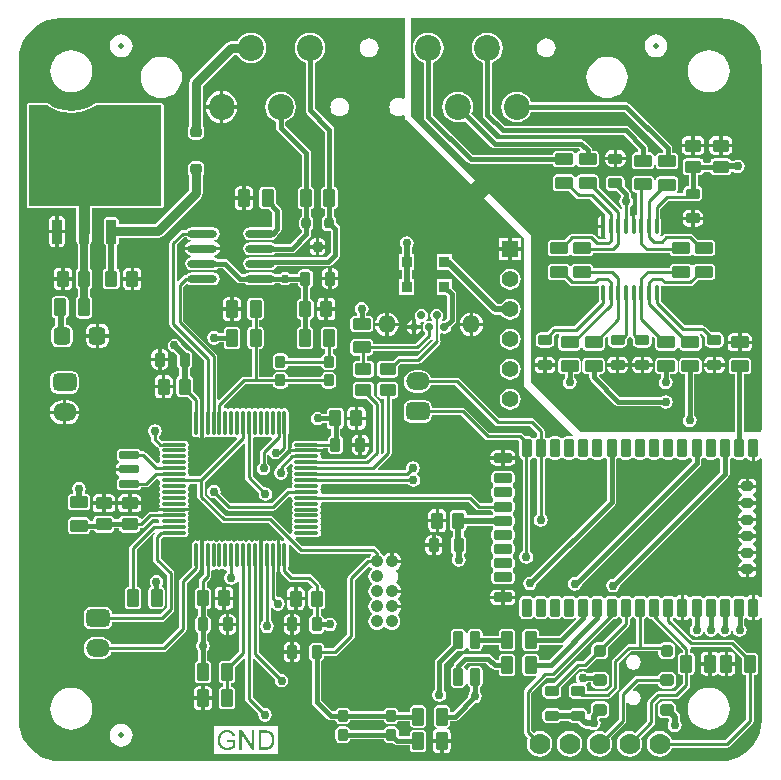
<source format=gtl>
G04 Layer_Physical_Order=1*
G04 Layer_Color=255*
%FSAX24Y24*%
%MOIN*%
G70*
G01*
G75*
%ADD10C,0.0100*%
G04:AMPARAMS|DCode=11|XSize=40mil|YSize=55mil|CornerRadius=5mil|HoleSize=0mil|Usage=FLASHONLY|Rotation=270.000|XOffset=0mil|YOffset=0mil|HoleType=Round|Shape=RoundedRectangle|*
%AMROUNDEDRECTD11*
21,1,0.0400,0.0450,0,0,270.0*
21,1,0.0300,0.0550,0,0,270.0*
1,1,0.0100,-0.0225,-0.0150*
1,1,0.0100,-0.0225,0.0150*
1,1,0.0100,0.0225,0.0150*
1,1,0.0100,0.0225,-0.0150*
%
%ADD11ROUNDEDRECTD11*%
G04:AMPARAMS|DCode=12|XSize=59.1mil|YSize=39.4mil|CornerRadius=4.9mil|HoleSize=0mil|Usage=FLASHONLY|Rotation=0.000|XOffset=0mil|YOffset=0mil|HoleType=Round|Shape=RoundedRectangle|*
%AMROUNDEDRECTD12*
21,1,0.0591,0.0295,0,0,0.0*
21,1,0.0492,0.0394,0,0,0.0*
1,1,0.0098,0.0246,-0.0148*
1,1,0.0098,-0.0246,-0.0148*
1,1,0.0098,-0.0246,0.0148*
1,1,0.0098,0.0246,0.0148*
%
%ADD12ROUNDEDRECTD12*%
%ADD13R,0.0354X0.0374*%
%ADD14O,0.0138X0.0551*%
G04:AMPARAMS|DCode=15|XSize=47.2mil|YSize=35.4mil|CornerRadius=8.9mil|HoleSize=0mil|Usage=FLASHONLY|Rotation=180.000|XOffset=0mil|YOffset=0mil|HoleType=Round|Shape=RoundedRectangle|*
%AMROUNDEDRECTD15*
21,1,0.0472,0.0177,0,0,180.0*
21,1,0.0295,0.0354,0,0,180.0*
1,1,0.0177,-0.0148,0.0089*
1,1,0.0177,0.0148,0.0089*
1,1,0.0177,0.0148,-0.0089*
1,1,0.0177,-0.0148,-0.0089*
%
%ADD15ROUNDEDRECTD15*%
G04:AMPARAMS|DCode=16|XSize=59.1mil|YSize=39.4mil|CornerRadius=4.9mil|HoleSize=0mil|Usage=FLASHONLY|Rotation=90.000|XOffset=0mil|YOffset=0mil|HoleType=Round|Shape=RoundedRectangle|*
%AMROUNDEDRECTD16*
21,1,0.0591,0.0295,0,0,90.0*
21,1,0.0492,0.0394,0,0,90.0*
1,1,0.0098,0.0148,0.0246*
1,1,0.0098,0.0148,-0.0246*
1,1,0.0098,-0.0148,-0.0246*
1,1,0.0098,-0.0148,0.0246*
%
%ADD16ROUNDEDRECTD16*%
G04:AMPARAMS|DCode=17|XSize=47.2mil|YSize=35.4mil|CornerRadius=8.9mil|HoleSize=0mil|Usage=FLASHONLY|Rotation=270.000|XOffset=0mil|YOffset=0mil|HoleType=Round|Shape=RoundedRectangle|*
%AMROUNDEDRECTD17*
21,1,0.0472,0.0177,0,0,270.0*
21,1,0.0295,0.0354,0,0,270.0*
1,1,0.0177,-0.0089,-0.0148*
1,1,0.0177,-0.0089,0.0148*
1,1,0.0177,0.0089,0.0148*
1,1,0.0177,0.0089,-0.0148*
%
%ADD17ROUNDEDRECTD17*%
G04:AMPARAMS|DCode=18|XSize=40mil|YSize=55mil|CornerRadius=5mil|HoleSize=0mil|Usage=FLASHONLY|Rotation=180.000|XOffset=0mil|YOffset=0mil|HoleType=Round|Shape=RoundedRectangle|*
%AMROUNDEDRECTD18*
21,1,0.0400,0.0450,0,0,180.0*
21,1,0.0300,0.0550,0,0,180.0*
1,1,0.0100,-0.0150,0.0225*
1,1,0.0100,0.0150,0.0225*
1,1,0.0100,0.0150,-0.0225*
1,1,0.0100,-0.0150,-0.0225*
%
%ADD18ROUNDEDRECTD18*%
%ADD19O,0.0827X0.0118*%
%ADD20O,0.0118X0.0827*%
G04:AMPARAMS|DCode=21|XSize=63mil|YSize=31.5mil|CornerRadius=7.9mil|HoleSize=0mil|Usage=FLASHONLY|Rotation=270.000|XOffset=0mil|YOffset=0mil|HoleType=Round|Shape=RoundedRectangle|*
%AMROUNDEDRECTD21*
21,1,0.0630,0.0157,0,0,270.0*
21,1,0.0472,0.0315,0,0,270.0*
1,1,0.0157,-0.0079,-0.0236*
1,1,0.0157,-0.0079,0.0236*
1,1,0.0157,0.0079,0.0236*
1,1,0.0157,0.0079,-0.0236*
%
%ADD21ROUNDEDRECTD21*%
G04:AMPARAMS|DCode=22|XSize=31.5mil|YSize=63mil|CornerRadius=7.9mil|HoleSize=0mil|Usage=FLASHONLY|Rotation=270.000|XOffset=0mil|YOffset=0mil|HoleType=Round|Shape=RoundedRectangle|*
%AMROUNDEDRECTD22*
21,1,0.0315,0.0472,0,0,270.0*
21,1,0.0157,0.0630,0,0,270.0*
1,1,0.0157,-0.0236,-0.0079*
1,1,0.0157,-0.0236,0.0079*
1,1,0.0157,0.0236,0.0079*
1,1,0.0157,0.0236,-0.0079*
%
%ADD22ROUNDEDRECTD22*%
G04:AMPARAMS|DCode=23|XSize=31.5mil|YSize=39.4mil|CornerRadius=7.9mil|HoleSize=0mil|Usage=FLASHONLY|Rotation=270.000|XOffset=0mil|YOffset=0mil|HoleType=Round|Shape=RoundedRectangle|*
%AMROUNDEDRECTD23*
21,1,0.0315,0.0236,0,0,270.0*
21,1,0.0157,0.0394,0,0,270.0*
1,1,0.0157,-0.0118,-0.0079*
1,1,0.0157,-0.0118,0.0079*
1,1,0.0157,0.0118,0.0079*
1,1,0.0157,0.0118,-0.0079*
%
%ADD23ROUNDEDRECTD23*%
G04:AMPARAMS|DCode=24|XSize=40mil|YSize=40mil|CornerRadius=10mil|HoleSize=0mil|Usage=FLASHONLY|Rotation=90.000|XOffset=0mil|YOffset=0mil|HoleType=Round|Shape=RoundedRectangle|*
%AMROUNDEDRECTD24*
21,1,0.0400,0.0200,0,0,90.0*
21,1,0.0200,0.0400,0,0,90.0*
1,1,0.0200,0.0100,0.0100*
1,1,0.0200,0.0100,-0.0100*
1,1,0.0200,-0.0100,-0.0100*
1,1,0.0200,-0.0100,0.0100*
%
%ADD24ROUNDEDRECTD24*%
G04:AMPARAMS|DCode=25|XSize=40mil|YSize=46mil|CornerRadius=10mil|HoleSize=0mil|Usage=FLASHONLY|Rotation=90.000|XOffset=0mil|YOffset=0mil|HoleType=Round|Shape=RoundedRectangle|*
%AMROUNDEDRECTD25*
21,1,0.0400,0.0260,0,0,90.0*
21,1,0.0200,0.0460,0,0,90.0*
1,1,0.0200,0.0130,0.0100*
1,1,0.0200,0.0130,-0.0100*
1,1,0.0200,-0.0130,-0.0100*
1,1,0.0200,-0.0130,0.0100*
%
%ADD25ROUNDEDRECTD25*%
G04:AMPARAMS|DCode=26|XSize=35.4mil|YSize=59.1mil|CornerRadius=8.9mil|HoleSize=0mil|Usage=FLASHONLY|Rotation=0.000|XOffset=0mil|YOffset=0mil|HoleType=Round|Shape=RoundedRectangle|*
%AMROUNDEDRECTD26*
21,1,0.0354,0.0413,0,0,0.0*
21,1,0.0177,0.0591,0,0,0.0*
1,1,0.0177,0.0089,-0.0207*
1,1,0.0177,-0.0089,-0.0207*
1,1,0.0177,-0.0089,0.0207*
1,1,0.0177,0.0089,0.0207*
%
%ADD26ROUNDEDRECTD26*%
G04:AMPARAMS|DCode=27|XSize=35mil|YSize=40mil|CornerRadius=8.8mil|HoleSize=0mil|Usage=FLASHONLY|Rotation=180.000|XOffset=0mil|YOffset=0mil|HoleType=Round|Shape=RoundedRectangle|*
%AMROUNDEDRECTD27*
21,1,0.0350,0.0225,0,0,180.0*
21,1,0.0175,0.0400,0,0,180.0*
1,1,0.0175,-0.0088,0.0113*
1,1,0.0175,0.0088,0.0113*
1,1,0.0175,0.0088,-0.0113*
1,1,0.0175,-0.0088,-0.0113*
%
%ADD27ROUNDEDRECTD27*%
G04:AMPARAMS|DCode=28|XSize=28mil|YSize=67mil|CornerRadius=7mil|HoleSize=0mil|Usage=FLASHONLY|Rotation=270.000|XOffset=0mil|YOffset=0mil|HoleType=Round|Shape=RoundedRectangle|*
%AMROUNDEDRECTD28*
21,1,0.0280,0.0530,0,0,270.0*
21,1,0.0140,0.0670,0,0,270.0*
1,1,0.0140,-0.0265,-0.0070*
1,1,0.0140,-0.0265,0.0070*
1,1,0.0140,0.0265,0.0070*
1,1,0.0140,0.0265,-0.0070*
%
%ADD28ROUNDEDRECTD28*%
%ADD29O,0.0984X0.0276*%
G04:AMPARAMS|DCode=30|XSize=31.5mil|YSize=35.4mil|CornerRadius=7.9mil|HoleSize=0mil|Usage=FLASHONLY|Rotation=0.000|XOffset=0mil|YOffset=0mil|HoleType=Round|Shape=RoundedRectangle|*
%AMROUNDEDRECTD30*
21,1,0.0315,0.0197,0,0,0.0*
21,1,0.0157,0.0354,0,0,0.0*
1,1,0.0157,0.0079,-0.0098*
1,1,0.0157,-0.0079,-0.0098*
1,1,0.0157,-0.0079,0.0098*
1,1,0.0157,0.0079,0.0098*
%
%ADD30ROUNDEDRECTD30*%
G04:AMPARAMS|DCode=31|XSize=35.4mil|YSize=37.4mil|CornerRadius=8.9mil|HoleSize=0mil|Usage=FLASHONLY|Rotation=270.000|XOffset=0mil|YOffset=0mil|HoleType=Round|Shape=RoundedRectangle|*
%AMROUNDEDRECTD31*
21,1,0.0354,0.0197,0,0,270.0*
21,1,0.0177,0.0374,0,0,270.0*
1,1,0.0177,-0.0098,-0.0089*
1,1,0.0177,-0.0098,0.0089*
1,1,0.0177,0.0098,0.0089*
1,1,0.0177,0.0098,-0.0089*
%
%ADD31ROUNDEDRECTD31*%
G04:AMPARAMS|DCode=32|XSize=126mil|YSize=82.7mil|CornerRadius=20.7mil|HoleSize=0mil|Usage=FLASHONLY|Rotation=180.000|XOffset=0mil|YOffset=0mil|HoleType=Round|Shape=RoundedRectangle|*
%AMROUNDEDRECTD32*
21,1,0.1260,0.0413,0,0,180.0*
21,1,0.0846,0.0827,0,0,180.0*
1,1,0.0413,-0.0423,0.0207*
1,1,0.0413,0.0423,0.0207*
1,1,0.0413,0.0423,-0.0207*
1,1,0.0413,-0.0423,-0.0207*
%
%ADD32ROUNDEDRECTD32*%
G04:AMPARAMS|DCode=33|XSize=35.4mil|YSize=82.7mil|CornerRadius=8.9mil|HoleSize=0mil|Usage=FLASHONLY|Rotation=180.000|XOffset=0mil|YOffset=0mil|HoleType=Round|Shape=RoundedRectangle|*
%AMROUNDEDRECTD33*
21,1,0.0354,0.0650,0,0,180.0*
21,1,0.0177,0.0827,0,0,180.0*
1,1,0.0177,-0.0089,0.0325*
1,1,0.0177,0.0089,0.0325*
1,1,0.0177,0.0089,-0.0325*
1,1,0.0177,-0.0089,-0.0325*
%
%ADD33ROUNDEDRECTD33*%
G04:AMPARAMS|DCode=34|XSize=59.1mil|YSize=55.1mil|CornerRadius=13.8mil|HoleSize=0mil|Usage=FLASHONLY|Rotation=90.000|XOffset=0mil|YOffset=0mil|HoleType=Round|Shape=RoundedRectangle|*
%AMROUNDEDRECTD34*
21,1,0.0591,0.0276,0,0,90.0*
21,1,0.0315,0.0551,0,0,90.0*
1,1,0.0276,0.0138,0.0157*
1,1,0.0276,0.0138,-0.0157*
1,1,0.0276,-0.0138,-0.0157*
1,1,0.0276,-0.0138,0.0157*
%
%ADD34ROUNDEDRECTD34*%
%ADD35C,0.0197*%
%ADD36C,0.0150*%
%ADD37C,0.0200*%
%ADD38C,0.0300*%
%ADD39C,0.0250*%
%ADD40C,0.0350*%
%ADD41C,0.0080*%
%ADD42C,0.0551*%
%ADD43R,0.0551X0.0551*%
%ADD44O,0.0591X0.0591*%
%ADD45C,0.0280*%
G04:AMPARAMS|DCode=46|XSize=59.1mil|YSize=78.7mil|CornerRadius=14.8mil|HoleSize=0mil|Usage=FLASHONLY|Rotation=270.000|XOffset=0mil|YOffset=0mil|HoleType=Round|Shape=RoundedRectangle|*
%AMROUNDEDRECTD46*
21,1,0.0591,0.0492,0,0,270.0*
21,1,0.0295,0.0787,0,0,270.0*
1,1,0.0295,-0.0246,-0.0148*
1,1,0.0295,-0.0246,0.0148*
1,1,0.0295,0.0246,0.0148*
1,1,0.0295,0.0246,-0.0148*
%
%ADD46ROUNDEDRECTD46*%
%ADD47O,0.0787X0.0591*%
%ADD48C,0.0050*%
%ADD49C,0.0413*%
%ADD50C,0.0413*%
%ADD51C,0.0866*%
%ADD52C,0.0700*%
%ADD53C,0.0300*%
G36*
X035117Y037667D02*
X035328Y037617D01*
X035528Y037533D01*
X035714Y037420D01*
X035879Y037279D01*
X036020Y037114D01*
X036133Y036928D01*
X036217Y036728D01*
X036267Y036517D01*
X036274Y036427D01*
X036283Y035920D01*
Y024037D01*
X036278Y023900D01*
X035687D01*
Y025818D01*
X035800D01*
X035849Y025828D01*
X035890Y025856D01*
X035917Y025897D01*
X035927Y025945D01*
Y026240D01*
X035917Y026289D01*
X035890Y026330D01*
X035849Y026357D01*
X035800Y026367D01*
X035308D01*
X035259Y026357D01*
X035218Y026330D01*
X035191Y026289D01*
X035181Y026240D01*
Y025945D01*
X035191Y025897D01*
X035218Y025856D01*
X035259Y025828D01*
X035308Y025818D01*
X035381D01*
Y023900D01*
X030240D01*
X030150Y023990D01*
X028590Y025550D01*
Y030440D01*
X027180Y031850D01*
X027030Y031700D01*
X028366Y030364D01*
X028366Y025414D01*
X029983Y023797D01*
X029958Y023751D01*
X029943Y023754D01*
X029786D01*
X029726Y023742D01*
X029675Y023708D01*
X029658Y023683D01*
X029599D01*
X029582Y023708D01*
X029531Y023742D01*
X029471Y023754D01*
X029314D01*
X029254Y023742D01*
X029203Y023708D01*
X029186Y023683D01*
X029127D01*
X029109Y023708D01*
X029059Y023742D01*
X029047Y023745D01*
Y023930D01*
X029038Y023979D01*
X029010Y024020D01*
X028710Y024320D01*
X028669Y024348D01*
X028620Y024357D01*
X027533D01*
X026220Y025670D01*
X026179Y025698D01*
X026130Y025707D01*
X025266D01*
X025242Y025767D01*
X025183Y025844D01*
X025105Y025903D01*
X025015Y025941D01*
X024918Y025953D01*
X024722D01*
X024625Y025941D01*
X024535Y025903D01*
X024457Y025844D01*
X024398Y025767D01*
X024361Y025677D01*
X024348Y025580D01*
X024361Y025483D01*
X024398Y025393D01*
X024457Y025316D01*
X024535Y025257D01*
X024625Y025219D01*
X024722Y025207D01*
X024918D01*
X025015Y025219D01*
X025105Y025257D01*
X025183Y025316D01*
X025242Y025393D01*
X025266Y025453D01*
X026077D01*
X027390Y024140D01*
X027431Y024112D01*
X027480Y024103D01*
X028567D01*
X028792Y023877D01*
Y023745D01*
X028781Y023742D01*
X028730Y023708D01*
X028713Y023683D01*
X028654D01*
X028637Y023708D01*
X028586Y023742D01*
X028526Y023754D01*
X028406D01*
X028320Y023840D01*
X028279Y023868D01*
X028230Y023877D01*
X027203D01*
X026410Y024670D01*
X026369Y024698D01*
X026320Y024707D01*
X025293D01*
Y024728D01*
X025276Y024815D01*
X025227Y024888D01*
X025153Y024937D01*
X025066Y024955D01*
X024574D01*
X024487Y024937D01*
X024413Y024888D01*
X024364Y024815D01*
X024347Y024728D01*
Y024432D01*
X024364Y024345D01*
X024413Y024272D01*
X024487Y024223D01*
X024574Y024205D01*
X025066D01*
X025153Y024223D01*
X025227Y024272D01*
X025276Y024345D01*
X025293Y024432D01*
Y024453D01*
X026267D01*
X027060Y023660D01*
X027101Y023632D01*
X027150Y023623D01*
X028177D01*
X028212Y023588D01*
Y023125D01*
X028224Y023065D01*
X028258Y023014D01*
X028309Y022980D01*
X028313Y022979D01*
Y019915D01*
X028278Y019892D01*
X028228Y019818D01*
X028211Y019730D01*
X028228Y019642D01*
X028278Y019568D01*
X028352Y019518D01*
X028440Y019501D01*
X028528Y019518D01*
X028602Y019568D01*
X028652Y019642D01*
X028669Y019730D01*
X028652Y019818D01*
X028602Y019892D01*
X028567Y019915D01*
Y022977D01*
X028586Y022980D01*
X028637Y023014D01*
X028654Y023040D01*
X028713D01*
X028730Y023014D01*
X028781Y022980D01*
X028792Y022978D01*
Y021146D01*
X028758Y021122D01*
X028708Y021048D01*
X028690Y020960D01*
X028708Y020872D01*
X028758Y020798D01*
X028832Y020748D01*
X028920Y020731D01*
X029008Y020748D01*
X029082Y020798D01*
X029132Y020872D01*
X029149Y020960D01*
X029132Y021048D01*
X029082Y021122D01*
X029047Y021146D01*
Y022978D01*
X029059Y022980D01*
X029109Y023014D01*
X029127Y023040D01*
X029186D01*
X029203Y023014D01*
X029254Y022980D01*
X029314Y022968D01*
X029471D01*
X029531Y022980D01*
X029582Y023014D01*
X029599Y023040D01*
X029658D01*
X029675Y023014D01*
X029726Y022980D01*
X029786Y022968D01*
X029943D01*
X030003Y022980D01*
X030054Y023014D01*
X030071Y023040D01*
X030130D01*
X030148Y023014D01*
X030198Y022980D01*
X030258Y022968D01*
X030416D01*
X030476Y022980D01*
X030527Y023014D01*
X030544Y023040D01*
X030603D01*
X030620Y023014D01*
X030671Y022980D01*
X030731Y022968D01*
X030888D01*
X030948Y022980D01*
X030999Y023014D01*
X031016Y023040D01*
X031075D01*
X031092Y023014D01*
X031129Y022990D01*
Y021635D01*
X028571Y019077D01*
X028560Y019079D01*
X028472Y019062D01*
X028398Y019012D01*
X028348Y018938D01*
X028331Y018850D01*
X028348Y018762D01*
X028398Y018688D01*
X028472Y018638D01*
X028560Y018621D01*
X028648Y018638D01*
X028722Y018688D01*
X028772Y018762D01*
X028789Y018850D01*
X028787Y018861D01*
X031390Y021464D01*
X031423Y021514D01*
X031435Y021572D01*
Y022990D01*
X031472Y023014D01*
X031489Y023040D01*
X031548D01*
X031565Y023014D01*
X031616Y022980D01*
X031676Y022968D01*
X031833D01*
X031893Y022980D01*
X031944Y023014D01*
X031961Y023040D01*
X032020D01*
X032037Y023014D01*
X032088Y022980D01*
X032148Y022968D01*
X032306D01*
X032366Y022980D01*
X032417Y023014D01*
X032434Y023040D01*
X032493D01*
X032510Y023014D01*
X032561Y022980D01*
X032621Y022968D01*
X032778D01*
X032838Y022980D01*
X032889Y023014D01*
X032906Y023040D01*
X032965D01*
X032982Y023014D01*
X033033Y022980D01*
X033093Y022968D01*
X033251D01*
X033311Y022980D01*
X033361Y023014D01*
X033379Y023040D01*
X033437D01*
X033455Y023014D01*
X033506Y022980D01*
X033566Y022968D01*
X033723D01*
X033783Y022980D01*
X033834Y023014D01*
X033851Y023040D01*
X033910D01*
X033927Y023014D01*
X033964Y022990D01*
Y022930D01*
X030095Y019061D01*
X030055Y019069D01*
X029967Y019052D01*
X029893Y019002D01*
X029843Y018928D01*
X029826Y018840D01*
X029843Y018752D01*
X029893Y018678D01*
X029967Y018628D01*
X030055Y018611D01*
X030143Y018628D01*
X030217Y018678D01*
X030267Y018752D01*
X030279Y018813D01*
X034225Y022759D01*
X034258Y022808D01*
X034270Y022867D01*
Y022990D01*
X034306Y023014D01*
X034323Y023040D01*
X034382D01*
X034400Y023014D01*
X034450Y022980D01*
X034510Y022968D01*
X034668D01*
X034728Y022980D01*
X034779Y023014D01*
X034796Y023040D01*
X034855D01*
X034872Y023014D01*
X034909Y022990D01*
Y022575D01*
X031340Y019007D01*
X031329Y019009D01*
X031242Y018991D01*
X031167Y018942D01*
X031117Y018867D01*
X031100Y018779D01*
X031117Y018692D01*
X031167Y018617D01*
X031242Y018567D01*
X031329Y018550D01*
X031417Y018567D01*
X031492Y018617D01*
X031541Y018692D01*
X031559Y018779D01*
X031557Y018790D01*
X035170Y022403D01*
X035203Y022453D01*
X035215Y022512D01*
Y022990D01*
X035251Y023014D01*
X035268Y023040D01*
X035327D01*
X035344Y023014D01*
X035395Y022980D01*
X035455Y022968D01*
X035613D01*
X035673Y022980D01*
X035724Y023014D01*
X035725Y023017D01*
X035785Y023017D01*
X035799Y022996D01*
X035858Y022957D01*
X035928Y022943D01*
X035946D01*
Y023361D01*
X036066D01*
Y022943D01*
X036085D01*
X036155Y022957D01*
X036214Y022996D01*
X036233Y023024D01*
X036283Y023009D01*
Y018399D01*
X036233Y018383D01*
X036214Y018411D01*
X036155Y018451D01*
X036085Y018465D01*
X036066D01*
Y018046D01*
Y017628D01*
X036085D01*
X036155Y017642D01*
X036214Y017681D01*
X036233Y017709D01*
X036283Y017694D01*
Y014300D01*
X036284Y014295D01*
X036267Y014083D01*
X036217Y013872D01*
X036133Y013672D01*
X036020Y013486D01*
X035879Y013321D01*
X035714Y013180D01*
X035528Y013067D01*
X035328Y012983D01*
X035117Y012933D01*
X034905Y012916D01*
X034900Y012917D01*
X012900D01*
X012895Y012916D01*
X012683Y012933D01*
X012472Y012983D01*
X012272Y013067D01*
X012086Y013180D01*
X011921Y013321D01*
X011780Y013486D01*
X011667Y013672D01*
X011583Y013872D01*
X011533Y014083D01*
X011516Y014295D01*
X011517Y014300D01*
Y036300D01*
X011516Y036305D01*
X011533Y036517D01*
X011583Y036728D01*
X011667Y036928D01*
X011780Y037114D01*
X011921Y037279D01*
X012086Y037420D01*
X012272Y037533D01*
X012472Y037617D01*
X012683Y037667D01*
X012895Y037684D01*
X012900Y037683D01*
X024390D01*
Y035022D01*
X024345Y035000D01*
X024341Y035003D01*
X024265Y035035D01*
X024184Y035045D01*
X024103Y035035D01*
X024027Y035003D01*
X023962Y034953D01*
X023912Y034888D01*
X023881Y034813D01*
X023870Y034732D01*
X023881Y034650D01*
X023912Y034575D01*
X023962Y034510D01*
X024027Y034460D01*
X024103Y034428D01*
X024184Y034418D01*
X024265Y034428D01*
X024341Y034460D01*
X024345Y034463D01*
X024390Y034441D01*
Y034340D01*
X026580Y032150D01*
X026730Y032300D01*
X024600Y034430D01*
X024600Y037683D01*
X034900D01*
X034905Y037684D01*
X035117Y037667D01*
D02*
G37*
%LPC*%
G36*
X035750Y022343D02*
X035691D01*
X035622Y022329D01*
X035563Y022289D01*
X035523Y022230D01*
X035509Y022160D01*
Y022142D01*
X035750D01*
Y022343D01*
D02*
G37*
G36*
X035928D02*
X035870D01*
Y022142D01*
X036110D01*
Y022160D01*
X036096Y022230D01*
X036057Y022289D01*
X035997Y022329D01*
X035928Y022343D01*
D02*
G37*
G36*
X036110Y022022D02*
X035509D01*
Y022003D01*
X035523Y021933D01*
X035563Y021874D01*
X035622Y021835D01*
X035637Y021832D01*
Y021781D01*
X035622Y021778D01*
X035563Y021738D01*
X035523Y021679D01*
X035509Y021609D01*
Y021591D01*
X036110D01*
Y021609D01*
X036096Y021679D01*
X036057Y021738D01*
X035997Y021778D01*
X035982Y021781D01*
Y021832D01*
X035997Y021835D01*
X036057Y021874D01*
X036096Y021933D01*
X036110Y022003D01*
Y022022D01*
D02*
G37*
G36*
X014585Y021823D02*
X014420D01*
Y021580D01*
X014738D01*
Y021670D01*
X014726Y021729D01*
X014693Y021778D01*
X014644Y021811D01*
X014585Y021823D01*
D02*
G37*
G36*
X015160D02*
X014995D01*
X014936Y021811D01*
X014887Y021778D01*
X014854Y021729D01*
X014842Y021670D01*
Y021580D01*
X015160D01*
Y021823D01*
D02*
G37*
G36*
X015445D02*
X015280D01*
Y021580D01*
X015598D01*
Y021670D01*
X015586Y021729D01*
X015553Y021778D01*
X015504Y021811D01*
X015445Y021823D01*
D02*
G37*
G36*
X027600Y022967D02*
X027242D01*
Y022948D01*
X027255Y022878D01*
X027295Y022819D01*
X027354Y022780D01*
X027424Y022766D01*
X027600D01*
Y022967D01*
D02*
G37*
G36*
X023184Y023410D02*
X022963D01*
Y023130D01*
X022992D01*
X023066Y023145D01*
X023128Y023186D01*
X023170Y023249D01*
X023184Y023322D01*
Y023410D01*
D02*
G37*
G36*
X022843Y023810D02*
X022815D01*
X022741Y023795D01*
X022679Y023754D01*
X022637Y023691D01*
X022623Y023618D01*
Y023530D01*
X022843D01*
Y023810D01*
D02*
G37*
G36*
X022992D02*
X022963D01*
Y023530D01*
X023184D01*
Y023618D01*
X023170Y023691D01*
X023128Y023754D01*
X023066Y023795D01*
X022992Y023810D01*
D02*
G37*
G36*
X022843Y023410D02*
X022623D01*
Y023322D01*
X022637Y023249D01*
X022679Y023186D01*
X022741Y023145D01*
X022815Y023130D01*
X022843D01*
Y023410D01*
D02*
G37*
G36*
X028078Y022967D02*
X027720D01*
Y022766D01*
X027896D01*
X027966Y022780D01*
X028025Y022819D01*
X028065Y022878D01*
X028078Y022948D01*
Y022967D01*
D02*
G37*
G36*
X027600Y023288D02*
X027424D01*
X027354Y023274D01*
X027295Y023234D01*
X027255Y023175D01*
X027242Y023105D01*
Y023087D01*
X027600D01*
Y023288D01*
D02*
G37*
G36*
X027896D02*
X027720D01*
Y023087D01*
X028078D01*
Y023105D01*
X028065Y023175D01*
X028025Y023234D01*
X027966Y023274D01*
X027896Y023288D01*
D02*
G37*
G36*
X014300Y021823D02*
X014135D01*
X014076Y021811D01*
X014027Y021778D01*
X013994Y021729D01*
X013982Y021670D01*
Y021580D01*
X014300D01*
Y021823D01*
D02*
G37*
G36*
X025778Y020880D02*
X025535D01*
Y020562D01*
X025625D01*
X025684Y020574D01*
X025734Y020607D01*
X025767Y020656D01*
X025778Y020715D01*
Y020880D01*
D02*
G37*
G36*
X025415Y021318D02*
X025325D01*
X025267Y021306D01*
X025217Y021273D01*
X025184Y021224D01*
X025173Y021165D01*
Y021000D01*
X025415D01*
Y021318D01*
D02*
G37*
G36*
X025625D02*
X025535D01*
Y021000D01*
X025778D01*
Y021165D01*
X025767Y021224D01*
X025734Y021273D01*
X025684Y021306D01*
X025625Y021318D01*
D02*
G37*
G36*
X025415Y020880D02*
X025173D01*
Y020715D01*
X025184Y020656D01*
X025217Y020607D01*
X025267Y020574D01*
X025325Y020562D01*
X025415D01*
Y020880D01*
D02*
G37*
G36*
X019529Y020300D02*
X019527Y020299D01*
X019474Y020264D01*
X019465Y020262D01*
X019444Y020276D01*
X019392Y020286D01*
X019340Y020276D01*
X019295Y020246D01*
X019292D01*
X019248Y020276D01*
X019195Y020286D01*
X019143Y020276D01*
X019099Y020246D01*
X019095D01*
X019051Y020276D01*
X018998Y020286D01*
X018946Y020276D01*
X018941Y020272D01*
X018900Y020247D01*
X018859Y020272D01*
X018854Y020276D01*
X018802Y020286D01*
X018749Y020276D01*
X018705Y020246D01*
X018701D01*
X018657Y020276D01*
X018605Y020286D01*
X018552Y020276D01*
X018547Y020272D01*
X018506Y020247D01*
X018465Y020272D01*
X018460Y020276D01*
X018408Y020286D01*
X018356Y020276D01*
X018311Y020246D01*
X018308D01*
X018263Y020276D01*
X018211Y020286D01*
X018159Y020276D01*
X018114Y020246D01*
X018111D01*
X018066Y020276D01*
X018014Y020286D01*
X017962Y020276D01*
X017957Y020272D01*
X017916Y020247D01*
X017875Y020272D01*
X017870Y020276D01*
X017817Y020286D01*
X017765Y020276D01*
X017745Y020262D01*
X017735Y020264D01*
X017683Y020299D01*
X017680Y020300D01*
Y019795D01*
Y019249D01*
X017690Y019242D01*
Y019150D01*
X017568Y019028D01*
X017540Y018987D01*
X017530Y018938D01*
Y018702D01*
X017508D01*
X017459Y018693D01*
X017418Y018665D01*
X017390Y018624D01*
X017380Y018575D01*
Y018125D01*
X017390Y018076D01*
X017418Y018035D01*
X017459Y018007D01*
X017505Y017998D01*
Y017781D01*
X017451Y017746D01*
X017415Y017691D01*
X017403Y017628D01*
Y017332D01*
X017415Y017269D01*
X017451Y017214D01*
X017505Y017179D01*
Y016928D01*
X017496Y016922D01*
X017446Y016848D01*
X017429Y016760D01*
X017446Y016672D01*
X017496Y016598D01*
X017505Y016592D01*
Y016260D01*
X017470Y016253D01*
X017429Y016226D01*
X017402Y016185D01*
X017392Y016136D01*
Y015644D01*
X017402Y015595D01*
X017429Y015554D01*
X017470Y015527D01*
X017519Y015517D01*
X017814D01*
X017862Y015527D01*
X017903Y015554D01*
X017931Y015595D01*
X017941Y015644D01*
Y016136D01*
X017931Y016185D01*
X017903Y016226D01*
X017862Y016253D01*
X017814Y016263D01*
X017811D01*
Y016592D01*
X017820Y016598D01*
X017870Y016672D01*
X017887Y016760D01*
X017870Y016848D01*
X017820Y016922D01*
X017811Y016928D01*
Y017179D01*
X017864Y017214D01*
X017901Y017269D01*
X017913Y017332D01*
Y017628D01*
X017901Y017691D01*
X017864Y017746D01*
X017811Y017781D01*
Y017998D01*
X017857Y018007D01*
X017898Y018035D01*
X017926Y018076D01*
X017935Y018125D01*
Y018575D01*
X017926Y018624D01*
X017898Y018665D01*
X017857Y018693D01*
X017808Y018702D01*
X017785D01*
Y018885D01*
X017907Y019007D01*
X017935Y019049D01*
X017945Y019097D01*
Y019271D01*
X017995Y019308D01*
X018014Y019304D01*
X018066Y019315D01*
X018111Y019344D01*
X018114D01*
X018159Y019315D01*
X018211Y019304D01*
X018263Y019315D01*
X018308Y019344D01*
X018311D01*
X018356Y019315D01*
X018408Y019304D01*
X018427Y019308D01*
X018477Y019271D01*
Y019215D01*
X018443Y019192D01*
X018393Y019118D01*
X018375Y019030D01*
X018393Y018942D01*
X018443Y018868D01*
X018517Y018818D01*
X018605Y018801D01*
X018693Y018818D01*
X018767Y018868D01*
X018817Y018942D01*
X018821Y018964D01*
X018871Y018959D01*
Y016581D01*
X018552Y016263D01*
X018306D01*
X018258Y016253D01*
X018217Y016226D01*
X018189Y016185D01*
X018179Y016136D01*
Y015644D01*
X018189Y015595D01*
X018217Y015554D01*
X018258Y015527D01*
X018306Y015517D01*
X018324D01*
Y015393D01*
X018306D01*
X018258Y015383D01*
X018217Y015356D01*
X018189Y015315D01*
X018179Y015266D01*
Y014774D01*
X018189Y014725D01*
X018217Y014684D01*
X018258Y014657D01*
X018306Y014647D01*
X018601D01*
X018650Y014657D01*
X018691Y014684D01*
X018718Y014725D01*
X018728Y014774D01*
Y015266D01*
X018718Y015315D01*
X018691Y015356D01*
X018650Y015383D01*
X018601Y015393D01*
X018579D01*
Y015517D01*
X018601D01*
X018650Y015527D01*
X018691Y015554D01*
X018718Y015595D01*
X018728Y015644D01*
Y016078D01*
X019022Y016371D01*
X019068Y016352D01*
Y015005D01*
X019078Y014956D01*
X019105Y014915D01*
X019509Y014511D01*
X019501Y014470D01*
X019518Y014382D01*
X019568Y014308D01*
X019642Y014258D01*
X019730Y014241D01*
X019818Y014258D01*
X019892Y014308D01*
X019942Y014382D01*
X019959Y014470D01*
X019942Y014558D01*
X019892Y014632D01*
X019818Y014682D01*
X019730Y014699D01*
X019689Y014691D01*
X019323Y015058D01*
Y016322D01*
X019369Y016341D01*
X020059Y015651D01*
X020051Y015610D01*
X020068Y015522D01*
X020118Y015448D01*
X020192Y015398D01*
X020280Y015381D01*
X020368Y015398D01*
X020442Y015448D01*
X020492Y015522D01*
X020509Y015610D01*
X020492Y015698D01*
X020442Y015772D01*
X020368Y015822D01*
X020280Y015839D01*
X020239Y015831D01*
X019520Y016551D01*
Y019242D01*
X019529Y019249D01*
Y019795D01*
Y020300D01*
D02*
G37*
G36*
X020120D02*
X020117Y020299D01*
X020065Y020264D01*
X020055Y020262D01*
X020035Y020276D01*
X019983Y020286D01*
X019930Y020276D01*
X019925Y020272D01*
X019884Y020247D01*
X019843Y020272D01*
X019838Y020276D01*
X019786Y020286D01*
X019734Y020276D01*
X019713Y020262D01*
X019704Y020264D01*
X019651Y020299D01*
X019649Y020300D01*
Y019795D01*
Y019249D01*
X019658Y019242D01*
Y017596D01*
X019638Y017582D01*
X019588Y017508D01*
X019571Y017420D01*
X019588Y017332D01*
X019638Y017258D01*
X019712Y017208D01*
X019800Y017191D01*
X019888Y017208D01*
X019962Y017258D01*
X020012Y017332D01*
X020029Y017420D01*
X020012Y017508D01*
X019962Y017582D01*
X019913Y017615D01*
Y018044D01*
X019963Y018059D01*
X019998Y018008D01*
X020072Y017958D01*
X020160Y017941D01*
X020248Y017958D01*
X020322Y018008D01*
X020372Y018082D01*
X020389Y018170D01*
X020372Y018258D01*
X020322Y018332D01*
X020248Y018382D01*
X020160Y018399D01*
X020160Y018399D01*
X020110Y018440D01*
Y019242D01*
X020120Y019249D01*
Y019795D01*
Y020300D01*
D02*
G37*
G36*
X036110Y020919D02*
X035509D01*
Y020901D01*
X035523Y020831D01*
X035563Y020772D01*
X035622Y020732D01*
X035637Y020729D01*
Y020678D01*
X035622Y020675D01*
X035563Y020636D01*
X035523Y020577D01*
X035509Y020507D01*
Y020488D01*
X036110D01*
Y020507D01*
X036096Y020577D01*
X036057Y020636D01*
X035997Y020675D01*
X035982Y020678D01*
Y020729D01*
X035997Y020732D01*
X036057Y020772D01*
X036096Y020831D01*
X036110Y020901D01*
Y020919D01*
D02*
G37*
G36*
X015160Y021460D02*
X014842D01*
Y021370D01*
X014854Y021311D01*
X014887Y021262D01*
X014936Y021229D01*
X014995Y021217D01*
X015160D01*
Y021460D01*
D02*
G37*
G36*
X015598D02*
X015280D01*
Y021217D01*
X015445D01*
X015504Y021229D01*
X015553Y021262D01*
X015586Y021311D01*
X015598Y021370D01*
Y021460D01*
D02*
G37*
G36*
X013530Y022239D02*
X013442Y022222D01*
X013368Y022172D01*
X013318Y022098D01*
X013301Y022010D01*
X013318Y021922D01*
X013341Y021888D01*
X013319Y021838D01*
X013284D01*
X013235Y021828D01*
X013194Y021801D01*
X013167Y021760D01*
X013157Y021711D01*
Y021416D01*
X013167Y021368D01*
X013194Y021327D01*
X013235Y021299D01*
X013284Y021289D01*
X013776D01*
X013825Y021299D01*
X013866Y021327D01*
X013893Y021368D01*
X013903Y021416D01*
Y021711D01*
X013893Y021760D01*
X013866Y021801D01*
X013825Y021828D01*
X013776Y021838D01*
X013741D01*
X013719Y021888D01*
X013742Y021922D01*
X013759Y022010D01*
X013742Y022098D01*
X013692Y022172D01*
X013618Y022222D01*
X013530Y022239D01*
D02*
G37*
G36*
X014738Y021460D02*
X014420D01*
Y021217D01*
X014585D01*
X014644Y021229D01*
X014693Y021262D01*
X014726Y021311D01*
X014738Y021370D01*
Y021460D01*
D02*
G37*
G36*
X017200Y021251D02*
X016149D01*
X016142Y021242D01*
X015904D01*
X015855Y021232D01*
X015814Y021204D01*
X015616Y021006D01*
X015564Y021018D01*
X015561Y021022D01*
X015535Y021060D01*
X015494Y021088D01*
X015445Y021097D01*
X014995D01*
X014946Y021088D01*
X014905Y021060D01*
X014877Y021019D01*
X014873Y020998D01*
X014707D01*
X014703Y021019D01*
X014675Y021060D01*
X014634Y021088D01*
X014585Y021097D01*
X014135D01*
X014086Y021088D01*
X014045Y021060D01*
X014017Y021019D01*
X014008Y020970D01*
Y020929D01*
X013902D01*
X013893Y020972D01*
X013866Y021013D01*
X013825Y021041D01*
X013776Y021051D01*
X013284D01*
X013235Y021041D01*
X013194Y021013D01*
X013167Y020972D01*
X013157Y020924D01*
Y020629D01*
X013167Y020580D01*
X013194Y020539D01*
X013235Y020512D01*
X013284Y020502D01*
X013776D01*
X013825Y020512D01*
X013866Y020539D01*
X013893Y020580D01*
X013902Y020623D01*
X014017D01*
X014017Y020621D01*
X014045Y020580D01*
X014086Y020552D01*
X014135Y020543D01*
X014585D01*
X014634Y020552D01*
X014675Y020580D01*
X014703Y020621D01*
X014712Y020670D01*
Y020692D01*
X014868D01*
Y020670D01*
X014877Y020621D01*
X014905Y020580D01*
X014946Y020552D01*
X014995Y020543D01*
X015445D01*
X015494Y020552D01*
X015535Y020580D01*
X015563Y020621D01*
X015572Y020670D01*
Y020688D01*
X015606D01*
X015654Y020698D01*
X015696Y020726D01*
X015957Y020987D01*
X016171D01*
X016208Y020937D01*
X016204Y020917D01*
X016208Y020898D01*
X016171Y020848D01*
X016020D01*
X015972Y020838D01*
X015930Y020811D01*
X015246Y020126D01*
X015218Y020085D01*
X015209Y020036D01*
Y018733D01*
X015179D01*
X015130Y018723D01*
X015089Y018696D01*
X015062Y018655D01*
X015052Y018606D01*
Y018114D01*
X015062Y018065D01*
X015089Y018024D01*
X015130Y017997D01*
X015179Y017987D01*
X015474D01*
X015522Y017997D01*
X015563Y018024D01*
X015591Y018065D01*
X015601Y018114D01*
Y018606D01*
X015591Y018655D01*
X015563Y018696D01*
X015522Y018723D01*
X015474Y018733D01*
X015464D01*
Y019983D01*
X016045Y020565D01*
X016052Y020563D01*
X016069Y020509D01*
X016040Y020480D01*
X016012Y020439D01*
X016003Y020390D01*
Y019640D01*
X016012Y019591D01*
X016040Y019550D01*
X016453Y019137D01*
Y018033D01*
X016237Y017817D01*
X014633D01*
Y017838D01*
X014616Y017925D01*
X014567Y017998D01*
X014493Y018047D01*
X014406Y018065D01*
X013914D01*
X013827Y018047D01*
X013753Y017998D01*
X013704Y017925D01*
X013687Y017838D01*
Y017542D01*
X013704Y017455D01*
X013753Y017382D01*
X013827Y017333D01*
X013914Y017315D01*
X014406D01*
X014493Y017333D01*
X014567Y017382D01*
X014616Y017455D01*
X014633Y017542D01*
Y017563D01*
X016290D01*
X016339Y017572D01*
X016380Y017600D01*
X016670Y017890D01*
X016698Y017931D01*
X016707Y017980D01*
Y019190D01*
X016698Y019239D01*
X016670Y019280D01*
X016257Y019693D01*
Y020337D01*
X016313Y020393D01*
X016341Y020387D01*
X017050D01*
X017102Y020397D01*
X017146Y020427D01*
X017176Y020471D01*
X017186Y020524D01*
X017176Y020576D01*
X017146Y020620D01*
Y020624D01*
X017176Y020668D01*
X017186Y020720D01*
X017176Y020773D01*
X017146Y020817D01*
Y020821D01*
X017176Y020865D01*
X017186Y020917D01*
X017176Y020970D01*
X017172Y020975D01*
X017147Y021016D01*
X017172Y021057D01*
X017176Y021062D01*
X017186Y021114D01*
X017176Y021166D01*
X017162Y021187D01*
X017164Y021196D01*
X017199Y021249D01*
X017200Y021251D01*
D02*
G37*
G36*
X036110Y021471D02*
X035509D01*
Y021452D01*
X035523Y021382D01*
X035563Y021323D01*
X035622Y021283D01*
X035637Y021280D01*
Y021229D01*
X035622Y021226D01*
X035563Y021187D01*
X035523Y021128D01*
X035509Y021058D01*
Y021039D01*
X036110D01*
Y021058D01*
X036096Y021128D01*
X036057Y021187D01*
X035997Y021226D01*
X035982Y021229D01*
Y021280D01*
X035997Y021283D01*
X036057Y021323D01*
X036096Y021382D01*
X036110Y021452D01*
Y021471D01*
D02*
G37*
G36*
X014300Y021460D02*
X013982D01*
Y021370D01*
X013994Y021311D01*
X014027Y021262D01*
X014076Y021229D01*
X014135Y021217D01*
X014300D01*
Y021460D01*
D02*
G37*
G36*
X016710Y027009D02*
X016622Y026992D01*
X016548Y026942D01*
X016498Y026868D01*
X016481Y026780D01*
X016498Y026692D01*
X016548Y026618D01*
X016622Y026568D01*
X016681Y026556D01*
X016797Y026441D01*
Y026162D01*
X016810Y026099D01*
X016846Y026044D01*
X016874Y026026D01*
Y025757D01*
X016854Y025753D01*
X016812Y025725D01*
X016785Y025684D01*
X016775Y025635D01*
Y025185D01*
X016785Y025136D01*
X016812Y025095D01*
X016854Y025067D01*
X016902Y025058D01*
X017153D01*
X017296Y024915D01*
Y024605D01*
X017287Y024559D01*
Y023850D01*
X017297Y023798D01*
X017327Y023754D01*
X017371Y023724D01*
X017424Y023714D01*
X017476Y023724D01*
X017496Y023738D01*
X017506Y023736D01*
X017558Y023701D01*
X017560Y023700D01*
Y024205D01*
Y024751D01*
X017551Y024758D01*
Y024968D01*
X017541Y025016D01*
X017514Y025058D01*
X017330Y025242D01*
Y025635D01*
X017320Y025684D01*
X017293Y025725D01*
X017251Y025753D01*
X017231Y025757D01*
Y026026D01*
X017259Y026044D01*
X017295Y026099D01*
X017308Y026162D01*
Y026458D01*
X017295Y026521D01*
X017259Y026576D01*
X017205Y026612D01*
X017141Y026624D01*
X017118D01*
X016934Y026809D01*
X016922Y026868D01*
X016872Y026942D01*
X016798Y026992D01*
X016710Y027009D01*
D02*
G37*
G36*
X027900Y026344D02*
X027808Y026332D01*
X027723Y026296D01*
X027650Y026240D01*
X027594Y026167D01*
X027558Y026082D01*
X027546Y025990D01*
X027558Y025898D01*
X027594Y025813D01*
X027650Y025740D01*
X027723Y025684D01*
X027808Y025648D01*
X027900Y025636D01*
X027992Y025648D01*
X028077Y025684D01*
X028150Y025740D01*
X028206Y025813D01*
X028242Y025898D01*
X028254Y025990D01*
X028242Y026082D01*
X028206Y026167D01*
X028150Y026240D01*
X028077Y026296D01*
X027992Y026332D01*
X027900Y026344D01*
D02*
G37*
G36*
X029001Y026072D02*
X028721D01*
Y026044D01*
X028735Y025970D01*
X028777Y025908D01*
X028839Y025866D01*
X028913Y025851D01*
X029001D01*
Y026072D01*
D02*
G37*
G36*
X029401D02*
X029121D01*
Y025851D01*
X029208D01*
X029282Y025866D01*
X029344Y025908D01*
X029386Y025970D01*
X029401Y026044D01*
Y026072D01*
D02*
G37*
G36*
X016502Y025788D02*
X016412D01*
Y025470D01*
X016655D01*
Y025635D01*
X016644Y025694D01*
X016611Y025743D01*
X016561Y025776D01*
X016502Y025788D01*
D02*
G37*
G36*
X030125Y026367D02*
X029633D01*
X029584Y026357D01*
X029543Y026330D01*
X029516Y026289D01*
X029506Y026240D01*
Y025945D01*
X029516Y025897D01*
X029543Y025856D01*
X029584Y025828D01*
X029633Y025818D01*
X029736D01*
Y025718D01*
X029727Y025712D01*
X029677Y025638D01*
X029659Y025550D01*
X029677Y025462D01*
X029727Y025388D01*
X029801Y025338D01*
X029889Y025321D01*
X029977Y025338D01*
X030051Y025388D01*
X030101Y025462D01*
X030118Y025550D01*
X030101Y025638D01*
X030051Y025712D01*
X030042Y025718D01*
Y025818D01*
X030125D01*
X030173Y025828D01*
X030214Y025856D01*
X030242Y025897D01*
X030251Y025945D01*
Y026240D01*
X030242Y026289D01*
X030214Y026330D01*
X030173Y026357D01*
X030125Y026367D01*
D02*
G37*
G36*
X033355D02*
X032863D01*
X032814Y026357D01*
X032773Y026330D01*
X032746Y026289D01*
X032736Y026240D01*
Y025945D01*
X032746Y025897D01*
X032773Y025856D01*
X032814Y025828D01*
X032863Y025818D01*
X032936D01*
Y025718D01*
X032927Y025712D01*
X032877Y025638D01*
X032859Y025550D01*
X032877Y025462D01*
X032927Y025388D01*
X033001Y025338D01*
X033089Y025321D01*
X033177Y025338D01*
X033251Y025388D01*
X033301Y025462D01*
X033318Y025550D01*
X033301Y025638D01*
X033251Y025712D01*
X033242Y025718D01*
Y025818D01*
X033355D01*
X033403Y025828D01*
X033444Y025856D01*
X033472Y025897D01*
X033481Y025945D01*
Y026240D01*
X033472Y026289D01*
X033444Y026330D01*
X033403Y026357D01*
X033355Y026367D01*
D02*
G37*
G36*
X016292Y025788D02*
X016202D01*
X016144Y025776D01*
X016094Y025743D01*
X016061Y025694D01*
X016049Y025635D01*
Y025470D01*
X016292D01*
Y025788D01*
D02*
G37*
G36*
X034649Y026072D02*
X034369D01*
Y026044D01*
X034383Y025970D01*
X034425Y025908D01*
X034488Y025866D01*
X034561Y025851D01*
X034649D01*
Y026072D01*
D02*
G37*
G36*
X035049D02*
X034769D01*
Y025851D01*
X034856D01*
X034930Y025866D01*
X034992Y025908D01*
X035034Y025970D01*
X035049Y026044D01*
Y026072D01*
D02*
G37*
G36*
X016166Y026250D02*
X015945D01*
Y026162D01*
X015959Y026089D01*
X016001Y026026D01*
X016064Y025985D01*
X016137Y025970D01*
X016166D01*
Y026250D01*
D02*
G37*
G36*
X032649Y026072D02*
X032369D01*
Y025851D01*
X032456D01*
X032530Y025866D01*
X032592Y025908D01*
X032634Y025970D01*
X032649Y026044D01*
Y026072D01*
D02*
G37*
G36*
X031419D02*
X031139D01*
Y026044D01*
X031153Y025970D01*
X031195Y025908D01*
X031258Y025866D01*
X031331Y025851D01*
X031419D01*
Y026072D01*
D02*
G37*
G36*
X031819D02*
X031539D01*
Y025851D01*
X031626D01*
X031700Y025866D01*
X031762Y025908D01*
X031804Y025970D01*
X031819Y026044D01*
Y026072D01*
D02*
G37*
G36*
X032249D02*
X031969D01*
Y026044D01*
X031983Y025970D01*
X032025Y025908D01*
X032088Y025866D01*
X032161Y025851D01*
X032249D01*
Y026072D01*
D02*
G37*
G36*
X013296Y025925D02*
X012804D01*
X012717Y025907D01*
X012643Y025858D01*
X012594Y025785D01*
X012577Y025698D01*
Y025402D01*
X012594Y025315D01*
X012643Y025242D01*
X012717Y025193D01*
X012804Y025175D01*
X013296D01*
X013383Y025193D01*
X013457Y025242D01*
X013506Y025315D01*
X013523Y025402D01*
Y025698D01*
X013506Y025785D01*
X013457Y025858D01*
X013383Y025907D01*
X013296Y025925D01*
D02*
G37*
G36*
X013539Y024490D02*
X013110D01*
Y024151D01*
X013148D01*
X013252Y024165D01*
X013348Y024205D01*
X013430Y024268D01*
X013494Y024351D01*
X013534Y024447D01*
X013539Y024490D01*
D02*
G37*
G36*
X022717Y024728D02*
X022627D01*
X022568Y024716D01*
X022518Y024683D01*
X022485Y024634D01*
X022474Y024575D01*
Y024410D01*
X022717D01*
Y024728D01*
D02*
G37*
G36*
X022927D02*
X022837D01*
Y024410D01*
X023080D01*
Y024575D01*
X023068Y024634D01*
X023035Y024683D01*
X022985Y024716D01*
X022927Y024728D01*
D02*
G37*
G36*
X012990Y024490D02*
X012561D01*
X012566Y024447D01*
X012606Y024351D01*
X012670Y024268D01*
X012752Y024205D01*
X012848Y024165D01*
X012952Y024151D01*
X012990D01*
Y024490D01*
D02*
G37*
G36*
X022717Y024290D02*
X022474D01*
Y024125D01*
X022485Y024066D01*
X022518Y024017D01*
X022568Y023984D01*
X022627Y023972D01*
X022717D01*
Y024290D01*
D02*
G37*
G36*
X023080D02*
X022837D01*
Y023972D01*
X022927D01*
X022985Y023984D01*
X023035Y024017D01*
X023068Y024066D01*
X023080Y024125D01*
Y024290D01*
D02*
G37*
G36*
X034155Y026367D02*
X033663D01*
X033614Y026357D01*
X033573Y026330D01*
X033546Y026289D01*
X033536Y026240D01*
Y025945D01*
X033546Y025897D01*
X033573Y025856D01*
X033614Y025828D01*
X033663Y025818D01*
X033737D01*
Y024448D01*
X033728Y024442D01*
X033678Y024368D01*
X033661Y024280D01*
X033678Y024192D01*
X033728Y024118D01*
X033802Y024068D01*
X033890Y024051D01*
X033978Y024068D01*
X034052Y024118D01*
X034102Y024192D01*
X034119Y024280D01*
X034102Y024368D01*
X034052Y024442D01*
X034043Y024448D01*
Y025818D01*
X034155D01*
X034203Y025828D01*
X034244Y025856D01*
X034272Y025897D01*
X034281Y025945D01*
Y026240D01*
X034272Y026289D01*
X034244Y026330D01*
X034203Y026357D01*
X034155Y026367D01*
D02*
G37*
G36*
X030925D02*
X030433D01*
X030384Y026357D01*
X030343Y026330D01*
X030316Y026289D01*
X030306Y026240D01*
Y025945D01*
X030316Y025897D01*
X030343Y025856D01*
X030384Y025828D01*
X030433Y025818D01*
X030536D01*
Y025721D01*
X030547Y025663D01*
X030581Y025613D01*
X031402Y024792D01*
X031451Y024759D01*
X031510Y024747D01*
X032922D01*
X032928Y024738D01*
X033002Y024688D01*
X033090Y024671D01*
X033178Y024688D01*
X033252Y024738D01*
X033302Y024812D01*
X033319Y024900D01*
X033302Y024988D01*
X033252Y025062D01*
X033178Y025112D01*
X033090Y025129D01*
X033002Y025112D01*
X032928Y025062D01*
X032922Y025053D01*
X031573D01*
X030858Y025768D01*
X030879Y025818D01*
X030925D01*
X030973Y025828D01*
X031014Y025856D01*
X031042Y025897D01*
X031051Y025945D01*
Y026240D01*
X031042Y026289D01*
X031014Y026330D01*
X030973Y026357D01*
X030925Y026367D01*
D02*
G37*
G36*
X016292Y025350D02*
X016049D01*
Y025185D01*
X016061Y025126D01*
X016094Y025077D01*
X016144Y025044D01*
X016202Y025032D01*
X016292D01*
Y025350D01*
D02*
G37*
G36*
X016655D02*
X016412D01*
Y025032D01*
X016502D01*
X016561Y025044D01*
X016611Y025077D01*
X016644Y025126D01*
X016655Y025185D01*
Y025350D01*
D02*
G37*
G36*
X027900Y025344D02*
X027808Y025332D01*
X027723Y025296D01*
X027650Y025240D01*
X027594Y025167D01*
X027558Y025082D01*
X027546Y024990D01*
X027558Y024898D01*
X027594Y024813D01*
X027650Y024740D01*
X027723Y024684D01*
X027808Y024648D01*
X027900Y024636D01*
X027992Y024648D01*
X028077Y024684D01*
X028150Y024740D01*
X028206Y024813D01*
X028242Y024898D01*
X028254Y024990D01*
X028242Y025082D01*
X028206Y025167D01*
X028150Y025240D01*
X028077Y025296D01*
X027992Y025332D01*
X027900Y025344D01*
D02*
G37*
G36*
X022227Y024702D02*
X021927D01*
X021878Y024693D01*
X021836Y024665D01*
X021809Y024624D01*
X021799Y024575D01*
Y024503D01*
X021648D01*
X021642Y024512D01*
X021568Y024562D01*
X021480Y024579D01*
X021392Y024562D01*
X021318Y024512D01*
X021268Y024438D01*
X021251Y024350D01*
X021268Y024262D01*
X021318Y024188D01*
X021392Y024138D01*
X021480Y024121D01*
X021568Y024138D01*
X021642Y024188D01*
X021648Y024197D01*
X021799D01*
Y024125D01*
X021809Y024076D01*
X021836Y024035D01*
X021878Y024007D01*
X021927Y023998D01*
X021934D01*
Y023774D01*
X021924Y023772D01*
X021870Y023736D01*
X021834Y023681D01*
X021821Y023618D01*
Y023604D01*
X021505D01*
X021459Y023613D01*
X020750D01*
X020698Y023603D01*
X020654Y023573D01*
X020624Y023529D01*
X020614Y023476D01*
X020624Y023424D01*
X020638Y023404D01*
X020636Y023394D01*
X020601Y023342D01*
X020600Y023340D01*
X021651D01*
X021658Y023349D01*
X021821D01*
Y023322D01*
X021834Y023259D01*
X021870Y023204D01*
X021924Y023168D01*
X021988Y023156D01*
X022165D01*
X022229Y023168D01*
X022283Y023204D01*
X022319Y023259D01*
X022332Y023322D01*
Y023618D01*
X022319Y023681D01*
X022283Y023736D01*
X022240Y023765D01*
Y024000D01*
X022275Y024007D01*
X022317Y024035D01*
X022344Y024076D01*
X022354Y024125D01*
Y024575D01*
X022344Y024624D01*
X022317Y024665D01*
X022275Y024693D01*
X022227Y024702D01*
D02*
G37*
G36*
X012990Y024949D02*
X012952D01*
X012848Y024935D01*
X012752Y024895D01*
X012670Y024832D01*
X012606Y024749D01*
X012566Y024653D01*
X012561Y024610D01*
X012990D01*
Y024949D01*
D02*
G37*
G36*
X013148D02*
X013110D01*
Y024610D01*
X013539D01*
X013534Y024653D01*
X013494Y024749D01*
X013430Y024832D01*
X013348Y024895D01*
X013252Y024935D01*
X013148Y024949D01*
D02*
G37*
G36*
X017560Y020300D02*
X017558Y020299D01*
X017506Y020264D01*
X017496Y020262D01*
X017476Y020276D01*
X017424Y020286D01*
X017371Y020276D01*
X017327Y020246D01*
X017297Y020202D01*
X017287Y020150D01*
Y019441D01*
X017294Y019404D01*
X016900Y019010D01*
X016872Y018969D01*
X016863Y018920D01*
Y017383D01*
X016297Y016817D01*
X014606D01*
X014582Y016877D01*
X014523Y016954D01*
X014445Y017013D01*
X014355Y017051D01*
X014258Y017063D01*
X014062D01*
X013965Y017051D01*
X013875Y017013D01*
X013797Y016954D01*
X013738Y016877D01*
X013701Y016787D01*
X013688Y016690D01*
X013701Y016593D01*
X013738Y016503D01*
X013797Y016426D01*
X013875Y016367D01*
X013965Y016329D01*
X014062Y016317D01*
X014258D01*
X014355Y016329D01*
X014445Y016367D01*
X014523Y016426D01*
X014582Y016503D01*
X014606Y016563D01*
X016350D01*
X016399Y016572D01*
X016440Y016600D01*
X017080Y017240D01*
X017108Y017281D01*
X017117Y017330D01*
Y018867D01*
X017514Y019263D01*
X017540Y019303D01*
X017558Y019291D01*
X017560Y019291D01*
Y019795D01*
Y020300D01*
D02*
G37*
G36*
X020907Y016500D02*
X020687D01*
Y016220D01*
X020715D01*
X020789Y016235D01*
X020851Y016276D01*
X020893Y016339D01*
X020907Y016412D01*
Y016500D01*
D02*
G37*
G36*
X034504Y016568D02*
X034416D01*
X034358Y016557D01*
X034308Y016524D01*
X034276Y016474D01*
X034264Y016416D01*
Y016230D01*
X034504D01*
Y016568D01*
D02*
G37*
G36*
X035254D02*
X035166D01*
Y016230D01*
X035406D01*
Y016416D01*
X035394Y016474D01*
X035362Y016524D01*
X035312Y016557D01*
X035254Y016568D01*
D02*
G37*
G36*
X020567Y016500D02*
X020346D01*
Y016412D01*
X020360Y016339D01*
X020402Y016276D01*
X020464Y016235D01*
X020538Y016220D01*
X020567D01*
Y016500D01*
D02*
G37*
G36*
X034504Y016110D02*
X034264D01*
Y015924D01*
X034276Y015866D01*
X034308Y015816D01*
X034358Y015783D01*
X034416Y015772D01*
X034504D01*
Y016110D01*
D02*
G37*
G36*
X035406D02*
X035166D01*
Y015772D01*
X035254D01*
X035312Y015783D01*
X035362Y015816D01*
X035394Y015866D01*
X035406Y015924D01*
Y016110D01*
D02*
G37*
G36*
X032010Y016470D02*
X031914Y016451D01*
X031833Y016397D01*
X031779Y016316D01*
X031760Y016220D01*
X031779Y016124D01*
X031833Y016043D01*
X031914Y015989D01*
X032010Y015970D01*
X032106Y015989D01*
X032187Y016043D01*
X032241Y016124D01*
X032260Y016220D01*
X032241Y016316D01*
X032187Y016397D01*
X032106Y016451D01*
X032010Y016470D01*
D02*
G37*
G36*
X018425Y017420D02*
X018204D01*
Y017332D01*
X018218Y017259D01*
X018260Y017196D01*
X018323Y017155D01*
X018396Y017140D01*
X018425D01*
Y017420D01*
D02*
G37*
G36*
X018766D02*
X018545D01*
Y017140D01*
X018573D01*
X018647Y017155D01*
X018709Y017196D01*
X018751Y017259D01*
X018766Y017332D01*
Y017420D01*
D02*
G37*
G36*
X020567D02*
X020346D01*
Y017332D01*
X020360Y017259D01*
X020402Y017196D01*
X020464Y017155D01*
X020538Y017140D01*
X020567D01*
Y017420D01*
D02*
G37*
G36*
X020715Y016900D02*
X020687D01*
Y016620D01*
X020907D01*
Y016708D01*
X020893Y016781D01*
X020851Y016844D01*
X020789Y016885D01*
X020715Y016900D01*
D02*
G37*
G36*
X027944Y016503D02*
X027649D01*
X027600Y016493D01*
X027559Y016466D01*
X027532Y016425D01*
X027522Y016376D01*
Y016283D01*
X027443D01*
X027278Y016448D01*
X027229Y016481D01*
X027170Y016493D01*
X026400D01*
X026341Y016481D01*
X026292Y016448D01*
X026062Y016219D01*
X026029Y016169D01*
X026018Y016110D01*
Y016100D01*
X025964Y016064D01*
X025928Y016010D01*
X025915Y015946D01*
Y015533D01*
X025928Y015469D01*
X025964Y015415D01*
X026018Y015379D01*
X026082Y015366D01*
X026259D01*
X026323Y015379D01*
X026377Y015415D01*
X026413Y015469D01*
X026426Y015533D01*
X026473D01*
X026486Y015469D01*
X026522Y015415D01*
X026576Y015379D01*
X026577Y015379D01*
Y015258D01*
X026568Y015252D01*
X026518Y015178D01*
X026501Y015090D01*
X026503Y015079D01*
X025987Y014563D01*
X025898D01*
Y014656D01*
X025888Y014705D01*
X025861Y014746D01*
X025820Y014773D01*
X025771Y014783D01*
X025476D01*
X025428Y014773D01*
X025387Y014746D01*
X025359Y014705D01*
X025349Y014656D01*
Y014164D01*
X025359Y014115D01*
X025387Y014074D01*
X025428Y014047D01*
X025446Y014043D01*
Y013992D01*
X025418Y013987D01*
X025368Y013954D01*
X025336Y013904D01*
X025324Y013846D01*
Y013660D01*
X025923D01*
Y013846D01*
X025912Y013904D01*
X025879Y013954D01*
X025830Y013987D01*
X025801Y013992D01*
Y014043D01*
X025820Y014047D01*
X025861Y014074D01*
X025888Y014115D01*
X025898Y014164D01*
Y014257D01*
X026050D01*
X026109Y014269D01*
X026158Y014302D01*
X026719Y014863D01*
X026730Y014861D01*
X026818Y014878D01*
X026892Y014928D01*
X026942Y015002D01*
X026959Y015090D01*
X026942Y015178D01*
X026892Y015252D01*
X026883Y015258D01*
Y015380D01*
X026935Y015415D01*
X026971Y015469D01*
X026984Y015533D01*
Y015946D01*
X026971Y016010D01*
X026935Y016064D01*
X026881Y016100D01*
X026817Y016113D01*
X026640D01*
X026576Y016100D01*
X026522Y016064D01*
X026486Y016010D01*
X026473Y015946D01*
X026426D01*
X026413Y016010D01*
X026377Y016064D01*
X026374Y016097D01*
X026463Y016187D01*
X027107D01*
X027272Y016022D01*
X027321Y015989D01*
X027380Y015977D01*
X027522D01*
Y015884D01*
X027532Y015835D01*
X027559Y015794D01*
X027600Y015767D01*
X027649Y015757D01*
X027944D01*
X027992Y015767D01*
X028033Y015794D01*
X028061Y015835D01*
X028071Y015884D01*
Y016376D01*
X028061Y016425D01*
X028033Y016466D01*
X027992Y016493D01*
X027944Y016503D01*
D02*
G37*
G36*
X035046Y016568D02*
X034959D01*
X034900Y016557D01*
X034851Y016524D01*
X034819D01*
X034770Y016557D01*
X034711Y016568D01*
X034624D01*
Y016170D01*
Y015772D01*
X034711D01*
X034770Y015783D01*
X034819Y015816D01*
X034851D01*
X034900Y015783D01*
X034959Y015772D01*
X035046D01*
Y016170D01*
Y016568D01*
D02*
G37*
G36*
X020567Y016900D02*
X020538D01*
X020464Y016885D01*
X020402Y016844D01*
X020360Y016781D01*
X020346Y016708D01*
Y016620D01*
X020567D01*
Y016900D01*
D02*
G37*
G36*
X033252Y015898D02*
X032992D01*
X032924Y015885D01*
X032866Y015846D01*
X032827Y015788D01*
X032823Y015767D01*
X032120D01*
X032071Y015758D01*
X032030Y015730D01*
X031560Y015260D01*
X031532Y015219D01*
X031523Y015170D01*
Y014323D01*
X031078Y013878D01*
X030991Y013914D01*
X030880Y013929D01*
X030769Y013914D01*
X030666Y013871D01*
X030577Y013803D01*
X030509Y013714D01*
X030466Y013611D01*
X030451Y013500D01*
X030466Y013389D01*
X030509Y013286D01*
X030577Y013197D01*
X030666Y013129D01*
X030769Y013086D01*
X030880Y013071D01*
X030991Y013086D01*
X031094Y013129D01*
X031183Y013197D01*
X031251Y013286D01*
X031294Y013389D01*
X031309Y013500D01*
X031294Y013611D01*
X031258Y013698D01*
X031740Y014180D01*
X031768Y014221D01*
X031777Y014270D01*
Y014847D01*
X031827Y014862D01*
X031833Y014853D01*
X031914Y014799D01*
X032010Y014780D01*
X032106Y014799D01*
X032187Y014853D01*
X032241Y014934D01*
X032260Y015029D01*
X032241Y015125D01*
X032187Y015206D01*
X032106Y015260D01*
X032010Y015279D01*
X032006Y015279D01*
X031983Y015323D01*
X032173Y015513D01*
X032815D01*
X032827Y015452D01*
X032866Y015394D01*
X032924Y015355D01*
X032992Y015342D01*
X033252D01*
X033320Y015355D01*
X033378Y015394D01*
X033417Y015452D01*
X033431Y015520D01*
Y015720D01*
X033417Y015788D01*
X033378Y015846D01*
X033320Y015885D01*
X033252Y015898D01*
D02*
G37*
G36*
X014940Y014168D02*
X014842Y014155D01*
X014751Y014118D01*
X014673Y014057D01*
X014612Y013979D01*
X014575Y013888D01*
X014562Y013790D01*
X014575Y013692D01*
X014612Y013601D01*
X014673Y013523D01*
X014751Y013462D01*
X014842Y013425D01*
X014940Y013412D01*
X015038Y013425D01*
X015129Y013462D01*
X015207Y013523D01*
X015268Y013601D01*
X015305Y013692D01*
X015318Y013790D01*
X015305Y013888D01*
X015268Y013979D01*
X015207Y014057D01*
X015129Y014118D01*
X015038Y014155D01*
X014940Y014168D01*
D02*
G37*
G36*
X033252Y014914D02*
X032992D01*
X032924Y014901D01*
X032866Y014862D01*
X032827Y014804D01*
X032814Y014736D01*
Y014536D01*
X032827Y014467D01*
X032866Y014410D01*
X032924Y014371D01*
X032992Y014357D01*
X033168D01*
X033212Y014314D01*
Y014258D01*
X033178Y014208D01*
X033161Y014120D01*
X033178Y014032D01*
X033228Y013958D01*
X033302Y013908D01*
X033390Y013891D01*
X033478Y013908D01*
X033552Y013958D01*
X033602Y014032D01*
X033619Y014120D01*
X033602Y014208D01*
X033568Y014258D01*
Y014388D01*
X033555Y014456D01*
X033516Y014514D01*
X033516Y014514D01*
X033431Y014600D01*
Y014736D01*
X033417Y014804D01*
X033378Y014862D01*
X033320Y014901D01*
X033252Y014914D01*
D02*
G37*
G36*
X024025Y014083D02*
X023850D01*
X023786Y014071D01*
X023732Y014035D01*
X023697Y013981D01*
X023692Y013958D01*
X022568D01*
X022563Y013981D01*
X022528Y014035D01*
X022474Y014071D01*
X022410Y014083D01*
X022235D01*
X022172Y014071D01*
X022118Y014035D01*
X022082Y013981D01*
X022070Y013917D01*
Y013693D01*
X022082Y013629D01*
X022118Y013575D01*
X022172Y013539D01*
X022235Y013527D01*
X022410D01*
X022474Y013539D01*
X022528Y013575D01*
X022563Y013629D01*
X022568Y013652D01*
X023692D01*
X023697Y013629D01*
X023732Y013575D01*
X023786Y013539D01*
X023850Y013527D01*
X023999D01*
X024034Y013492D01*
X024084Y013459D01*
X024142Y013447D01*
X024562D01*
Y013354D01*
X024572Y013305D01*
X024599Y013264D01*
X024640Y013237D01*
X024689Y013227D01*
X024984D01*
X025032Y013237D01*
X025073Y013264D01*
X025101Y013305D01*
X025111Y013354D01*
Y013846D01*
X025101Y013895D01*
X025073Y013936D01*
X025032Y013963D01*
X024984Y013973D01*
X024689D01*
X024640Y013963D01*
X024599Y013936D01*
X024572Y013895D01*
X024562Y013846D01*
Y013753D01*
X024205D01*
X024190Y013768D01*
Y013917D01*
X024178Y013981D01*
X024142Y014035D01*
X024088Y014071D01*
X024025Y014083D01*
D02*
G37*
G36*
X025923Y013540D02*
X025684D01*
Y013202D01*
X025771D01*
X025830Y013213D01*
X025879Y013246D01*
X025912Y013296D01*
X025923Y013354D01*
Y013540D01*
D02*
G37*
G36*
X029880Y013929D02*
X029769Y013914D01*
X029666Y013871D01*
X029577Y013803D01*
X029509Y013714D01*
X029466Y013611D01*
X029451Y013500D01*
X029466Y013389D01*
X029509Y013286D01*
X029577Y013197D01*
X029666Y013129D01*
X029769Y013086D01*
X029880Y013071D01*
X029991Y013086D01*
X030094Y013129D01*
X030183Y013197D01*
X030251Y013286D01*
X030294Y013389D01*
X030309Y013500D01*
X030294Y013611D01*
X030251Y013714D01*
X030183Y013803D01*
X030094Y013871D01*
X029991Y013914D01*
X029880Y013929D01*
D02*
G37*
G36*
X020168Y014086D02*
X018025D01*
Y013174D01*
X020168D01*
Y014086D01*
D02*
G37*
G36*
X025564Y013540D02*
X025324D01*
Y013354D01*
X025336Y013296D01*
X025368Y013246D01*
X025418Y013213D01*
X025476Y013202D01*
X025564D01*
Y013540D01*
D02*
G37*
G36*
X017966Y014960D02*
X017726D01*
Y014622D01*
X017814D01*
X017872Y014633D01*
X017922Y014666D01*
X017954Y014716D01*
X017966Y014774D01*
Y014960D01*
D02*
G37*
G36*
X017606Y015418D02*
X017519D01*
X017460Y015407D01*
X017411Y015374D01*
X017378Y015324D01*
X017367Y015266D01*
Y015080D01*
X017606D01*
Y015418D01*
D02*
G37*
G36*
X017814D02*
X017726D01*
Y015080D01*
X017966D01*
Y015266D01*
X017954Y015324D01*
X017922Y015374D01*
X017872Y015407D01*
X017814Y015418D01*
D02*
G37*
G36*
X017606Y014960D02*
X017367D01*
Y014774D01*
X017378Y014716D01*
X017411Y014666D01*
X017460Y014633D01*
X017519Y014622D01*
X017606D01*
Y014960D01*
D02*
G37*
G36*
X013270Y015373D02*
X013133Y015360D01*
X013001Y015320D01*
X012879Y015255D01*
X012773Y015167D01*
X012685Y015061D01*
X012620Y014939D01*
X012580Y014807D01*
X012567Y014670D01*
X012580Y014533D01*
X012620Y014401D01*
X012685Y014279D01*
X012773Y014173D01*
X012879Y014085D01*
X013001Y014020D01*
X013133Y013980D01*
X013270Y013967D01*
X013407Y013980D01*
X013539Y014020D01*
X013661Y014085D01*
X013767Y014173D01*
X013855Y014279D01*
X013920Y014401D01*
X013960Y014533D01*
X013973Y014670D01*
X013960Y014807D01*
X013920Y014939D01*
X013855Y015061D01*
X013767Y015167D01*
X013661Y015255D01*
X013539Y015320D01*
X013407Y015360D01*
X013270Y015373D01*
D02*
G37*
G36*
X034520D02*
X034383Y015360D01*
X034251Y015320D01*
X034129Y015255D01*
X034023Y015167D01*
X033935Y015061D01*
X033870Y014939D01*
X033830Y014807D01*
X033817Y014670D01*
X033830Y014533D01*
X033870Y014401D01*
X033935Y014279D01*
X034023Y014173D01*
X034129Y014085D01*
X034251Y014020D01*
X034383Y013980D01*
X034520Y013967D01*
X034657Y013980D01*
X034789Y014020D01*
X034911Y014085D01*
X035017Y014173D01*
X035105Y014279D01*
X035170Y014401D01*
X035210Y014533D01*
X035223Y014670D01*
X035210Y014807D01*
X035170Y014939D01*
X035105Y015061D01*
X035017Y015167D01*
X034911Y015255D01*
X034789Y015320D01*
X034657Y015360D01*
X034520Y015373D01*
D02*
G37*
G36*
X031020Y014914D02*
X030760D01*
X030692Y014901D01*
X030634Y014862D01*
X030595Y014804D01*
X030582Y014736D01*
Y014564D01*
X030564Y014546D01*
X030525Y014488D01*
X030524Y014485D01*
X030474Y014490D01*
Y014526D01*
X030462Y014590D01*
X030426Y014644D01*
X030371Y014680D01*
X030308Y014693D01*
X030012D01*
X029949Y014680D01*
X029894Y014644D01*
X029876Y014616D01*
X029574D01*
X029556Y014644D01*
X029501Y014680D01*
X029438Y014693D01*
X029142D01*
X029079Y014680D01*
X029024Y014644D01*
X028988Y014590D01*
X028976Y014526D01*
Y014349D01*
X028988Y014285D01*
X029024Y014231D01*
X029079Y014195D01*
X029142Y014182D01*
X029438D01*
X029501Y014195D01*
X029556Y014231D01*
X029574Y014259D01*
X029876D01*
X029894Y014231D01*
X029949Y014195D01*
X030012Y014182D01*
X030163D01*
X030291Y014054D01*
X030349Y014015D01*
X030418Y014002D01*
X030552D01*
X030602Y013968D01*
X030690Y013951D01*
X030778Y013968D01*
X030852Y014018D01*
X030902Y014092D01*
X030919Y014180D01*
X030902Y014268D01*
X030874Y014310D01*
X030893Y014357D01*
X031020D01*
X031088Y014371D01*
X031146Y014410D01*
X031185Y014467D01*
X031198Y014536D01*
Y014736D01*
X031185Y014804D01*
X031146Y014862D01*
X031088Y014901D01*
X031020Y014914D01*
D02*
G37*
G36*
X020907Y017420D02*
X020687D01*
Y017140D01*
X020715D01*
X020789Y017155D01*
X020851Y017196D01*
X020893Y017259D01*
X020907Y017332D01*
Y017420D01*
D02*
G37*
G36*
X027896Y018642D02*
X027720D01*
Y018441D01*
X028078D01*
Y018460D01*
X028065Y018529D01*
X028025Y018589D01*
X027966Y018628D01*
X027896Y018642D01*
D02*
G37*
G36*
X035750Y019266D02*
X035509D01*
Y019247D01*
X035523Y019177D01*
X035563Y019118D01*
X035622Y019079D01*
X035691Y019065D01*
X035750D01*
Y019266D01*
D02*
G37*
G36*
X036110D02*
X035870D01*
Y019065D01*
X035928D01*
X035997Y019079D01*
X036057Y019118D01*
X036096Y019177D01*
X036110Y019247D01*
Y019266D01*
D02*
G37*
G36*
X027600Y018642D02*
X027424D01*
X027354Y018628D01*
X027295Y018589D01*
X027255Y018529D01*
X027242Y018460D01*
Y018441D01*
X027600D01*
Y018642D01*
D02*
G37*
G36*
X020903Y018718D02*
X020813D01*
Y018400D01*
X021056D01*
Y018565D01*
X021045Y018624D01*
X021012Y018673D01*
X020962Y018706D01*
X020903Y018718D01*
D02*
G37*
G36*
X018298Y018728D02*
X018208D01*
X018149Y018716D01*
X018100Y018683D01*
X018067Y018634D01*
X018055Y018575D01*
Y018410D01*
X018298D01*
Y018728D01*
D02*
G37*
G36*
X018508D02*
X018418D01*
Y018410D01*
X018661D01*
Y018575D01*
X018649Y018634D01*
X018616Y018683D01*
X018566Y018716D01*
X018508Y018728D01*
D02*
G37*
G36*
X036110Y020368D02*
X035509D01*
Y020349D01*
X035523Y020280D01*
X035563Y020221D01*
X035622Y020181D01*
X035637Y020178D01*
Y020127D01*
X035622Y020124D01*
X035563Y020085D01*
X035523Y020025D01*
X035509Y019956D01*
Y019937D01*
X036110D01*
Y019956D01*
X036096Y020025D01*
X036057Y020085D01*
X035997Y020124D01*
X035982Y020127D01*
Y020178D01*
X035997Y020181D01*
X036057Y020221D01*
X036096Y020280D01*
X036110Y020349D01*
Y020368D01*
D02*
G37*
G36*
X025297Y020460D02*
X025268D01*
X025194Y020445D01*
X025132Y020404D01*
X025090Y020341D01*
X025076Y020268D01*
Y020180D01*
X025297D01*
Y020460D01*
D02*
G37*
G36*
X025445D02*
X025417D01*
Y020180D01*
X025637D01*
Y020268D01*
X025623Y020341D01*
X025581Y020404D01*
X025519Y020445D01*
X025445Y020460D01*
D02*
G37*
G36*
X025637Y020060D02*
X025417D01*
Y019780D01*
X025445D01*
X025519Y019795D01*
X025581Y019836D01*
X025623Y019899D01*
X025637Y019972D01*
Y020060D01*
D02*
G37*
G36*
X036110Y019817D02*
X035509D01*
Y019798D01*
X035523Y019729D01*
X035563Y019669D01*
X035622Y019630D01*
X035637Y019627D01*
Y019576D01*
X035622Y019573D01*
X035563Y019533D01*
X035523Y019474D01*
X035509Y019405D01*
Y019386D01*
X036110D01*
Y019405D01*
X036096Y019474D01*
X036057Y019533D01*
X035997Y019573D01*
X035982Y019576D01*
Y019627D01*
X035997Y019630D01*
X036057Y019669D01*
X036096Y019729D01*
X036110Y019798D01*
Y019817D01*
D02*
G37*
G36*
X024020Y019881D02*
Y019640D01*
X024261D01*
X024259Y019660D01*
X024228Y019735D01*
X024179Y019799D01*
X024115Y019848D01*
X024040Y019879D01*
X024020Y019881D01*
D02*
G37*
G36*
X025297Y020060D02*
X025076D01*
Y019972D01*
X025090Y019899D01*
X025132Y019836D01*
X025194Y019795D01*
X025268Y019780D01*
X025297D01*
Y020060D01*
D02*
G37*
G36*
X020693Y018718D02*
X020603D01*
X020545Y018706D01*
X020495Y018673D01*
X020462Y018624D01*
X020450Y018565D01*
Y018400D01*
X020693D01*
Y018718D01*
D02*
G37*
G36*
X020715Y017820D02*
X020687D01*
Y017540D01*
X020907D01*
Y017628D01*
X020893Y017701D01*
X020851Y017764D01*
X020789Y017805D01*
X020715Y017820D01*
D02*
G37*
G36*
X020693Y018280D02*
X020450D01*
Y018115D01*
X020462Y018056D01*
X020495Y018007D01*
X020545Y017974D01*
X020603Y017962D01*
X020693D01*
Y018280D01*
D02*
G37*
G36*
X021056D02*
X020813D01*
Y017962D01*
X020903D01*
X020962Y017974D01*
X021012Y018007D01*
X021045Y018056D01*
X021056Y018115D01*
Y018280D01*
D02*
G37*
G36*
X020567Y017820D02*
X020538D01*
X020464Y017805D01*
X020402Y017764D01*
X020360Y017701D01*
X020346Y017628D01*
Y017540D01*
X020567D01*
Y017820D01*
D02*
G37*
G36*
X026817Y017333D02*
X026640D01*
X026576Y017321D01*
X026522Y017285D01*
X026486Y017231D01*
X026475Y017178D01*
X026425D01*
X026414Y017231D01*
X026378Y017285D01*
X026324Y017321D01*
X026260Y017333D01*
X026083D01*
X026019Y017321D01*
X025965Y017285D01*
X025929Y017231D01*
X025916Y017167D01*
Y016822D01*
X025432Y016338D01*
X025399Y016289D01*
X025387Y016230D01*
Y015298D01*
X025378Y015292D01*
X025328Y015218D01*
X025311Y015130D01*
X025328Y015042D01*
X025378Y014968D01*
X025452Y014918D01*
X025540Y014901D01*
X025628Y014918D01*
X025702Y014968D01*
X025752Y015042D01*
X025769Y015130D01*
X025752Y015218D01*
X025702Y015292D01*
X025693Y015298D01*
Y016167D01*
X026113Y016587D01*
X026260D01*
X026324Y016599D01*
X026378Y016635D01*
X026414Y016689D01*
X026425Y016742D01*
X026475D01*
X026486Y016689D01*
X026522Y016635D01*
X026576Y016599D01*
X026640Y016587D01*
X026817D01*
X026881Y016599D01*
X026935Y016635D01*
X026971Y016689D01*
X026984Y016753D01*
Y016807D01*
X027522D01*
Y016714D01*
X027532Y016665D01*
X027559Y016624D01*
X027600Y016597D01*
X027649Y016587D01*
X027944D01*
X027992Y016597D01*
X028033Y016624D01*
X028061Y016665D01*
X028071Y016714D01*
Y017206D01*
X028061Y017255D01*
X028033Y017296D01*
X027992Y017323D01*
X027944Y017333D01*
X027649D01*
X027600Y017323D01*
X027559Y017296D01*
X027532Y017255D01*
X027522Y017206D01*
Y017113D01*
X026984D01*
Y017167D01*
X026971Y017231D01*
X026935Y017285D01*
X026881Y017321D01*
X026817Y017333D01*
D02*
G37*
G36*
X018425Y017820D02*
X018396D01*
X018323Y017805D01*
X018260Y017764D01*
X018218Y017701D01*
X018204Y017628D01*
Y017540D01*
X018425D01*
Y017820D01*
D02*
G37*
G36*
X018573D02*
X018545D01*
Y017540D01*
X018766D01*
Y017628D01*
X018751Y017701D01*
X018709Y017764D01*
X018647Y017805D01*
X018573Y017820D01*
D02*
G37*
G36*
X028078Y018321D02*
X027720D01*
Y018120D01*
X027896D01*
X027966Y018134D01*
X028025Y018173D01*
X028065Y018232D01*
X028078Y018302D01*
Y018321D01*
D02*
G37*
G36*
X033584Y018465D02*
X033566D01*
X033496Y018451D01*
X033437Y018411D01*
X033423Y018391D01*
X033363Y018391D01*
X033361Y018393D01*
X033311Y018427D01*
X033251Y018439D01*
X033093D01*
X033033Y018427D01*
X032982Y018393D01*
X032965Y018368D01*
X032906D01*
X032889Y018393D01*
X032838Y018427D01*
X032778Y018439D01*
X032621D01*
X032561Y018427D01*
X032510Y018393D01*
X032493Y018368D01*
X032434D01*
X032417Y018393D01*
X032366Y018427D01*
X032306Y018439D01*
X032148D01*
X032088Y018427D01*
X032037Y018393D01*
X032020Y018368D01*
X031961D01*
X031944Y018393D01*
X031893Y018427D01*
X031833Y018439D01*
X031676D01*
X031616Y018427D01*
X031565Y018393D01*
X031548Y018368D01*
X031489D01*
X031472Y018393D01*
X031421Y018427D01*
X031361Y018439D01*
X031203D01*
X031143Y018427D01*
X031092Y018393D01*
X031075Y018368D01*
X031016D01*
X030999Y018393D01*
X030948Y018427D01*
X030888Y018439D01*
X030731D01*
X030671Y018427D01*
X030620Y018393D01*
X030603Y018368D01*
X030544D01*
X030527Y018393D01*
X030476Y018427D01*
X030416Y018439D01*
X030258D01*
X030198Y018427D01*
X030148Y018393D01*
X030130Y018368D01*
X030071D01*
X030054Y018393D01*
X030003Y018427D01*
X029943Y018439D01*
X029786D01*
X029726Y018427D01*
X029675Y018393D01*
X029658Y018368D01*
X029599D01*
X029582Y018393D01*
X029531Y018427D01*
X029471Y018439D01*
X029314D01*
X029254Y018427D01*
X029203Y018393D01*
X029186Y018368D01*
X029127D01*
X029109Y018393D01*
X029059Y018427D01*
X028999Y018439D01*
X028841D01*
X028781Y018427D01*
X028730Y018393D01*
X028713Y018368D01*
X028654D01*
X028637Y018393D01*
X028586Y018427D01*
X028526Y018439D01*
X028369D01*
X028309Y018427D01*
X028258Y018393D01*
X028224Y018343D01*
X028212Y018283D01*
Y017810D01*
X028224Y017750D01*
X028258Y017699D01*
X028309Y017665D01*
X028369Y017653D01*
X028526D01*
X028586Y017665D01*
X028637Y017699D01*
X028654Y017725D01*
X028713D01*
X028730Y017699D01*
X028781Y017665D01*
X028841Y017653D01*
X028999D01*
X029059Y017665D01*
X029109Y017699D01*
X029127Y017725D01*
X029186D01*
X029203Y017699D01*
X029254Y017665D01*
X029314Y017653D01*
X029471D01*
X029531Y017665D01*
X029582Y017699D01*
X029599Y017725D01*
X029658D01*
X029675Y017699D01*
X029726Y017665D01*
X029786Y017653D01*
X029943D01*
X030003Y017665D01*
X030047Y017694D01*
X030084Y017691D01*
X030105Y017685D01*
X030109Y017675D01*
X029547Y017113D01*
X028858D01*
Y017206D01*
X028848Y017255D01*
X028821Y017296D01*
X028780Y017323D01*
X028731Y017333D01*
X028436D01*
X028388Y017323D01*
X028347Y017296D01*
X028319Y017255D01*
X028309Y017206D01*
Y016714D01*
X028319Y016665D01*
X028347Y016624D01*
X028388Y016597D01*
X028436Y016587D01*
X028731D01*
X028780Y016597D01*
X028821Y016624D01*
X028848Y016665D01*
X028858Y016714D01*
Y016807D01*
X029610D01*
X029648Y016815D01*
X029672Y016768D01*
X029187Y016283D01*
X028858D01*
Y016376D01*
X028848Y016425D01*
X028821Y016466D01*
X028780Y016493D01*
X028731Y016503D01*
X028436D01*
X028388Y016493D01*
X028347Y016466D01*
X028319Y016425D01*
X028309Y016376D01*
Y015884D01*
X028319Y015835D01*
X028347Y015794D01*
X028388Y015767D01*
X028436Y015757D01*
X028731D01*
X028750Y015761D01*
X028775Y015715D01*
X028390Y015330D01*
X028362Y015289D01*
X028353Y015240D01*
Y013900D01*
X028362Y013851D01*
X028390Y013810D01*
X028502Y013698D01*
X028466Y013611D01*
X028451Y013500D01*
X028466Y013389D01*
X028509Y013286D01*
X028577Y013197D01*
X028666Y013129D01*
X028769Y013086D01*
X028880Y013071D01*
X028991Y013086D01*
X029094Y013129D01*
X029183Y013197D01*
X029251Y013286D01*
X029294Y013389D01*
X029309Y013500D01*
X029294Y013611D01*
X029251Y013714D01*
X029183Y013803D01*
X029094Y013871D01*
X028991Y013914D01*
X028880Y013929D01*
X028769Y013914D01*
X028682Y013878D01*
X028607Y013953D01*
Y015187D01*
X029123Y015703D01*
X029320D01*
X029369Y015712D01*
X029410Y015740D01*
X031324Y017653D01*
X031361D01*
X031421Y017665D01*
X031472Y017699D01*
X031489Y017725D01*
X031548D01*
X031565Y017699D01*
X031616Y017665D01*
X031627Y017663D01*
Y017547D01*
X030968Y016888D01*
X030790D01*
X030722Y016875D01*
X030664Y016836D01*
X030625Y016778D01*
X030612Y016710D01*
Y016532D01*
X030337Y016257D01*
X030156D01*
X030107Y016248D01*
X030065Y016220D01*
X029365Y015520D01*
X029142D01*
X029079Y015507D01*
X029024Y015471D01*
X028988Y015417D01*
X028976Y015353D01*
Y015176D01*
X028988Y015112D01*
X029024Y015058D01*
X029079Y015022D01*
X029142Y015009D01*
X029438D01*
X029501Y015022D01*
X029556Y015058D01*
X029592Y015112D01*
X029604Y015176D01*
Y015353D01*
X029597Y015391D01*
X030208Y016003D01*
X030390D01*
X030439Y016012D01*
X030480Y016040D01*
X030775Y016335D01*
X030790Y016332D01*
X030990D01*
X031058Y016345D01*
X031116Y016384D01*
X031155Y016442D01*
X031168Y016510D01*
Y016710D01*
X031165Y016725D01*
X031845Y017404D01*
X031872Y017446D01*
X031882Y017494D01*
Y017663D01*
X031893Y017665D01*
X031944Y017699D01*
X031961Y017725D01*
X032020D01*
X032037Y017699D01*
X032088Y017665D01*
X032099Y017663D01*
Y016837D01*
X031870D01*
X031821Y016828D01*
X031780Y016800D01*
X031320Y016340D01*
X031292Y016299D01*
X031283Y016250D01*
Y015433D01*
X031117Y015267D01*
X030474D01*
Y015353D01*
X030462Y015417D01*
X030440Y015449D01*
X030445Y015508D01*
X030449Y015516D01*
X030482Y015538D01*
X030488Y015547D01*
X030582D01*
Y015520D01*
X030595Y015452D01*
X030634Y015394D01*
X030692Y015355D01*
X030760Y015342D01*
X031020D01*
X031088Y015355D01*
X031146Y015394D01*
X031185Y015452D01*
X031198Y015520D01*
Y015720D01*
X031185Y015788D01*
X031146Y015846D01*
X031088Y015885D01*
X031020Y015898D01*
X030760D01*
X030692Y015885D01*
X030644Y015853D01*
X030488D01*
X030482Y015862D01*
X030408Y015912D01*
X030320Y015929D01*
X030232Y015912D01*
X030158Y015862D01*
X030108Y015788D01*
X030091Y015700D01*
X030108Y015612D01*
X030136Y015570D01*
X030110Y015520D01*
X030012D01*
X029949Y015507D01*
X029894Y015471D01*
X029858Y015417D01*
X029846Y015353D01*
Y015176D01*
X029858Y015112D01*
X029894Y015058D01*
X029949Y015022D01*
X030012Y015009D01*
X030308D01*
X030325Y015013D01*
X031170D01*
X031219Y015022D01*
X031260Y015050D01*
X031500Y015290D01*
X031528Y015331D01*
X031537Y015380D01*
Y016197D01*
X031923Y016583D01*
X032844D01*
Y016510D01*
X032857Y016442D01*
X032896Y016384D01*
X032954Y016345D01*
X033022Y016332D01*
X033222D01*
X033290Y016345D01*
X033348Y016384D01*
X033387Y016442D01*
X033401Y016510D01*
Y016710D01*
X033387Y016778D01*
X033348Y016836D01*
X033290Y016875D01*
X033222Y016888D01*
X033022D01*
X032954Y016875D01*
X032898Y016837D01*
X032354D01*
Y017663D01*
X032366Y017665D01*
X032417Y017699D01*
X032434Y017725D01*
X032493D01*
X032510Y017699D01*
X032561Y017665D01*
X032615Y017654D01*
X033649Y016621D01*
Y016543D01*
X033629D01*
X033580Y016533D01*
X033539Y016506D01*
X033512Y016465D01*
X033502Y016416D01*
Y015924D01*
X033512Y015875D01*
X033539Y015834D01*
X033580Y015807D01*
X033629Y015797D01*
X033649D01*
Y015509D01*
X033387Y015247D01*
X032830D01*
X032781Y015238D01*
X032740Y015210D01*
X032507Y014978D01*
X032480Y014936D01*
X032470Y014887D01*
Y014270D01*
X032078Y013878D01*
X031991Y013914D01*
X031880Y013929D01*
X031769Y013914D01*
X031666Y013871D01*
X031577Y013803D01*
X031509Y013714D01*
X031466Y013611D01*
X031451Y013500D01*
X031466Y013389D01*
X031509Y013286D01*
X031577Y013197D01*
X031666Y013129D01*
X031769Y013086D01*
X031880Y013071D01*
X031991Y013086D01*
X032094Y013129D01*
X032183Y013197D01*
X032251Y013286D01*
X032294Y013389D01*
X032309Y013500D01*
X032294Y013611D01*
X032258Y013698D01*
X032688Y014127D01*
X032715Y014169D01*
X032725Y014217D01*
Y014835D01*
X032883Y014993D01*
X033440D01*
X033489Y015002D01*
X033530Y015030D01*
X033866Y015366D01*
X033894Y015408D01*
X033904Y015456D01*
Y015797D01*
X033924D01*
X033972Y015807D01*
X034013Y015834D01*
X034041Y015875D01*
X034051Y015924D01*
Y016416D01*
X034041Y016465D01*
X034013Y016506D01*
X033972Y016533D01*
X033924Y016543D01*
X033904D01*
Y016674D01*
X033903Y016677D01*
X033914Y016695D01*
X033945Y016723D01*
X035259D01*
X035619Y016362D01*
Y015924D01*
X035629Y015875D01*
X035657Y015834D01*
X035698Y015807D01*
X035746Y015797D01*
X035766D01*
Y014326D01*
X035067Y013627D01*
X033287D01*
X033251Y013714D01*
X033183Y013803D01*
X033094Y013871D01*
X032991Y013914D01*
X032880Y013929D01*
X032769Y013914D01*
X032666Y013871D01*
X032577Y013803D01*
X032509Y013714D01*
X032466Y013611D01*
X032451Y013500D01*
X032466Y013389D01*
X032509Y013286D01*
X032577Y013197D01*
X032666Y013129D01*
X032769Y013086D01*
X032880Y013071D01*
X032991Y013086D01*
X033094Y013129D01*
X033183Y013197D01*
X033251Y013286D01*
X033287Y013373D01*
X035120D01*
X035169Y013382D01*
X035210Y013410D01*
X035984Y014184D01*
X036011Y014225D01*
X036021Y014274D01*
Y015797D01*
X036041D01*
X036090Y015807D01*
X036131Y015834D01*
X036158Y015875D01*
X036168Y015924D01*
Y016416D01*
X036158Y016465D01*
X036131Y016506D01*
X036090Y016533D01*
X036041Y016543D01*
X035800D01*
X035402Y016940D01*
X035361Y016968D01*
X035312Y016977D01*
X033983D01*
X033337Y017623D01*
X033344Y017687D01*
X033361Y017699D01*
X033363Y017702D01*
X033423Y017702D01*
X033437Y017681D01*
X033496Y017642D01*
X033566Y017628D01*
X033584D01*
Y018046D01*
Y018465D01*
D02*
G37*
G36*
X035946D02*
X035928D01*
X035858Y018451D01*
X035799Y018411D01*
X035785Y018391D01*
X035725Y018391D01*
X035724Y018393D01*
X035673Y018427D01*
X035613Y018439D01*
X035455D01*
X035395Y018427D01*
X035344Y018393D01*
X035327Y018368D01*
X035268D01*
X035251Y018393D01*
X035200Y018427D01*
X035140Y018439D01*
X034983D01*
X034923Y018427D01*
X034872Y018393D01*
X034855Y018368D01*
X034796D01*
X034779Y018393D01*
X034728Y018427D01*
X034668Y018439D01*
X034510D01*
X034450Y018427D01*
X034400Y018393D01*
X034382Y018368D01*
X034323D01*
X034306Y018393D01*
X034255Y018427D01*
X034195Y018439D01*
X034038D01*
X033978Y018427D01*
X033927Y018393D01*
X033926Y018391D01*
X033865Y018391D01*
X033852Y018411D01*
X033793Y018451D01*
X033723Y018465D01*
X033704D01*
Y018046D01*
Y017628D01*
X033723D01*
X033793Y017642D01*
X033852Y017681D01*
X033865Y017702D01*
X033925Y017702D01*
X033926Y017701D01*
X033927Y017699D01*
X033937Y017693D01*
X033964Y017673D01*
Y017468D01*
X033954Y017462D01*
X033905Y017388D01*
X033887Y017300D01*
X033905Y017212D01*
X033954Y017138D01*
X034029Y017088D01*
X034117Y017071D01*
X034204Y017088D01*
X034279Y017138D01*
X034329Y017212D01*
X034333Y017233D01*
X034384D01*
X034388Y017212D01*
X034438Y017138D01*
X034512Y017088D01*
X034600Y017071D01*
X034688Y017088D01*
X034762Y017138D01*
X034796Y017188D01*
X034854D01*
X034888Y017138D01*
X034962Y017088D01*
X035050Y017071D01*
X035138Y017088D01*
X035212Y017138D01*
X035262Y017212D01*
X035275Y017275D01*
X035325D01*
X035338Y017212D01*
X035388Y017138D01*
X035462Y017088D01*
X035550Y017071D01*
X035638Y017088D01*
X035712Y017138D01*
X035762Y017212D01*
X035779Y017300D01*
X035762Y017388D01*
X035712Y017462D01*
X035703Y017468D01*
Y017661D01*
X035739Y017695D01*
X035792Y017691D01*
X035799Y017681D01*
X035858Y017642D01*
X035928Y017628D01*
X035946D01*
Y018046D01*
Y018465D01*
D02*
G37*
G36*
X027600Y018321D02*
X027242D01*
Y018302D01*
X027255Y018232D01*
X027295Y018173D01*
X027354Y018134D01*
X027424Y018120D01*
X027600D01*
Y018321D01*
D02*
G37*
G36*
X018298Y018290D02*
X018055D01*
Y018125D01*
X018067Y018066D01*
X018100Y018017D01*
X018149Y017984D01*
X018208Y017972D01*
X018298D01*
Y018290D01*
D02*
G37*
G36*
X018661D02*
X018418D01*
Y017972D01*
X018508D01*
X018566Y017984D01*
X018616Y018017D01*
X018649Y018066D01*
X018661Y018125D01*
Y018290D01*
D02*
G37*
G36*
X016110Y019139D02*
X016022Y019122D01*
X015948Y019072D01*
X015898Y018998D01*
X015881Y018910D01*
X015898Y018822D01*
X015929Y018776D01*
X015921Y018740D01*
X015910Y018718D01*
X015877Y018696D01*
X015849Y018655D01*
X015839Y018606D01*
Y018114D01*
X015849Y018065D01*
X015877Y018024D01*
X015918Y017997D01*
X015966Y017987D01*
X016261D01*
X016310Y017997D01*
X016351Y018024D01*
X016378Y018065D01*
X016388Y018114D01*
Y018606D01*
X016378Y018655D01*
X016351Y018696D01*
X016314Y018720D01*
X016309Y018726D01*
X016292Y018778D01*
X016322Y018822D01*
X016339Y018910D01*
X016322Y018998D01*
X016272Y019072D01*
X016198Y019122D01*
X016110Y019139D01*
D02*
G37*
G36*
X033930Y030957D02*
X033650D01*
Y030928D01*
X033665Y030854D01*
X033706Y030792D01*
X033769Y030750D01*
X033842Y030736D01*
X033930D01*
Y030957D01*
D02*
G37*
G36*
X034330D02*
X034050D01*
Y030736D01*
X034138D01*
X034211Y030750D01*
X034274Y030792D01*
X034315Y030854D01*
X034330Y030928D01*
Y030957D01*
D02*
G37*
G36*
X030933Y031115D02*
X030927Y031114D01*
X030871Y031076D01*
X030834Y031020D01*
X030821Y030955D01*
Y030808D01*
X030933D01*
Y031115D01*
D02*
G37*
G36*
X012883Y031095D02*
X012854D01*
Y030638D01*
X013075D01*
Y030903D01*
X013061Y030976D01*
X013019Y031039D01*
X012957Y031080D01*
X012883Y031095D01*
D02*
G37*
G36*
X019961Y032063D02*
X019666D01*
X019618Y032053D01*
X019577Y032026D01*
X019549Y031985D01*
X019539Y031936D01*
Y031444D01*
X019549Y031395D01*
X019577Y031354D01*
X019618Y031327D01*
X019666Y031317D01*
X019872D01*
X019977Y031212D01*
Y030768D01*
X019929Y030727D01*
X019220D01*
X019137Y030710D01*
X019067Y030663D01*
X019020Y030593D01*
X019003Y030510D01*
X019020Y030427D01*
X019067Y030357D01*
X019137Y030310D01*
X019220Y030293D01*
X019929D01*
X020012Y030310D01*
X020082Y030357D01*
X020129Y030427D01*
X020132Y030442D01*
X020238Y030548D01*
X020271Y030598D01*
X020273Y030607D01*
X020283Y030656D01*
Y031275D01*
X020271Y031334D01*
X020238Y031383D01*
X020088Y031534D01*
Y031936D01*
X020078Y031985D01*
X020051Y032026D01*
X020010Y032053D01*
X019961Y032063D01*
D02*
G37*
G36*
X030933Y030688D02*
X030821D01*
Y030541D01*
X030834Y030475D01*
X030871Y030419D01*
X030927Y030382D01*
X030933Y030381D01*
Y030688D01*
D02*
G37*
G36*
X012734Y031095D02*
X012706D01*
X012632Y031080D01*
X012570Y031039D01*
X012528Y030976D01*
X012514Y030903D01*
Y030638D01*
X012734D01*
Y031095D01*
D02*
G37*
G36*
X019326Y031630D02*
X019086D01*
Y031292D01*
X019174D01*
X019232Y031303D01*
X019282Y031336D01*
X019314Y031386D01*
X019326Y031444D01*
Y031630D01*
D02*
G37*
G36*
X018966Y032088D02*
X018879D01*
X018820Y032077D01*
X018771Y032044D01*
X018738Y031994D01*
X018727Y031936D01*
Y031750D01*
X018966D01*
Y032088D01*
D02*
G37*
G36*
X019174D02*
X019086D01*
Y031750D01*
X019326D01*
Y031936D01*
X019314Y031994D01*
X019282Y032044D01*
X019232Y032077D01*
X019174Y032088D01*
D02*
G37*
G36*
X018966Y031630D02*
X018727D01*
Y031444D01*
X018738Y031386D01*
X018771Y031336D01*
X018820Y031303D01*
X018879Y031292D01*
X018966D01*
Y031630D01*
D02*
G37*
G36*
X017528Y032915D02*
X017332D01*
X017268Y032903D01*
X017214Y032866D01*
X017177Y032812D01*
X017165Y032748D01*
Y032571D01*
X017177Y032508D01*
X017201Y032473D01*
Y031955D01*
X016075Y030829D01*
X014861D01*
Y030903D01*
X014848Y030967D01*
X014812Y031021D01*
X014758Y031057D01*
X014694Y031070D01*
X014517D01*
X014453Y031057D01*
X014399Y031021D01*
X014363Y030967D01*
X014350Y030903D01*
Y030253D01*
X014363Y030189D01*
X014399Y030135D01*
X014427Y030116D01*
Y029347D01*
X014407Y029343D01*
X014365Y029315D01*
X014338Y029274D01*
X014328Y029225D01*
Y028775D01*
X014338Y028726D01*
X014365Y028685D01*
X014407Y028657D01*
X014456Y028648D01*
X014756D01*
X014804Y028657D01*
X014846Y028685D01*
X014873Y028726D01*
X014883Y028775D01*
Y029225D01*
X014873Y029274D01*
X014846Y029315D01*
X014804Y029343D01*
X014784Y029347D01*
Y030116D01*
X014812Y030135D01*
X014848Y030189D01*
X014861Y030253D01*
Y030371D01*
X016170D01*
X016258Y030388D01*
X016332Y030438D01*
X017592Y031698D01*
X017642Y031772D01*
X017659Y031860D01*
Y032473D01*
X017683Y032508D01*
X017695Y032571D01*
Y032748D01*
X017683Y032812D01*
X017646Y032866D01*
X017592Y032903D01*
X017528Y032915D01*
D02*
G37*
G36*
X033930Y031297D02*
X033842D01*
X033769Y031283D01*
X033706Y031241D01*
X033665Y031179D01*
X033650Y031105D01*
Y031077D01*
X033930D01*
Y031297D01*
D02*
G37*
G36*
X034138D02*
X034050D01*
Y031077D01*
X034330D01*
Y031105D01*
X034315Y031179D01*
X034274Y031241D01*
X034211Y031283D01*
X034138Y031297D01*
D02*
G37*
G36*
X020247Y035244D02*
X020115Y035226D01*
X019991Y035175D01*
X019885Y035094D01*
X019803Y034988D01*
X019752Y034864D01*
X019735Y034732D01*
X019752Y034599D01*
X019803Y034475D01*
X019885Y034369D01*
X019991Y034288D01*
X020094Y034245D01*
Y034043D01*
X020106Y033984D01*
X020139Y033935D01*
X020957Y033117D01*
Y032063D01*
X020942D01*
X020894Y032053D01*
X020852Y032026D01*
X020825Y031985D01*
X020815Y031936D01*
Y031444D01*
X020825Y031395D01*
X020852Y031354D01*
X020894Y031327D01*
X020942Y031317D01*
X020957D01*
Y031088D01*
X020920Y031063D01*
X020886Y031012D01*
X020874Y030952D01*
Y030755D01*
X020886Y030695D01*
X020920Y030644D01*
X020957Y030620D01*
Y030563D01*
X020557Y030163D01*
X020083D01*
X020082Y030163D01*
X020012Y030210D01*
X019929Y030227D01*
X019220D01*
X019137Y030210D01*
X019067Y030163D01*
X019020Y030093D01*
X019003Y030010D01*
X019020Y029927D01*
X019067Y029857D01*
X019137Y029810D01*
X019220Y029793D01*
X019929D01*
X020012Y029810D01*
X020082Y029857D01*
X020083Y029857D01*
X020620D01*
X020679Y029869D01*
X020728Y029902D01*
X021218Y030392D01*
X021251Y030441D01*
X021263Y030500D01*
Y030620D01*
X021299Y030644D01*
X021333Y030695D01*
X021345Y030755D01*
Y030952D01*
X021333Y031012D01*
X021299Y031063D01*
X021263Y031087D01*
Y031322D01*
X021286Y031327D01*
X021327Y031354D01*
X021354Y031395D01*
X021364Y031444D01*
Y031936D01*
X021354Y031985D01*
X021327Y032026D01*
X021286Y032053D01*
X021263Y032058D01*
Y033180D01*
X021251Y033239D01*
X021218Y033288D01*
X020400Y034106D01*
Y034245D01*
X020503Y034288D01*
X020610Y034369D01*
X020691Y034475D01*
X020742Y034599D01*
X020760Y034732D01*
X020742Y034864D01*
X020691Y034988D01*
X020610Y035094D01*
X020503Y035175D01*
X020380Y035226D01*
X020247Y035244D01*
D02*
G37*
G36*
X021232Y037212D02*
X021099Y037195D01*
X020975Y037144D01*
X020869Y037062D01*
X020788Y036956D01*
X020736Y036833D01*
X020719Y036700D01*
X020736Y036567D01*
X020788Y036444D01*
X020869Y036338D01*
X020975Y036256D01*
X021079Y036213D01*
Y034618D01*
X021090Y034560D01*
X021123Y034510D01*
X021724Y033910D01*
Y032062D01*
X021681Y032053D01*
X021640Y032026D01*
X021612Y031985D01*
X021603Y031936D01*
Y031444D01*
X021612Y031395D01*
X021640Y031354D01*
X021681Y031327D01*
X021724Y031318D01*
Y031098D01*
X021719Y031097D01*
X021668Y031063D01*
X021634Y031012D01*
X021622Y030952D01*
Y030755D01*
X021634Y030695D01*
X021668Y030644D01*
X021719Y030610D01*
X021779Y030599D01*
X021924D01*
Y029870D01*
X021777Y029723D01*
X019949D01*
X019929Y029727D01*
X019220D01*
X019137Y029710D01*
X019067Y029663D01*
X019020Y029593D01*
X019003Y029510D01*
X019020Y029427D01*
X019067Y029357D01*
X019137Y029310D01*
X019220Y029293D01*
X019929D01*
X020012Y029310D01*
X020082Y029357D01*
X020123Y029417D01*
X021840D01*
X021899Y029429D01*
X021948Y029462D01*
X022185Y029699D01*
X022218Y029749D01*
X022230Y029807D01*
Y030673D01*
X022218Y030732D01*
X022185Y030782D01*
X022093Y030874D01*
Y030952D01*
X022081Y031012D01*
X022047Y031063D01*
X022030Y031074D01*
Y031318D01*
X022073Y031327D01*
X022114Y031354D01*
X022142Y031395D01*
X022151Y031444D01*
Y031936D01*
X022142Y031985D01*
X022114Y032026D01*
X022073Y032053D01*
X022030Y032062D01*
Y033973D01*
X022018Y034031D01*
X021985Y034081D01*
X021384Y034682D01*
Y036213D01*
X021488Y036256D01*
X021594Y036338D01*
X021675Y036444D01*
X021726Y036567D01*
X021744Y036700D01*
X021726Y036833D01*
X021675Y036956D01*
X021594Y037062D01*
X021488Y037144D01*
X021364Y037195D01*
X021232Y037212D01*
D02*
G37*
G36*
X021423Y030006D02*
X021222D01*
Y029968D01*
X021236Y029898D01*
X021276Y029839D01*
X021335Y029799D01*
X021405Y029786D01*
X021423D01*
Y030006D01*
D02*
G37*
G36*
X021744D02*
X021543D01*
Y029786D01*
X021562D01*
X021632Y029799D01*
X021691Y029839D01*
X021730Y029898D01*
X021744Y029968D01*
Y030006D01*
D02*
G37*
G36*
X028276Y029930D02*
X027960D01*
Y029614D01*
X028276D01*
Y029930D01*
D02*
G37*
G36*
X021985Y029350D02*
X021957D01*
Y029070D01*
X022178D01*
Y029158D01*
X022163Y029231D01*
X022121Y029294D01*
X022059Y029335D01*
X021985Y029350D01*
D02*
G37*
G36*
X034596Y029511D02*
X034104D01*
X034055Y029501D01*
X034014Y029473D01*
X034005Y029459D01*
X033945D01*
X033936Y029473D01*
X033895Y029501D01*
X033846Y029511D01*
X033354D01*
X033305Y029501D01*
X033264Y029473D01*
X033237Y029432D01*
X033227Y029384D01*
Y029373D01*
X032489D01*
X032440Y029363D01*
X032430Y029357D01*
X031345D01*
X031341Y029360D01*
X031292Y029369D01*
X030673D01*
Y029384D01*
X030663Y029432D01*
X030636Y029473D01*
X030595Y029501D01*
X030546Y029511D01*
X030054D01*
X030005Y029501D01*
X029964Y029473D01*
X029937Y029432D01*
X029935Y029425D01*
X029885D01*
X029883Y029432D01*
X029856Y029473D01*
X029815Y029501D01*
X029766Y029511D01*
X029274D01*
X029225Y029501D01*
X029184Y029473D01*
X029157Y029432D01*
X029147Y029384D01*
Y029089D01*
X029157Y029040D01*
X029184Y028999D01*
X029225Y028972D01*
X029274Y028962D01*
X029708D01*
X029880Y028790D01*
X029921Y028762D01*
X029970Y028753D01*
X030723D01*
X030772Y028762D01*
X030802Y028782D01*
X030838Y028764D01*
X030847Y028754D01*
X030846Y028750D01*
Y028336D01*
X030858Y028280D01*
X030866Y028268D01*
Y028253D01*
X030030Y027417D01*
X029370D01*
X029321Y027408D01*
X029280Y027380D01*
X029114Y027214D01*
X028913D01*
X028849Y027202D01*
X028795Y027165D01*
X028759Y027111D01*
X028746Y027047D01*
Y026870D01*
X028759Y026806D01*
X028795Y026752D01*
X028849Y026716D01*
X028913Y026704D01*
X029208D01*
X029272Y026716D01*
X029326Y026752D01*
X029362Y026806D01*
X029375Y026870D01*
Y027047D01*
X029364Y027104D01*
X029423Y027163D01*
X029521D01*
X029534Y027135D01*
X029540Y027113D01*
X029516Y027076D01*
X029506Y027028D01*
Y026733D01*
X029516Y026684D01*
X029543Y026643D01*
X029584Y026616D01*
X029633Y026606D01*
X030125D01*
X030173Y026616D01*
X030214Y026643D01*
X030242Y026684D01*
X030251Y026733D01*
Y026926D01*
X030256Y026929D01*
X030306Y026902D01*
Y026733D01*
X030316Y026684D01*
X030343Y026643D01*
X030384Y026616D01*
X030433Y026606D01*
X030925D01*
X030973Y026616D01*
X031014Y026643D01*
X031042Y026684D01*
X031051Y026733D01*
Y027021D01*
X031122Y027092D01*
X031168Y027067D01*
X031164Y027047D01*
Y026870D01*
X031177Y026806D01*
X031213Y026752D01*
X031267Y026716D01*
X031331Y026704D01*
X031626D01*
X031690Y026716D01*
X031744Y026752D01*
X031780Y026806D01*
X031793Y026870D01*
Y026995D01*
X031851Y027052D01*
X031859Y027064D01*
X031919D01*
X031927Y027052D01*
X031994Y026985D01*
Y026870D01*
X032007Y026806D01*
X032043Y026752D01*
X032097Y026716D01*
X032161Y026704D01*
X032456D01*
X032520Y026716D01*
X032574Y026752D01*
X032610Y026806D01*
X032623Y026870D01*
Y027047D01*
X032621Y027058D01*
X032667Y027083D01*
X032736Y027014D01*
Y026733D01*
X032746Y026684D01*
X032773Y026643D01*
X032814Y026616D01*
X032863Y026606D01*
X033355D01*
X033403Y026616D01*
X033444Y026643D01*
X033472Y026684D01*
X033481Y026733D01*
Y026902D01*
X033531Y026929D01*
X033536Y026926D01*
Y026733D01*
X033546Y026684D01*
X033573Y026643D01*
X033614Y026616D01*
X033663Y026606D01*
X034155D01*
X034203Y026616D01*
X034244Y026643D01*
X034272Y026684D01*
X034281Y026733D01*
Y027028D01*
X034272Y027076D01*
X034244Y027117D01*
X034207Y027143D01*
X034206Y027146D01*
X034224Y027175D01*
X034280Y027179D01*
X034397Y027062D01*
X034394Y027047D01*
Y026870D01*
X034407Y026806D01*
X034443Y026752D01*
X034497Y026716D01*
X034561Y026704D01*
X034856D01*
X034920Y026716D01*
X034974Y026752D01*
X035010Y026806D01*
X035023Y026870D01*
Y027047D01*
X035010Y027111D01*
X034974Y027165D01*
X034920Y027202D01*
X034856Y027214D01*
X034606D01*
X034410Y027410D01*
X034369Y027438D01*
X034320Y027447D01*
X033727D01*
X032912Y028263D01*
Y028268D01*
X032920Y028280D01*
X032931Y028336D01*
Y028750D01*
X032930Y028754D01*
X032940Y028764D01*
X032976Y028782D01*
X033005Y028762D01*
X033054Y028753D01*
X033900D01*
X033949Y028762D01*
X033990Y028790D01*
X034162Y028962D01*
X034596D01*
X034645Y028972D01*
X034686Y028999D01*
X034713Y029040D01*
X034723Y029089D01*
Y029384D01*
X034713Y029432D01*
X034686Y029473D01*
X034645Y029501D01*
X034596Y029511D01*
D02*
G37*
G36*
X027840Y029930D02*
X027524D01*
Y029614D01*
X027840D01*
Y029930D01*
D02*
G37*
G36*
X018000Y030727D02*
X017291D01*
X017208Y030710D01*
X017138Y030663D01*
X017120Y030637D01*
X016990D01*
X016941Y030628D01*
X016900Y030600D01*
X016580Y030280D01*
X016552Y030239D01*
X016543Y030190D01*
Y027490D01*
X016552Y027441D01*
X016580Y027400D01*
X017690Y026290D01*
Y024758D01*
X017680Y024751D01*
Y024205D01*
Y023700D01*
X017683Y023701D01*
X017735Y023736D01*
X017745Y023738D01*
X017765Y023724D01*
X017817Y023714D01*
X017870Y023724D01*
X017875Y023728D01*
X017916Y023753D01*
X017957Y023728D01*
X017962Y023724D01*
X018014Y023714D01*
X018066Y023724D01*
X018111Y023754D01*
X018114D01*
X018159Y023724D01*
X018211Y023714D01*
X018263Y023724D01*
X018308Y023754D01*
X018311D01*
X018356Y023724D01*
X018408Y023714D01*
X018460Y023724D01*
X018465Y023728D01*
X018506Y023753D01*
X018547Y023728D01*
X018552Y023724D01*
X018605Y023714D01*
X018657Y023724D01*
X018701Y023754D01*
X018705D01*
X018749Y023724D01*
X018778Y023718D01*
X018795Y023665D01*
X017552Y022423D01*
X017220D01*
X017182Y022473D01*
X017186Y022492D01*
X017176Y022544D01*
X017146Y022589D01*
Y022592D01*
X017176Y022637D01*
X017186Y022689D01*
X017176Y022741D01*
X017146Y022786D01*
Y022789D01*
X017176Y022834D01*
X017186Y022886D01*
X017176Y022938D01*
X017172Y022943D01*
X017147Y022984D01*
X017172Y023025D01*
X017176Y023030D01*
X017186Y023083D01*
X017176Y023135D01*
X017146Y023179D01*
Y023183D01*
X017176Y023227D01*
X017186Y023280D01*
X017176Y023332D01*
X017172Y023337D01*
X017147Y023378D01*
X017172Y023419D01*
X017176Y023424D01*
X017186Y023476D01*
X017176Y023529D01*
X017146Y023573D01*
X017102Y023603D01*
X017050Y023613D01*
X016341D01*
X016295Y023604D01*
X016286D01*
X016192Y023698D01*
X016195Y023750D01*
X016222Y023768D01*
X016272Y023842D01*
X016289Y023930D01*
X016272Y024018D01*
X016222Y024092D01*
X016148Y024142D01*
X016060Y024159D01*
X015972Y024142D01*
X015898Y024092D01*
X015848Y024018D01*
X015831Y023930D01*
X015848Y023842D01*
X015898Y023768D01*
X015933Y023745D01*
Y023650D01*
X015942Y023601D01*
X015970Y023560D01*
X016143Y023386D01*
X016185Y023359D01*
X016209Y023303D01*
X016204Y023280D01*
X016215Y023227D01*
X016244Y023183D01*
Y023179D01*
X016215Y023135D01*
X016204Y023083D01*
X016215Y023030D01*
X016218Y023025D01*
X016243Y022984D01*
X016218Y022943D01*
X016215Y022938D01*
X016204Y022886D01*
X016163Y022850D01*
X016132Y022848D01*
X015768Y023213D01*
X015726Y023240D01*
X015678Y023250D01*
X015601D01*
X015570Y023297D01*
X015522Y023329D01*
X015465Y023340D01*
X014935D01*
X014878Y023329D01*
X014830Y023297D01*
X014798Y023249D01*
X014787Y023192D01*
Y023052D01*
X014798Y022996D01*
X014830Y022948D01*
X014859Y022929D01*
X014862Y022914D01*
X014858Y022873D01*
X014812Y022843D01*
X014775Y022786D01*
X014762Y022720D01*
Y022710D01*
X015200D01*
Y022590D01*
X014762D01*
Y022580D01*
X014775Y022514D01*
X014812Y022457D01*
X014864Y022423D01*
X014867Y022413D01*
X014868Y022405D01*
X014867Y022369D01*
X014830Y022345D01*
X014798Y022297D01*
X014787Y022240D01*
Y022100D01*
X014798Y022043D01*
X014830Y021995D01*
X014878Y021963D01*
X014935Y021952D01*
X015465D01*
X015522Y021963D01*
X015570Y021995D01*
X015602Y022043D01*
X015603Y022050D01*
X015778D01*
X015826Y022060D01*
X015868Y022087D01*
X016127Y022347D01*
X016173Y022345D01*
X016206Y022302D01*
X016204Y022295D01*
X016215Y022243D01*
X016244Y022199D01*
Y022195D01*
X016215Y022151D01*
X016204Y022098D01*
X016215Y022046D01*
X016218Y022041D01*
X016243Y022000D01*
X016218Y021959D01*
X016215Y021954D01*
X016204Y021902D01*
X016215Y021849D01*
X016244Y021805D01*
Y021801D01*
X016215Y021757D01*
X016204Y021705D01*
X016215Y021652D01*
X016244Y021608D01*
Y021605D01*
X016215Y021560D01*
X016204Y021508D01*
X016215Y021456D01*
X016228Y021435D01*
X016226Y021426D01*
X016191Y021373D01*
X016191Y021371D01*
X017200D01*
X017199Y021373D01*
X017164Y021426D01*
X017162Y021435D01*
X017176Y021456D01*
X017186Y021508D01*
X017176Y021560D01*
X017146Y021605D01*
Y021608D01*
X017176Y021652D01*
X017186Y021705D01*
X017176Y021757D01*
X017146Y021801D01*
Y021805D01*
X017176Y021849D01*
X017186Y021902D01*
X017176Y021954D01*
X017172Y021959D01*
X017147Y022000D01*
X017172Y022041D01*
X017176Y022046D01*
X017186Y022098D01*
X017182Y022118D01*
X017220Y022168D01*
X017478D01*
Y021745D01*
X017488Y021696D01*
X017515Y021655D01*
X018280Y020890D01*
X018321Y020862D01*
X018370Y020853D01*
X019857D01*
X020376Y020333D01*
X020357Y020282D01*
X020324Y020276D01*
X020304Y020262D01*
X020294Y020264D01*
X020242Y020299D01*
X020240Y020300D01*
Y019795D01*
Y019256D01*
X020251Y019242D01*
X020259Y019205D01*
X020286Y019164D01*
X020510Y018940D01*
X020551Y018912D01*
X020600Y018903D01*
X021157D01*
X021317Y018742D01*
X021305Y018692D01*
X021303D01*
X021255Y018683D01*
X021213Y018655D01*
X021186Y018614D01*
X021176Y018565D01*
Y018115D01*
X021186Y018066D01*
X021213Y018025D01*
X021255Y017997D01*
X021303Y017988D01*
X021326D01*
Y017787D01*
X021301Y017782D01*
X021247Y017746D01*
X021211Y017691D01*
X021198Y017628D01*
Y017332D01*
X021211Y017269D01*
X021247Y017214D01*
X021301Y017178D01*
X021365Y017166D01*
X021542D01*
X021606Y017178D01*
X021660Y017214D01*
X021696Y017269D01*
X021700Y017288D01*
X021705Y017292D01*
X021755Y017307D01*
X021812Y017268D01*
X021900Y017251D01*
X021988Y017268D01*
X022062Y017318D01*
X022112Y017392D01*
X022129Y017480D01*
X022112Y017568D01*
X022062Y017642D01*
X021988Y017692D01*
X021900Y017709D01*
X021812Y017692D01*
X021755Y017653D01*
X021705Y017668D01*
X021700Y017672D01*
X021696Y017691D01*
X021660Y017746D01*
X021606Y017782D01*
X021581Y017787D01*
Y017988D01*
X021603D01*
X021652Y017997D01*
X021694Y018025D01*
X021721Y018066D01*
X021731Y018115D01*
Y018565D01*
X021721Y018614D01*
X021694Y018655D01*
X021652Y018683D01*
X021603Y018692D01*
X021581D01*
Y018787D01*
X021571Y018835D01*
X021544Y018877D01*
X021300Y019120D01*
X021259Y019148D01*
X021210Y019157D01*
X020653D01*
X020504Y019306D01*
Y019395D01*
X020513Y019441D01*
Y020126D01*
X020563Y020147D01*
X020830Y019880D01*
X020871Y019852D01*
X020920Y019843D01*
X023257D01*
X023274Y019793D01*
X023259Y019781D01*
X023214Y019722D01*
X023208Y019707D01*
X023160D01*
X023111Y019698D01*
X023070Y019670D01*
X022507Y019108D01*
X022480Y019066D01*
X022470Y019017D01*
Y017160D01*
X021997Y016687D01*
X021709D01*
Y016708D01*
X021696Y016771D01*
X021660Y016826D01*
X021606Y016862D01*
X021542Y016874D01*
X021365D01*
X021301Y016862D01*
X021247Y016826D01*
X021211Y016771D01*
X021198Y016708D01*
Y016412D01*
X021211Y016349D01*
X021247Y016294D01*
X021300Y016259D01*
Y014897D01*
X021312Y014838D01*
X021345Y014788D01*
X021807Y014327D01*
X021856Y014294D01*
X021915Y014282D01*
X022078D01*
X022082Y014259D01*
X022118Y014205D01*
X022172Y014169D01*
X022235Y014157D01*
X022410D01*
X022474Y014169D01*
X022528Y014205D01*
X022563Y014259D01*
X022568Y014282D01*
X023692D01*
X023697Y014259D01*
X023732Y014205D01*
X023786Y014169D01*
X023850Y014157D01*
X024025D01*
X024088Y014169D01*
X024142Y014205D01*
X024176Y014257D01*
X024562D01*
Y014164D01*
X024572Y014115D01*
X024599Y014074D01*
X024640Y014047D01*
X024689Y014037D01*
X024984D01*
X025032Y014047D01*
X025073Y014074D01*
X025101Y014115D01*
X025111Y014164D01*
Y014656D01*
X025101Y014705D01*
X025073Y014746D01*
X025032Y014773D01*
X024984Y014783D01*
X024689D01*
X024640Y014773D01*
X024599Y014746D01*
X024572Y014705D01*
X024562Y014656D01*
Y014563D01*
X024187D01*
X024178Y014611D01*
X024142Y014665D01*
X024088Y014701D01*
X024025Y014713D01*
X023850D01*
X023786Y014701D01*
X023732Y014665D01*
X023697Y014611D01*
X023692Y014588D01*
X022568D01*
X022563Y014611D01*
X022528Y014665D01*
X022474Y014701D01*
X022410Y014713D01*
X022235D01*
X022172Y014701D01*
X022118Y014665D01*
X022082Y014611D01*
X022078Y014588D01*
X021978D01*
X021606Y014960D01*
Y016259D01*
X021660Y016294D01*
X021696Y016349D01*
X021709Y016412D01*
Y016433D01*
X022050D01*
X022099Y016442D01*
X022140Y016470D01*
X022688Y017017D01*
X022715Y017059D01*
X022725Y017107D01*
Y018965D01*
X023173Y019413D01*
X023238Y019407D01*
X023259Y019379D01*
X023282Y019362D01*
Y019298D01*
X023259Y019281D01*
X023214Y019222D01*
X023186Y019154D01*
X023176Y019080D01*
X023186Y019006D01*
X023214Y018938D01*
X023259Y018879D01*
X023282Y018862D01*
Y018798D01*
X023259Y018781D01*
X023214Y018722D01*
X023186Y018654D01*
X023176Y018580D01*
X023186Y018506D01*
X023214Y018438D01*
X023259Y018379D01*
X023282Y018362D01*
Y018298D01*
X023259Y018281D01*
X023214Y018222D01*
X023186Y018154D01*
X023176Y018080D01*
X023186Y018006D01*
X023214Y017938D01*
X023259Y017879D01*
X023282Y017862D01*
Y017798D01*
X023259Y017781D01*
X023214Y017722D01*
X023186Y017654D01*
X023176Y017580D01*
X023186Y017506D01*
X023214Y017438D01*
X023259Y017379D01*
X023318Y017334D01*
X023386Y017306D01*
X023460Y017296D01*
X023534Y017306D01*
X023602Y017334D01*
X023661Y017379D01*
X023678Y017402D01*
X023742D01*
X023759Y017379D01*
X023818Y017334D01*
X023886Y017306D01*
X023960Y017296D01*
X024034Y017306D01*
X024102Y017334D01*
X024161Y017379D01*
X024206Y017438D01*
X024234Y017506D01*
X024244Y017580D01*
X024234Y017654D01*
X024206Y017722D01*
X024161Y017781D01*
X024150Y017789D01*
Y017839D01*
X024179Y017861D01*
X024228Y017925D01*
X024259Y018000D01*
X024261Y018020D01*
X023960D01*
Y018140D01*
X024261D01*
X024259Y018160D01*
X024228Y018235D01*
X024179Y018298D01*
X024171Y018310D01*
Y018350D01*
X024179Y018362D01*
X024228Y018425D01*
X024259Y018500D01*
X024261Y018520D01*
X023960D01*
Y018640D01*
X024261D01*
X024259Y018660D01*
X024228Y018735D01*
X024179Y018799D01*
X024115Y018848D01*
X024097Y018855D01*
X024091Y018912D01*
X024113Y018927D01*
X024160Y018997D01*
X024177Y019080D01*
X024160Y019163D01*
X024113Y019233D01*
X024091Y019248D01*
X024097Y019305D01*
X024115Y019312D01*
X024179Y019361D01*
X024228Y019425D01*
X024259Y019500D01*
X024261Y019520D01*
X023960D01*
Y019580D01*
X023900D01*
Y019881D01*
X023880Y019879D01*
X023805Y019848D01*
X023741Y019799D01*
X023719Y019770D01*
X023669D01*
X023661Y019781D01*
X023602Y019826D01*
X023587Y019832D01*
Y019850D01*
X023578Y019899D01*
X023550Y019940D01*
X023430Y020060D01*
X023389Y020088D01*
X023340Y020097D01*
X020973D01*
X020730Y020340D01*
X020747Y020379D01*
X020754Y020387D01*
X021459D01*
X021511Y020397D01*
X021556Y020427D01*
X021585Y020471D01*
X021596Y020524D01*
X021585Y020576D01*
X021556Y020620D01*
Y020624D01*
X021585Y020668D01*
X021596Y020720D01*
X021585Y020773D01*
X021556Y020817D01*
Y020821D01*
X021585Y020865D01*
X021596Y020917D01*
X021585Y020970D01*
X021582Y020975D01*
X021557Y021016D01*
X021582Y021057D01*
X021585Y021062D01*
X021596Y021114D01*
X021585Y021166D01*
X021556Y021211D01*
Y021214D01*
X021585Y021259D01*
X021596Y021311D01*
X021585Y021363D01*
X021582Y021369D01*
X021557Y021409D01*
X021582Y021450D01*
X021585Y021456D01*
X021596Y021508D01*
X021592Y021527D01*
X021629Y021577D01*
X026502D01*
X026757Y021322D01*
X026799Y021295D01*
X026848Y021285D01*
X027277D01*
X027279Y021274D01*
X027313Y021223D01*
X027339Y021206D01*
Y021155D01*
X027300Y021118D01*
X026453D01*
Y021165D01*
X026443Y021214D01*
X026416Y021255D01*
X026374Y021283D01*
X026325Y021292D01*
X026025D01*
X025977Y021283D01*
X025935Y021255D01*
X025908Y021214D01*
X025898Y021165D01*
Y020715D01*
X025908Y020666D01*
X025935Y020625D01*
X025977Y020597D01*
X025997Y020593D01*
Y020399D01*
X025977Y020386D01*
X025941Y020331D01*
X025928Y020268D01*
Y019972D01*
X025941Y019909D01*
X025977Y019854D01*
X026012Y019831D01*
Y019778D01*
X025978Y019728D01*
X025961Y019640D01*
X025978Y019552D01*
X026028Y019478D01*
X026102Y019428D01*
X026190Y019411D01*
X026278Y019428D01*
X026352Y019478D01*
X026402Y019552D01*
X026419Y019640D01*
X026402Y019728D01*
X026368Y019778D01*
Y019840D01*
X026390Y019854D01*
X026426Y019909D01*
X026439Y019972D01*
Y020268D01*
X026426Y020331D01*
X026390Y020386D01*
X026354Y020410D01*
Y020593D01*
X026374Y020597D01*
X026416Y020625D01*
X026443Y020666D01*
X026453Y020715D01*
Y020762D01*
X027305D01*
X027313Y020750D01*
X027339Y020733D01*
Y020674D01*
X027313Y020657D01*
X027279Y020606D01*
X027267Y020546D01*
Y020389D01*
X027279Y020329D01*
X027313Y020278D01*
X027339Y020261D01*
Y020202D01*
X027313Y020185D01*
X027279Y020134D01*
X027267Y020074D01*
Y019916D01*
X027279Y019856D01*
X027313Y019806D01*
X027339Y019788D01*
Y019729D01*
X027313Y019712D01*
X027279Y019661D01*
X027267Y019601D01*
Y019444D01*
X027279Y019384D01*
X027313Y019333D01*
X027339Y019316D01*
Y019257D01*
X027313Y019240D01*
X027279Y019189D01*
X027267Y019129D01*
Y018972D01*
X027279Y018912D01*
X027313Y018861D01*
X027364Y018827D01*
X027424Y018815D01*
X027896D01*
X027956Y018827D01*
X028007Y018861D01*
X028041Y018912D01*
X028053Y018972D01*
Y019129D01*
X028041Y019189D01*
X028007Y019240D01*
X027981Y019257D01*
Y019316D01*
X028007Y019333D01*
X028041Y019384D01*
X028053Y019444D01*
Y019601D01*
X028041Y019661D01*
X028007Y019712D01*
X027981Y019729D01*
Y019788D01*
X028007Y019806D01*
X028041Y019856D01*
X028053Y019916D01*
Y020074D01*
X028041Y020134D01*
X028007Y020185D01*
X027981Y020202D01*
Y020261D01*
X028007Y020278D01*
X028041Y020329D01*
X028053Y020389D01*
Y020546D01*
X028041Y020606D01*
X028007Y020657D01*
X027981Y020674D01*
Y020733D01*
X028007Y020750D01*
X028041Y020801D01*
X028053Y020861D01*
Y021019D01*
X028041Y021079D01*
X028007Y021130D01*
X027981Y021147D01*
Y021206D01*
X028007Y021223D01*
X028041Y021274D01*
X028053Y021334D01*
Y021491D01*
X028041Y021551D01*
X028007Y021602D01*
X027981Y021619D01*
Y021678D01*
X028007Y021695D01*
X028041Y021746D01*
X028053Y021806D01*
Y021964D01*
X028041Y022024D01*
X028007Y022074D01*
X027981Y022092D01*
Y022151D01*
X028007Y022168D01*
X028041Y022219D01*
X028053Y022279D01*
Y022436D01*
X028041Y022496D01*
X028007Y022547D01*
X027956Y022581D01*
X027896Y022593D01*
X027424D01*
X027364Y022581D01*
X027313Y022547D01*
X027279Y022496D01*
X027267Y022436D01*
Y022279D01*
X027279Y022219D01*
X027313Y022168D01*
X027339Y022151D01*
Y022092D01*
X027313Y022074D01*
X027279Y022024D01*
X027267Y021964D01*
Y021806D01*
X027279Y021746D01*
X027313Y021695D01*
X027339Y021678D01*
Y021619D01*
X027313Y021602D01*
X027279Y021551D01*
X027277Y021540D01*
X026900D01*
X026645Y021795D01*
X026604Y021822D01*
X026555Y021832D01*
X021629D01*
X021592Y021882D01*
X021596Y021902D01*
X021585Y021954D01*
X021582Y021959D01*
X021557Y022000D01*
X021582Y022041D01*
X021585Y022046D01*
X021596Y022098D01*
X021592Y022118D01*
X021629Y022168D01*
X024490D01*
X024513Y022133D01*
X024587Y022083D01*
X024675Y022066D01*
X024763Y022083D01*
X024837Y022133D01*
X024887Y022207D01*
X024905Y022295D01*
X024887Y022383D01*
X024837Y022457D01*
X024807Y022478D01*
Y022528D01*
X024822Y022538D01*
X024872Y022612D01*
X024889Y022700D01*
X024872Y022788D01*
X024822Y022862D01*
X024748Y022912D01*
X024660Y022929D01*
X024572Y022912D01*
X024498Y022862D01*
X024448Y022788D01*
X024431Y022700D01*
X024439Y022659D01*
X024399Y022620D01*
X023505D01*
X023486Y022666D01*
X023910Y023090D01*
X023938Y023131D01*
X023947Y023180D01*
Y025013D01*
X024045D01*
X024094Y025022D01*
X024135Y025050D01*
X024163Y025091D01*
X024172Y025140D01*
Y025440D01*
X024163Y025489D01*
X024135Y025530D01*
X024094Y025558D01*
X024045Y025567D01*
X023595D01*
X023546Y025558D01*
X023505Y025530D01*
X023477Y025489D01*
X023468Y025440D01*
Y025140D01*
X023477Y025091D01*
X023505Y025050D01*
X023546Y025022D01*
X023595Y025013D01*
X023693D01*
Y023233D01*
X023631Y023171D01*
X023585Y023196D01*
X023587Y023210D01*
Y024840D01*
X023578Y024889D01*
X023550Y024930D01*
X023359Y025121D01*
X023362Y025140D01*
Y025440D01*
X023353Y025489D01*
X023325Y025530D01*
X023284Y025558D01*
X023235Y025567D01*
X022785D01*
X022736Y025558D01*
X022695Y025530D01*
X022667Y025489D01*
X022658Y025440D01*
Y025140D01*
X022667Y025091D01*
X022695Y025050D01*
X022736Y025022D01*
X022785Y025013D01*
X023107D01*
X023333Y024787D01*
Y023263D01*
X023077Y023007D01*
X022023D01*
X021994Y023013D01*
X021629D01*
X021592Y023063D01*
X021596Y023083D01*
X021585Y023135D01*
X021572Y023155D01*
X021574Y023165D01*
X021609Y023217D01*
X021609Y023220D01*
X020594D01*
X020594Y023200D01*
X020553Y023173D01*
X020170Y022790D01*
X020142Y022749D01*
X020136Y022718D01*
X020098Y022692D01*
X020048Y022618D01*
X020031Y022530D01*
X020048Y022442D01*
X020098Y022368D01*
X020172Y022318D01*
X020260Y022301D01*
X020348Y022318D01*
X020422Y022368D01*
X020472Y022442D01*
X020489Y022530D01*
X020472Y022618D01*
X020426Y022686D01*
X020576Y022836D01*
X020626Y022823D01*
X020648Y022777D01*
X020624Y022741D01*
X020614Y022689D01*
X020624Y022637D01*
X020654Y022592D01*
Y022589D01*
X020624Y022544D01*
X020614Y022492D01*
X020624Y022440D01*
X020628Y022435D01*
X020653Y022394D01*
X020628Y022353D01*
X020624Y022348D01*
X020614Y022295D01*
X020624Y022243D01*
X020654Y022199D01*
Y022195D01*
X020624Y022151D01*
X020614Y022098D01*
X020618Y022079D01*
X020580Y022029D01*
X020512D01*
X020463Y022019D01*
X020421Y021992D01*
X019957Y021527D01*
X018574D01*
X018240Y021862D01*
X018249Y021910D01*
X018232Y021998D01*
X018182Y022072D01*
X018108Y022122D01*
X018020Y022139D01*
X017932Y022122D01*
X017858Y022072D01*
X017808Y021998D01*
X017791Y021910D01*
X017808Y021822D01*
X017858Y021748D01*
X017932Y021698D01*
X018020Y021681D01*
X018054Y021687D01*
X018431Y021310D01*
X018473Y021282D01*
X018522Y021273D01*
X020010D01*
X020059Y021282D01*
X020100Y021310D01*
X020539Y021749D01*
X020577Y021746D01*
X020614Y021705D01*
X020624Y021652D01*
X020654Y021608D01*
Y021605D01*
X020624Y021560D01*
X020614Y021508D01*
X020624Y021456D01*
X020628Y021450D01*
X020653Y021409D01*
X020628Y021369D01*
X020624Y021363D01*
X020614Y021311D01*
X020624Y021259D01*
X020654Y021214D01*
Y021211D01*
X020624Y021166D01*
X020614Y021114D01*
X020624Y021062D01*
X020628Y021057D01*
X020653Y021016D01*
X020628Y020975D01*
X020624Y020970D01*
X020614Y020917D01*
X020624Y020865D01*
X020654Y020821D01*
Y020817D01*
X020624Y020773D01*
X020614Y020720D01*
X020624Y020668D01*
X020654Y020624D01*
Y020620D01*
X020624Y020576D01*
X020614Y020527D01*
X020602Y020519D01*
X020567Y020504D01*
X020000Y021070D01*
X019959Y021098D01*
X019910Y021107D01*
X018423D01*
X017733Y021798D01*
Y022242D01*
X019022Y023531D01*
X019068Y023512D01*
Y022380D01*
X019078Y022331D01*
X019105Y022290D01*
X019524Y021871D01*
X019516Y021830D01*
X019533Y021742D01*
X019583Y021668D01*
X019657Y021618D01*
X019745Y021601D01*
X019833Y021618D01*
X019907Y021668D01*
X019957Y021742D01*
X019974Y021830D01*
X019957Y021918D01*
X019907Y021992D01*
X019833Y022042D01*
X019745Y022059D01*
X019704Y022051D01*
X019323Y022433D01*
Y023680D01*
X019373Y023718D01*
X019392Y023714D01*
X019444Y023724D01*
X019450Y023728D01*
X019491Y023753D01*
X019531Y023728D01*
X019537Y023724D01*
X019589Y023714D01*
X019641Y023724D01*
X019686Y023754D01*
X019689D01*
X019734Y023724D01*
X019786Y023714D01*
X019838Y023724D01*
X019843Y023728D01*
X019884Y023753D01*
X019925Y023728D01*
X019930Y023724D01*
X019933Y023724D01*
X019949Y023669D01*
X019590Y023310D01*
X019562Y023269D01*
X019553Y023220D01*
Y022865D01*
X019518Y022842D01*
X019468Y022768D01*
X019451Y022680D01*
X019468Y022592D01*
X019518Y022518D01*
X019592Y022468D01*
X019680Y022451D01*
X019768Y022468D01*
X019842Y022518D01*
X019892Y022592D01*
X019909Y022680D01*
X019892Y022768D01*
X019842Y022842D01*
X019807Y022865D01*
Y023116D01*
X019817Y023123D01*
X019828Y023123D01*
X019879Y023106D01*
X019918Y023048D01*
X019992Y022998D01*
X020080Y022981D01*
X020168Y022998D01*
X020242Y023048D01*
X020283Y023108D01*
X020300Y023120D01*
X020466Y023286D01*
X020494Y023328D01*
X020504Y023376D01*
Y023804D01*
X020513Y023850D01*
Y024559D01*
X020503Y024611D01*
X020473Y024656D01*
X020429Y024685D01*
X020376Y024696D01*
X020324Y024685D01*
X020280Y024656D01*
X020276D01*
X020232Y024685D01*
X020180Y024696D01*
X020127Y024685D01*
X020083Y024656D01*
X020079D01*
X020035Y024685D01*
X019983Y024696D01*
X019930Y024685D01*
X019925Y024682D01*
X019884Y024657D01*
X019843Y024682D01*
X019838Y024685D01*
X019786Y024696D01*
X019734Y024685D01*
X019689Y024656D01*
X019686D01*
X019641Y024685D01*
X019589Y024696D01*
X019537Y024685D01*
X019531Y024682D01*
X019491Y024657D01*
X019450Y024682D01*
X019444Y024685D01*
X019392Y024696D01*
X019340Y024685D01*
X019295Y024656D01*
X019292D01*
X019248Y024685D01*
X019195Y024696D01*
X019143Y024685D01*
X019099Y024656D01*
X019095D01*
X019051Y024685D01*
X018998Y024696D01*
X018946Y024685D01*
X018941Y024682D01*
X018900Y024657D01*
X018859Y024682D01*
X018854Y024685D01*
X018802Y024696D01*
X018749Y024685D01*
X018705Y024656D01*
X018701D01*
X018657Y024685D01*
X018605Y024696D01*
X018552Y024685D01*
X018547Y024682D01*
X018506Y024657D01*
X018465Y024682D01*
X018460Y024685D01*
X018408Y024696D01*
X018398Y024694D01*
X018356Y024726D01*
X018354Y024773D01*
X019068Y025488D01*
X019993D01*
X020002Y025439D01*
X020038Y025385D01*
X020092Y025349D01*
X020155Y025337D01*
X020330D01*
X020394Y025349D01*
X020448Y025385D01*
X020483Y025439D01*
X020493Y025488D01*
X021607D01*
X021617Y025439D01*
X021652Y025385D01*
X021706Y025349D01*
X021770Y025337D01*
X021945D01*
X022008Y025349D01*
X022062Y025385D01*
X022098Y025439D01*
X022110Y025503D01*
Y025728D01*
X022098Y025791D01*
X022062Y025845D01*
X022008Y025881D01*
X021945Y025893D01*
X021770D01*
X021706Y025881D01*
X021652Y025845D01*
X021617Y025791D01*
X021607Y025742D01*
X020493D01*
X020483Y025791D01*
X020448Y025845D01*
X020394Y025881D01*
X020330Y025893D01*
X020155D01*
X020092Y025881D01*
X020038Y025845D01*
X020002Y025791D01*
X019993Y025742D01*
X019541D01*
Y026667D01*
X019561D01*
X019610Y026677D01*
X019651Y026704D01*
X019678Y026745D01*
X019688Y026794D01*
Y027286D01*
X019678Y027335D01*
X019651Y027376D01*
X019610Y027403D01*
X019561Y027413D01*
X019541D01*
Y027619D01*
X019561D01*
X019610Y027628D01*
X019651Y027656D01*
X019678Y027697D01*
X019688Y027745D01*
Y028238D01*
X019678Y028286D01*
X019651Y028327D01*
X019610Y028355D01*
X019561Y028364D01*
X019266D01*
X019218Y028355D01*
X019177Y028327D01*
X019149Y028286D01*
X019139Y028238D01*
Y027745D01*
X019149Y027697D01*
X019177Y027656D01*
X019218Y027628D01*
X019266Y027619D01*
X019286D01*
Y027413D01*
X019266D01*
X019218Y027403D01*
X019177Y027376D01*
X019149Y027335D01*
X019139Y027286D01*
Y026794D01*
X019149Y026745D01*
X019177Y026704D01*
X019218Y026677D01*
X019266Y026667D01*
X019286D01*
Y025742D01*
X019015D01*
X018966Y025733D01*
X018925Y025705D01*
X018188Y024968D01*
X018142Y024987D01*
Y026416D01*
X018132Y026465D01*
X018104Y026506D01*
X017007Y027603D01*
Y028737D01*
X017128Y028858D01*
X017138Y028857D01*
X017208Y028810D01*
X017291Y028793D01*
X018000D01*
X018083Y028810D01*
X018153Y028857D01*
X018200Y028927D01*
X018217Y029010D01*
X018200Y029093D01*
X018153Y029163D01*
X018083Y029210D01*
X018000Y029227D01*
X017291D01*
X017208Y029210D01*
X017138Y029163D01*
X017120Y029137D01*
X017100D01*
X017051Y029128D01*
X017010Y029100D01*
X016844Y028934D01*
X016797Y028953D01*
Y030137D01*
X017043Y030383D01*
X017120D01*
X017138Y030357D01*
X017208Y030310D01*
X017265Y030298D01*
Y030247D01*
X017198Y030234D01*
X017120Y030181D01*
X017067Y030103D01*
X017061Y030070D01*
X018230D01*
X018224Y030103D01*
X018171Y030181D01*
X018093Y030234D01*
X018026Y030247D01*
Y030298D01*
X018083Y030310D01*
X018153Y030357D01*
X018200Y030427D01*
X018217Y030510D01*
X018200Y030593D01*
X018153Y030663D01*
X018083Y030710D01*
X018000Y030727D01*
D02*
G37*
G36*
X021423Y030347D02*
X021405D01*
X021335Y030333D01*
X021276Y030294D01*
X021236Y030234D01*
X021222Y030165D01*
Y030126D01*
X021423D01*
Y030347D01*
D02*
G37*
G36*
X021562D02*
X021543D01*
Y030126D01*
X021744D01*
Y030165D01*
X021730Y030234D01*
X021691Y030294D01*
X021632Y030333D01*
X021562Y030347D01*
D02*
G37*
G36*
X013075Y030518D02*
X012854D01*
Y030061D01*
X012883D01*
X012957Y030076D01*
X013019Y030117D01*
X013061Y030180D01*
X013075Y030253D01*
Y030518D01*
D02*
G37*
G36*
X027840Y030366D02*
X027524D01*
Y030050D01*
X027840D01*
Y030366D01*
D02*
G37*
G36*
X028276D02*
X027960D01*
Y030050D01*
X028276D01*
Y030366D01*
D02*
G37*
G36*
X012734Y030518D02*
X012514D01*
Y030253D01*
X012528Y030180D01*
X012570Y030117D01*
X012632Y030076D01*
X012706Y030061D01*
X012734D01*
Y030518D01*
D02*
G37*
G36*
X027137Y037212D02*
X027004Y037195D01*
X026881Y037144D01*
X026775Y037062D01*
X026693Y036956D01*
X026642Y036833D01*
X026625Y036700D01*
X026642Y036567D01*
X026693Y036444D01*
X026775Y036338D01*
X026881Y036256D01*
X026984Y036213D01*
Y034463D01*
X026996Y034404D01*
X027029Y034355D01*
X027542Y033842D01*
X027591Y033809D01*
X027650Y033797D01*
X031687D01*
X032173Y033311D01*
Y033214D01*
X032080D01*
X032031Y033204D01*
X031990Y033176D01*
X031963Y033135D01*
X031953Y033087D01*
Y032792D01*
X031963Y032743D01*
X031990Y032702D01*
X032031Y032675D01*
X032080Y032665D01*
X032572D01*
X032620Y032675D01*
X032661Y032702D01*
X032689Y032743D01*
X032698Y032792D01*
X032747Y032789D01*
Y032786D01*
X032757Y032738D01*
X032784Y032697D01*
X032825Y032669D01*
X032874Y032659D01*
X033366D01*
X033415Y032669D01*
X033456Y032697D01*
X033483Y032738D01*
X033493Y032786D01*
Y033081D01*
X033483Y033130D01*
X033456Y033171D01*
X033415Y033198D01*
X033366Y033208D01*
X033303D01*
Y033350D01*
X033291Y033409D01*
X033258Y033458D01*
X031877Y034840D01*
X031827Y034873D01*
X031769Y034884D01*
X028608D01*
X028565Y034988D01*
X028484Y035094D01*
X028377Y035175D01*
X028254Y035226D01*
X028121Y035244D01*
X027989Y035226D01*
X027865Y035175D01*
X027759Y035094D01*
X027677Y034988D01*
X027626Y034864D01*
X027609Y034732D01*
X027626Y034599D01*
X027677Y034475D01*
X027759Y034369D01*
X027865Y034288D01*
X027989Y034237D01*
X028121Y034219D01*
X028254Y034237D01*
X028377Y034288D01*
X028484Y034369D01*
X028565Y034475D01*
X028608Y034579D01*
X031705D01*
X032997Y033287D01*
Y033208D01*
X032874D01*
X032825Y033198D01*
X032784Y033171D01*
X032757Y033130D01*
X032747Y033081D01*
X032698Y033084D01*
Y033087D01*
X032689Y033135D01*
X032661Y033176D01*
X032620Y033204D01*
X032572Y033214D01*
X032479D01*
Y033374D01*
X032467Y033433D01*
X032434Y033482D01*
X031858Y034058D01*
X031809Y034091D01*
X031750Y034103D01*
X027713D01*
X027290Y034526D01*
Y036213D01*
X027393Y036256D01*
X027499Y036338D01*
X027581Y036444D01*
X027632Y036567D01*
X027649Y036700D01*
X027632Y036833D01*
X027581Y036956D01*
X027499Y037062D01*
X027393Y037144D01*
X027270Y037195D01*
X027137Y037212D01*
D02*
G37*
G36*
X014098Y034859D02*
X014050Y034849D01*
X014027Y034834D01*
X014026Y034837D01*
X013876Y034745D01*
X013684Y034666D01*
X013482Y034617D01*
X013275Y034601D01*
X013068Y034617D01*
X012866Y034666D01*
X012674Y034745D01*
X012528Y034835D01*
X012526Y034832D01*
X012504Y034847D01*
X012491Y034849D01*
X012489Y034851D01*
X012484Y034852D01*
X012479Y034854D01*
X012470Y034855D01*
X012460Y034856D01*
X012455D01*
X012455Y034857D01*
X012455Y034856D01*
X011860D01*
X011831Y034851D01*
X011806Y034834D01*
X011789Y034809D01*
X011784Y034780D01*
Y031430D01*
X011789Y031401D01*
X011806Y031376D01*
X011831Y031359D01*
X011860Y031354D01*
X013445D01*
Y030905D01*
X013445Y030903D01*
Y030253D01*
X013457Y030189D01*
X013493Y030135D01*
X013496Y030133D01*
Y029339D01*
X013460Y029315D01*
X013432Y029274D01*
X013423Y029225D01*
Y028775D01*
X013432Y028726D01*
X013460Y028685D01*
X013496Y028661D01*
Y028412D01*
X013457Y028386D01*
X013429Y028345D01*
X013419Y028296D01*
Y027804D01*
X013429Y027755D01*
X013457Y027714D01*
X013498Y027687D01*
X013546Y027677D01*
X013841D01*
X013890Y027687D01*
X013931Y027714D01*
X013958Y027755D01*
X013968Y027804D01*
Y028296D01*
X013958Y028345D01*
X013931Y028386D01*
X013904Y028404D01*
Y028661D01*
X013940Y028685D01*
X013968Y028726D01*
X013977Y028775D01*
Y029225D01*
X013968Y029274D01*
X013940Y029315D01*
X013904Y029339D01*
Y030133D01*
X013907Y030135D01*
X013943Y030189D01*
X013955Y030253D01*
Y030903D01*
X013955Y030905D01*
Y031354D01*
X016270D01*
X016299Y031359D01*
X016324Y031376D01*
X016341Y031401D01*
X016346Y031430D01*
Y034780D01*
X016341Y034809D01*
X016324Y034834D01*
X016299Y034851D01*
X016270Y034856D01*
X014111D01*
X014098Y034859D01*
D02*
G37*
G36*
X016271Y036404D02*
X016137Y036391D01*
X016007Y036352D01*
X015888Y036288D01*
X015784Y036203D01*
X015698Y036098D01*
X015635Y035979D01*
X015596Y035850D01*
X015582Y035716D01*
X015596Y035581D01*
X015635Y035452D01*
X015698Y035333D01*
X015784Y035229D01*
X015888Y035143D01*
X016007Y035080D01*
X016137Y035040D01*
X016271Y035027D01*
X016405Y035040D01*
X016534Y035080D01*
X016653Y035143D01*
X016758Y035229D01*
X016843Y035333D01*
X016907Y035452D01*
X016946Y035581D01*
X016959Y035716D01*
X016946Y035850D01*
X016907Y035979D01*
X016843Y036098D01*
X016758Y036203D01*
X016653Y036288D01*
X016534Y036352D01*
X016405Y036391D01*
X016271Y036404D01*
D02*
G37*
G36*
X031133D02*
X030999Y036391D01*
X030870Y036352D01*
X030751Y036288D01*
X030646Y036203D01*
X030561Y036098D01*
X030497Y035979D01*
X030458Y035850D01*
X030445Y035716D01*
X030458Y035581D01*
X030497Y035452D01*
X030561Y035333D01*
X030646Y035229D01*
X030751Y035143D01*
X030870Y035080D01*
X030999Y035040D01*
X031133Y035027D01*
X031267Y035040D01*
X031397Y035080D01*
X031516Y035143D01*
X031620Y035229D01*
X031706Y035333D01*
X031769Y035452D01*
X031808Y035581D01*
X031822Y035716D01*
X031808Y035850D01*
X031769Y035979D01*
X031706Y036098D01*
X031620Y036203D01*
X031516Y036288D01*
X031397Y036352D01*
X031267Y036391D01*
X031133Y036404D01*
D02*
G37*
G36*
X018339Y035261D02*
Y034792D01*
X018809D01*
X018798Y034871D01*
X018744Y035000D01*
X018659Y035112D01*
X018548Y035197D01*
X018418Y035251D01*
X018339Y035261D01*
D02*
G37*
G36*
X018809Y034671D02*
X018339D01*
Y034202D01*
X018418Y034212D01*
X018548Y034266D01*
X018659Y034351D01*
X018744Y034463D01*
X018798Y034592D01*
X018809Y034671D01*
D02*
G37*
G36*
X022216Y035045D02*
X022134Y035035D01*
X022059Y035003D01*
X021994Y034953D01*
X021944Y034888D01*
X021913Y034813D01*
X021902Y034732D01*
X021913Y034650D01*
X021944Y034575D01*
X021994Y034510D01*
X022059Y034460D01*
X022134Y034428D01*
X022216Y034418D01*
X022297Y034428D01*
X022373Y034460D01*
X022438Y034510D01*
X022488Y034575D01*
X022519Y034650D01*
X022530Y034732D01*
X022519Y034813D01*
X022488Y034888D01*
X022438Y034953D01*
X022373Y035003D01*
X022297Y035035D01*
X022216Y035045D01*
D02*
G37*
G36*
X018219Y035261D02*
X018140Y035251D01*
X018010Y035197D01*
X017899Y035112D01*
X017813Y035000D01*
X017759Y034871D01*
X017749Y034792D01*
X018219D01*
Y035261D01*
D02*
G37*
G36*
X029106Y037014D02*
X029024Y037003D01*
X028949Y036972D01*
X028884Y036922D01*
X028834Y036857D01*
X028802Y036781D01*
X028792Y036700D01*
X028802Y036619D01*
X028834Y036543D01*
X028884Y036478D01*
X028949Y036428D01*
X029024Y036397D01*
X029106Y036386D01*
X029187Y036397D01*
X029262Y036428D01*
X029327Y036478D01*
X029377Y036543D01*
X029409Y036619D01*
X029419Y036700D01*
X029409Y036781D01*
X029377Y036857D01*
X029327Y036922D01*
X029262Y036972D01*
X029187Y037003D01*
X029106Y037014D01*
D02*
G37*
G36*
X014940Y037148D02*
X014842Y037135D01*
X014751Y037098D01*
X014673Y037037D01*
X014612Y036959D01*
X014575Y036868D01*
X014562Y036770D01*
X014575Y036672D01*
X014612Y036581D01*
X014673Y036503D01*
X014751Y036442D01*
X014842Y036405D01*
X014940Y036392D01*
X015038Y036405D01*
X015129Y036442D01*
X015207Y036503D01*
X015268Y036581D01*
X015305Y036672D01*
X015318Y036770D01*
X015305Y036868D01*
X015268Y036959D01*
X015207Y037037D01*
X015129Y037098D01*
X015038Y037135D01*
X014940Y037148D01*
D02*
G37*
G36*
X032760D02*
X032662Y037135D01*
X032571Y037098D01*
X032493Y037037D01*
X032432Y036959D01*
X032395Y036868D01*
X032382Y036770D01*
X032395Y036672D01*
X032432Y036581D01*
X032493Y036503D01*
X032571Y036442D01*
X032662Y036405D01*
X032760Y036392D01*
X032858Y036405D01*
X032949Y036442D01*
X033027Y036503D01*
X033088Y036581D01*
X033125Y036672D01*
X033138Y036770D01*
X033125Y036868D01*
X033088Y036959D01*
X033027Y037037D01*
X032949Y037098D01*
X032858Y037135D01*
X032760Y037148D01*
D02*
G37*
G36*
X023200Y037014D02*
X023119Y037003D01*
X023043Y036972D01*
X022978Y036922D01*
X022928Y036857D01*
X022897Y036781D01*
X022886Y036700D01*
X022897Y036619D01*
X022928Y036543D01*
X022978Y036478D01*
X023043Y036428D01*
X023119Y036397D01*
X023200Y036386D01*
X023281Y036397D01*
X023357Y036428D01*
X023422Y036478D01*
X023472Y036543D01*
X023503Y036619D01*
X023514Y036700D01*
X023503Y036781D01*
X023472Y036857D01*
X023422Y036922D01*
X023357Y036972D01*
X023281Y037003D01*
X023200Y037014D01*
D02*
G37*
G36*
X013270Y036623D02*
X013133Y036610D01*
X013001Y036570D01*
X012879Y036505D01*
X012773Y036417D01*
X012685Y036311D01*
X012620Y036189D01*
X012580Y036057D01*
X012567Y035920D01*
X012580Y035783D01*
X012620Y035651D01*
X012685Y035529D01*
X012773Y035423D01*
X012879Y035335D01*
X013001Y035270D01*
X013133Y035230D01*
X013270Y035217D01*
X013407Y035230D01*
X013539Y035270D01*
X013661Y035335D01*
X013767Y035423D01*
X013855Y035529D01*
X013920Y035651D01*
X013960Y035783D01*
X013973Y035920D01*
X013960Y036057D01*
X013920Y036189D01*
X013855Y036311D01*
X013767Y036417D01*
X013661Y036505D01*
X013539Y036570D01*
X013407Y036610D01*
X013270Y036623D01*
D02*
G37*
G36*
X034520D02*
X034383Y036610D01*
X034251Y036570D01*
X034129Y036505D01*
X034023Y036417D01*
X033935Y036311D01*
X033870Y036189D01*
X033830Y036057D01*
X033817Y035920D01*
X033830Y035783D01*
X033870Y035651D01*
X033935Y035529D01*
X034023Y035423D01*
X034129Y035335D01*
X034251Y035270D01*
X034383Y035230D01*
X034520Y035217D01*
X034657Y035230D01*
X034789Y035270D01*
X034911Y035335D01*
X035017Y035423D01*
X035105Y035529D01*
X035170Y035651D01*
X035210Y035783D01*
X035223Y035920D01*
X035210Y036057D01*
X035170Y036189D01*
X035105Y036311D01*
X035017Y036417D01*
X034911Y036505D01*
X034789Y036570D01*
X034657Y036610D01*
X034520Y036623D01*
D02*
G37*
G36*
X019263Y037212D02*
X019130Y037195D01*
X019007Y037144D01*
X018901Y037062D01*
X018819Y036956D01*
X018808Y036929D01*
X018610D01*
X018522Y036912D01*
X018448Y036862D01*
X017268Y035682D01*
X017218Y035608D01*
X017201Y035520D01*
Y034087D01*
X017177Y034052D01*
X017165Y033989D01*
Y033812D01*
X017177Y033748D01*
X017214Y033694D01*
X017268Y033657D01*
X017332Y033645D01*
X017528D01*
X017592Y033657D01*
X017646Y033694D01*
X017683Y033748D01*
X017695Y033812D01*
Y033989D01*
X017683Y034052D01*
X017659Y034087D01*
Y035425D01*
X018705Y036471D01*
X018808D01*
X018819Y036444D01*
X018901Y036338D01*
X019007Y036256D01*
X019130Y036205D01*
X019263Y036188D01*
X019396Y036205D01*
X019519Y036256D01*
X019625Y036338D01*
X019707Y036444D01*
X019758Y036567D01*
X019775Y036700D01*
X019758Y036833D01*
X019707Y036956D01*
X019625Y037062D01*
X019519Y037144D01*
X019396Y037195D01*
X019263Y037212D01*
D02*
G37*
G36*
X018219Y034671D02*
X017749D01*
X017759Y034592D01*
X017813Y034463D01*
X017899Y034351D01*
X018010Y034266D01*
X018140Y034212D01*
X018219Y034202D01*
Y034671D01*
D02*
G37*
G36*
X031350Y033294D02*
X031262D01*
X031189Y033280D01*
X031126Y033238D01*
X031085Y033176D01*
X031070Y033102D01*
Y033073D01*
X031350D01*
Y033294D01*
D02*
G37*
G36*
X031558D02*
X031470D01*
Y033073D01*
X031750D01*
Y033102D01*
X031735Y033176D01*
X031694Y033238D01*
X031631Y033280D01*
X031558Y033294D01*
D02*
G37*
G36*
X033940Y033384D02*
X033622D01*
Y033294D01*
X033634Y033235D01*
X033667Y033186D01*
X033716Y033153D01*
X033775Y033141D01*
X033940D01*
Y033384D01*
D02*
G37*
G36*
X035146Y033021D02*
X034696D01*
X034647Y033012D01*
X034606Y032984D01*
X034579Y032943D01*
X034569Y032894D01*
Y032873D01*
X034352D01*
Y032894D01*
X034343Y032943D01*
X034315Y032984D01*
X034274Y033012D01*
X034225Y033021D01*
X033775D01*
X033726Y033012D01*
X033685Y032984D01*
X033657Y032943D01*
X033648Y032894D01*
Y032594D01*
X033657Y032545D01*
X033685Y032504D01*
X033726Y032476D01*
X033775Y032467D01*
X033847D01*
Y032099D01*
X033842D01*
X033779Y032086D01*
X033724Y032050D01*
X033688Y031996D01*
X033676Y031932D01*
Y031857D01*
X033468D01*
X033453Y031907D01*
X033456Y031909D01*
X033483Y031950D01*
X033493Y031999D01*
Y032294D01*
X033483Y032342D01*
X033456Y032383D01*
X033415Y032411D01*
X033366Y032421D01*
X032874D01*
X032825Y032411D01*
X032784Y032383D01*
X032757Y032342D01*
X032747Y032294D01*
X032698Y032297D01*
Y032299D01*
X032689Y032348D01*
X032661Y032389D01*
X032620Y032416D01*
X032572Y032426D01*
X032080D01*
X032031Y032416D01*
X031990Y032389D01*
X031963Y032348D01*
X031953Y032299D01*
Y032004D01*
X031963Y031956D01*
X031990Y031915D01*
X032031Y031887D01*
X032080Y031878D01*
X032145D01*
Y031132D01*
X032095Y031105D01*
X032083Y031114D01*
X032077Y031115D01*
Y030748D01*
X031957D01*
Y031115D01*
X031951Y031114D01*
X031938Y031105D01*
X031888Y031132D01*
Y031388D01*
X031932Y031418D01*
X031982Y031492D01*
X031999Y031580D01*
X031982Y031668D01*
X031932Y031742D01*
X031923Y031748D01*
Y031827D01*
X031911Y031885D01*
X031878Y031935D01*
X031723Y032090D01*
X031724Y032098D01*
Y032275D01*
X031712Y032339D01*
X031676Y032393D01*
X031621Y032429D01*
X031558Y032442D01*
X031262D01*
X031199Y032429D01*
X031144Y032393D01*
X031108Y032339D01*
X031096Y032275D01*
Y032098D01*
X031108Y032034D01*
X031144Y031980D01*
X031199Y031944D01*
X031262Y031931D01*
X031449D01*
X031590Y031790D01*
X031608Y031742D01*
X031558Y031668D01*
X031541Y031580D01*
X031558Y031492D01*
X031608Y031418D01*
X031633Y031401D01*
Y031335D01*
X031629Y031332D01*
X031583Y031317D01*
X030851Y032049D01*
X030853Y032059D01*
Y032354D01*
X030843Y032402D01*
X030816Y032443D01*
X030775Y032471D01*
X030726Y032481D01*
X030234D01*
X030185Y032471D01*
X030144Y032443D01*
X030117Y032402D01*
X030115Y032395D01*
X030065D01*
X030063Y032402D01*
X030036Y032443D01*
X029995Y032471D01*
X029946Y032481D01*
X029454D01*
X029405Y032471D01*
X029364Y032443D01*
X029337Y032402D01*
X029327Y032354D01*
Y032059D01*
X029337Y032010D01*
X029364Y031969D01*
X029405Y031942D01*
X029454Y031932D01*
X029858D01*
X030090Y031700D01*
X030131Y031672D01*
X030180Y031663D01*
X030577D01*
X031068Y031171D01*
X031057Y031117D01*
X031054Y031115D01*
X031053Y031115D01*
Y030748D01*
Y030381D01*
X031057Y030382D01*
X031063Y030380D01*
X031097Y030361D01*
X031058Y030317D01*
X030853D01*
X030700Y030470D01*
X030659Y030498D01*
X030610Y030507D01*
X029970D01*
X029921Y030498D01*
X029880Y030470D01*
X029708Y030298D01*
X029274D01*
X029225Y030288D01*
X029184Y030261D01*
X029157Y030220D01*
X029147Y030171D01*
Y029876D01*
X029157Y029828D01*
X029184Y029787D01*
X029225Y029759D01*
X029274Y029749D01*
X029766D01*
X029815Y029759D01*
X029856Y029787D01*
X029883Y029828D01*
X029885Y029835D01*
X029935D01*
X029937Y029828D01*
X029964Y029787D01*
X030005Y029759D01*
X030054Y029749D01*
X030546D01*
X030595Y029759D01*
X030636Y029787D01*
X030663Y029828D01*
X030670Y029863D01*
X031330D01*
X031367Y029870D01*
X032423D01*
X032460Y029863D01*
X033230D01*
X033237Y029828D01*
X033264Y029787D01*
X033305Y029759D01*
X033354Y029749D01*
X033846D01*
X033895Y029759D01*
X033936Y029787D01*
X033945Y029801D01*
X034005D01*
X034014Y029787D01*
X034055Y029759D01*
X034104Y029749D01*
X034596D01*
X034645Y029759D01*
X034686Y029787D01*
X034713Y029828D01*
X034723Y029876D01*
Y030171D01*
X034713Y030220D01*
X034686Y030261D01*
X034645Y030288D01*
X034596Y030298D01*
X034162D01*
X033990Y030470D01*
X033949Y030498D01*
X033900Y030507D01*
X033090D01*
X033041Y030498D01*
X033000Y030470D01*
X032927Y030397D01*
X032918Y030399D01*
X032914Y030405D01*
X032900Y030455D01*
X032920Y030485D01*
X032931Y030541D01*
Y030955D01*
X032920Y031011D01*
X032912Y031023D01*
Y031342D01*
X033173Y031603D01*
X033776D01*
X033779Y031601D01*
X033842Y031588D01*
X034138D01*
X034201Y031601D01*
X034256Y031637D01*
X034292Y031691D01*
X034304Y031755D01*
Y031932D01*
X034292Y031996D01*
X034256Y032050D01*
X034201Y032086D01*
X034153Y032096D01*
Y032467D01*
X034225D01*
X034274Y032476D01*
X034315Y032504D01*
X034343Y032545D01*
X034347Y032567D01*
X034574D01*
X034579Y032545D01*
X034606Y032504D01*
X034647Y032476D01*
X034696Y032467D01*
X035146D01*
X035195Y032476D01*
X035236Y032504D01*
X035264Y032545D01*
X035269Y032572D01*
X035352D01*
X035402Y032538D01*
X035490Y032521D01*
X035578Y032538D01*
X035652Y032588D01*
X035702Y032662D01*
X035719Y032750D01*
X035702Y032838D01*
X035652Y032912D01*
X035578Y032962D01*
X035490Y032979D01*
X035402Y032962D01*
X035352Y032928D01*
X035267D01*
X035264Y032943D01*
X035236Y032984D01*
X035195Y033012D01*
X035146Y033021D01*
D02*
G37*
G36*
X025168Y037212D02*
X025036Y037195D01*
X024912Y037144D01*
X024806Y037062D01*
X024725Y036956D01*
X024674Y036833D01*
X024656Y036700D01*
X024674Y036567D01*
X024725Y036444D01*
X024806Y036338D01*
X024912Y036256D01*
X025016Y036213D01*
Y034402D01*
X025027Y034343D01*
X025060Y034293D01*
X026472Y032882D01*
X026521Y032849D01*
X026580Y032837D01*
X029329D01*
X029337Y032798D01*
X029364Y032757D01*
X029405Y032729D01*
X029454Y032719D01*
X029946D01*
X029995Y032729D01*
X030036Y032757D01*
X030063Y032798D01*
X030065Y032805D01*
X030115D01*
X030117Y032798D01*
X030144Y032757D01*
X030185Y032729D01*
X030234Y032719D01*
X030726D01*
X030775Y032729D01*
X030816Y032757D01*
X030843Y032798D01*
X030853Y032846D01*
Y033141D01*
X030843Y033190D01*
X030816Y033231D01*
X030775Y033258D01*
X030726Y033268D01*
X030633D01*
Y033290D01*
X030621Y033349D01*
X030588Y033398D01*
X030378Y033608D01*
X030329Y033641D01*
X030270Y033653D01*
X027448D01*
X026605Y034496D01*
X026648Y034599D01*
X026665Y034732D01*
X026648Y034864D01*
X026597Y034988D01*
X026515Y035094D01*
X026409Y035175D01*
X026285Y035226D01*
X026153Y035244D01*
X026020Y035226D01*
X025897Y035175D01*
X025790Y035094D01*
X025709Y034988D01*
X025658Y034864D01*
X025640Y034732D01*
X025658Y034599D01*
X025709Y034475D01*
X025790Y034369D01*
X025897Y034288D01*
X026020Y034237D01*
X026153Y034219D01*
X026285Y034237D01*
X026389Y034279D01*
X027276Y033392D01*
X027326Y033359D01*
X027384Y033347D01*
X030207D01*
X030240Y033314D01*
X030218Y033265D01*
X030185Y033258D01*
X030144Y033231D01*
X030117Y033190D01*
X030115Y033183D01*
X030065D01*
X030063Y033190D01*
X030036Y033231D01*
X029995Y033258D01*
X029946Y033268D01*
X029454D01*
X029405Y033258D01*
X029364Y033231D01*
X029337Y033190D01*
X029328Y033143D01*
X026643D01*
X025321Y034465D01*
Y036213D01*
X025425Y036256D01*
X025531Y036338D01*
X025612Y036444D01*
X025663Y036567D01*
X025681Y036700D01*
X025663Y036833D01*
X025612Y036956D01*
X025531Y037062D01*
X025425Y037144D01*
X025301Y037195D01*
X025168Y037212D01*
D02*
G37*
G36*
X031350Y032953D02*
X031070D01*
Y032925D01*
X031085Y032851D01*
X031126Y032789D01*
X031189Y032747D01*
X031262Y032733D01*
X031350D01*
Y032953D01*
D02*
G37*
G36*
X031750D02*
X031470D01*
Y032733D01*
X031558D01*
X031631Y032747D01*
X031694Y032789D01*
X031735Y032851D01*
X031750Y032925D01*
Y032953D01*
D02*
G37*
G36*
X034225Y033747D02*
X034060D01*
Y033504D01*
X034378D01*
Y033594D01*
X034366Y033653D01*
X034333Y033702D01*
X034284Y033735D01*
X034225Y033747D01*
D02*
G37*
G36*
X034861D02*
X034696D01*
X034638Y033735D01*
X034588Y033702D01*
X034555Y033653D01*
X034543Y033594D01*
Y033504D01*
X034861D01*
Y033747D01*
D02*
G37*
G36*
X035146D02*
X034981D01*
Y033504D01*
X035299D01*
Y033594D01*
X035288Y033653D01*
X035254Y033702D01*
X035205Y033735D01*
X035146Y033747D01*
D02*
G37*
G36*
X033940D02*
X033775D01*
X033716Y033735D01*
X033667Y033702D01*
X033634Y033653D01*
X033622Y033594D01*
Y033504D01*
X033940D01*
Y033747D01*
D02*
G37*
G36*
X034378Y033384D02*
X034060D01*
Y033141D01*
X034225D01*
X034284Y033153D01*
X034333Y033186D01*
X034366Y033235D01*
X034378Y033294D01*
Y033384D01*
D02*
G37*
G36*
X034861D02*
X034543D01*
Y033294D01*
X034555Y033235D01*
X034588Y033186D01*
X034638Y033153D01*
X034696Y033141D01*
X034861D01*
Y033384D01*
D02*
G37*
G36*
X035299D02*
X034981D01*
Y033141D01*
X035146D01*
X035205Y033153D01*
X035254Y033186D01*
X035288Y033235D01*
X035299Y033294D01*
Y033384D01*
D02*
G37*
G36*
X035494Y027180D02*
X035308D01*
X035250Y027168D01*
X035200Y027135D01*
X035167Y027086D01*
X035156Y027028D01*
Y026940D01*
X035494D01*
Y027180D01*
D02*
G37*
G36*
X035800D02*
X035614D01*
Y026940D01*
X035952D01*
Y027028D01*
X035941Y027086D01*
X035908Y027135D01*
X035858Y027168D01*
X035800Y027180D01*
D02*
G37*
G36*
X023733Y027420D02*
X023402D01*
X023407Y027377D01*
X023447Y027280D01*
X023511Y027198D01*
X023593Y027134D01*
X023689Y027095D01*
X023733Y027089D01*
Y027420D01*
D02*
G37*
G36*
X013054Y028423D02*
X012759D01*
X012710Y028413D01*
X012669Y028386D01*
X012642Y028345D01*
X012632Y028296D01*
Y027804D01*
X012642Y027755D01*
X012669Y027714D01*
X012710Y027687D01*
X012738Y027681D01*
Y027457D01*
X012668Y027411D01*
X012621Y027341D01*
X012605Y027257D01*
Y026943D01*
X012621Y026859D01*
X012668Y026789D01*
X012739Y026742D01*
X012822Y026726D01*
X013097D01*
X013180Y026742D01*
X013251Y026789D01*
X013298Y026859D01*
X013314Y026943D01*
Y027257D01*
X013298Y027341D01*
X013251Y027411D01*
X013180Y027458D01*
X013097Y027474D01*
X013095D01*
Y027685D01*
X013102Y027687D01*
X013143Y027714D01*
X013171Y027755D01*
X013181Y027804D01*
Y028296D01*
X013171Y028345D01*
X013143Y028386D01*
X013102Y028413D01*
X013054Y028423D01*
D02*
G37*
G36*
X018230Y029950D02*
X017061D01*
X017067Y029917D01*
X017120Y029839D01*
X017198Y029786D01*
X017265Y029773D01*
Y029722D01*
X017208Y029710D01*
X017138Y029663D01*
X017091Y029593D01*
X017074Y029510D01*
X017091Y029427D01*
X017138Y029357D01*
X017208Y029310D01*
X017291Y029293D01*
X018000D01*
X018083Y029310D01*
X018153Y029357D01*
X018154Y029357D01*
X018317D01*
X018772Y028902D01*
X018822Y028869D01*
X018880Y028857D01*
X019066D01*
X019067Y028857D01*
X019137Y028810D01*
X019220Y028793D01*
X019929D01*
X020012Y028810D01*
X020082Y028857D01*
X020083Y028857D01*
X020232D01*
X020238Y028848D01*
X020312Y028798D01*
X020400Y028781D01*
X020488Y028798D01*
X020562Y028848D01*
X020568Y028857D01*
X020816D01*
X020827Y028799D01*
X020863Y028744D01*
X020917Y028709D01*
Y028343D01*
X020871Y028334D01*
X020830Y028307D01*
X020802Y028265D01*
X020793Y028217D01*
Y027767D01*
X020802Y027718D01*
X020830Y027676D01*
X020871Y027649D01*
X020917Y027640D01*
Y027412D01*
X020874Y027403D01*
X020833Y027376D01*
X020805Y027335D01*
X020796Y027286D01*
Y026794D01*
X020805Y026745D01*
X020833Y026704D01*
X020874Y026677D01*
X020922Y026667D01*
X021218D01*
X021266Y026677D01*
X021307Y026704D01*
X021335Y026745D01*
X021344Y026794D01*
Y027286D01*
X021335Y027335D01*
X021307Y027376D01*
X021266Y027403D01*
X021223Y027412D01*
Y027640D01*
X021269Y027649D01*
X021310Y027676D01*
X021338Y027718D01*
X021347Y027767D01*
Y028217D01*
X021338Y028265D01*
X021310Y028307D01*
X021269Y028334D01*
X021223Y028343D01*
Y028709D01*
X021277Y028744D01*
X021313Y028799D01*
X021325Y028862D01*
Y029158D01*
X021313Y029221D01*
X021277Y029276D01*
X021222Y029312D01*
X021159Y029324D01*
X020981D01*
X020918Y029312D01*
X020863Y029276D01*
X020827Y029221D01*
X020816Y029163D01*
X020568D01*
X020562Y029172D01*
X020488Y029222D01*
X020400Y029239D01*
X020312Y029222D01*
X020238Y029172D01*
X020232Y029163D01*
X020083D01*
X020082Y029163D01*
X020012Y029210D01*
X019929Y029227D01*
X019220D01*
X019137Y029210D01*
X019067Y029163D01*
X019066Y029163D01*
X018944D01*
X018488Y029618D01*
X018439Y029651D01*
X018380Y029663D01*
X018154D01*
X018153Y029663D01*
X018083Y029710D01*
X018026Y029722D01*
Y029773D01*
X018093Y029786D01*
X018171Y029839D01*
X018224Y029917D01*
X018230Y029950D01*
D02*
G37*
G36*
X014081Y027040D02*
X013760D01*
Y026943D01*
X013779Y026850D01*
X013831Y026771D01*
X013910Y026719D01*
X014003Y026700D01*
X014081D01*
Y027040D01*
D02*
G37*
G36*
X014521D02*
X014201D01*
Y026700D01*
X014278D01*
X014371Y026719D01*
X014450Y026771D01*
X014502Y026850D01*
X014521Y026943D01*
Y027040D01*
D02*
G37*
G36*
X014278Y027500D02*
X014201D01*
Y027160D01*
X014521D01*
Y027257D01*
X014502Y027350D01*
X014450Y027429D01*
X014371Y027481D01*
X014278Y027500D01*
D02*
G37*
G36*
X024628Y027333D02*
X024455D01*
X024462Y027300D01*
X024515Y027220D01*
X024595Y027167D01*
X024628Y027160D01*
Y027333D01*
D02*
G37*
G36*
X024921D02*
X024748D01*
Y027160D01*
X024782Y027167D01*
X024861Y027220D01*
X024914Y027300D01*
X024921Y027333D01*
D02*
G37*
G36*
X014081Y027500D02*
X014003D01*
X013910Y027481D01*
X013831Y027429D01*
X013779Y027350D01*
X013760Y027257D01*
Y027160D01*
X014081D01*
Y027500D01*
D02*
G37*
G36*
X024183Y027420D02*
X023853D01*
Y027089D01*
X023896Y027095D01*
X023992Y027134D01*
X024074Y027198D01*
X024138Y027280D01*
X024178Y027377D01*
X024183Y027420D01*
D02*
G37*
G36*
X026547D02*
X026217D01*
X026222Y027377D01*
X026262Y027280D01*
X026326Y027198D01*
X026408Y027134D01*
X026504Y027095D01*
X026547Y027089D01*
Y027420D01*
D02*
G37*
G36*
X026998D02*
X026667D01*
Y027089D01*
X026711Y027095D01*
X026807Y027134D01*
X026889Y027198D01*
X026953Y027280D01*
X026993Y027377D01*
X026998Y027420D01*
D02*
G37*
G36*
X027900Y027344D02*
X027808Y027332D01*
X027723Y027296D01*
X027650Y027240D01*
X027594Y027167D01*
X027558Y027082D01*
X027546Y026990D01*
X027558Y026898D01*
X027594Y026813D01*
X027650Y026740D01*
X027723Y026684D01*
X027808Y026648D01*
X027900Y026636D01*
X027992Y026648D01*
X028077Y026684D01*
X028150Y026740D01*
X028206Y026813D01*
X028242Y026898D01*
X028254Y026990D01*
X028242Y027082D01*
X028206Y027167D01*
X028150Y027240D01*
X028077Y027296D01*
X027992Y027332D01*
X027900Y027344D01*
D02*
G37*
G36*
X031626Y026413D02*
X031539D01*
Y026192D01*
X031819D01*
Y026221D01*
X031804Y026294D01*
X031762Y026357D01*
X031700Y026398D01*
X031626Y026413D01*
D02*
G37*
G36*
X032249D02*
X032161D01*
X032088Y026398D01*
X032025Y026357D01*
X031983Y026294D01*
X031969Y026221D01*
Y026192D01*
X032249D01*
Y026413D01*
D02*
G37*
G36*
X032456D02*
X032369D01*
Y026192D01*
X032649D01*
Y026221D01*
X032634Y026294D01*
X032592Y026357D01*
X032530Y026398D01*
X032456Y026413D01*
D02*
G37*
G36*
X031419D02*
X031331D01*
X031258Y026398D01*
X031195Y026357D01*
X031153Y026294D01*
X031139Y026221D01*
Y026192D01*
X031419D01*
Y026413D01*
D02*
G37*
G36*
X016507Y026250D02*
X016286D01*
Y025970D01*
X016314D01*
X016388Y025985D01*
X016450Y026026D01*
X016492Y026089D01*
X016507Y026162D01*
Y026250D01*
D02*
G37*
G36*
X029001Y026413D02*
X028913D01*
X028839Y026398D01*
X028777Y026357D01*
X028735Y026294D01*
X028721Y026221D01*
Y026192D01*
X029001D01*
Y026413D01*
D02*
G37*
G36*
X029208D02*
X029121D01*
Y026192D01*
X029401D01*
Y026221D01*
X029386Y026294D01*
X029344Y026357D01*
X029282Y026398D01*
X029208Y026413D01*
D02*
G37*
G36*
X016314Y026650D02*
X016286D01*
Y026370D01*
X016507D01*
Y026458D01*
X016492Y026531D01*
X016450Y026594D01*
X016388Y026635D01*
X016314Y026650D01*
D02*
G37*
G36*
X035494Y026820D02*
X035156D01*
Y026733D01*
X035167Y026674D01*
X035200Y026625D01*
X035250Y026592D01*
X035308Y026580D01*
X035494D01*
Y026820D01*
D02*
G37*
G36*
X035952D02*
X035614D01*
Y026580D01*
X035800D01*
X035858Y026592D01*
X035908Y026625D01*
X035941Y026674D01*
X035952Y026733D01*
Y026820D01*
D02*
G37*
G36*
X016166Y026650D02*
X016137D01*
X016064Y026635D01*
X016001Y026594D01*
X015959Y026531D01*
X015945Y026458D01*
Y026370D01*
X016166D01*
Y026650D01*
D02*
G37*
G36*
X034649Y026413D02*
X034561D01*
X034488Y026398D01*
X034425Y026357D01*
X034383Y026294D01*
X034369Y026221D01*
Y026192D01*
X034649D01*
Y026413D01*
D02*
G37*
G36*
X034856D02*
X034769D01*
Y026192D01*
X035049D01*
Y026221D01*
X035034Y026294D01*
X034992Y026357D01*
X034930Y026398D01*
X034856Y026413D01*
D02*
G37*
G36*
X022005Y027413D02*
X021710D01*
X021661Y027403D01*
X021620Y027376D01*
X021593Y027335D01*
X021583Y027286D01*
Y026794D01*
X021593Y026745D01*
X021620Y026704D01*
X021661Y026677D01*
X021710Y026667D01*
X021730D01*
Y026515D01*
X021706Y026511D01*
X021652Y026475D01*
X021617Y026421D01*
X021604Y026358D01*
Y026357D01*
X020496D01*
Y026358D01*
X020483Y026421D01*
X020448Y026475D01*
X020394Y026511D01*
X020330Y026523D01*
X020155D01*
X020092Y026511D01*
X020038Y026475D01*
X020002Y026421D01*
X019990Y026358D01*
Y026133D01*
X020002Y026069D01*
X020038Y026015D01*
X020092Y025979D01*
X020155Y025967D01*
X020330D01*
X020394Y025979D01*
X020448Y026015D01*
X020483Y026069D01*
X020490Y026103D01*
X021610D01*
X021617Y026069D01*
X021652Y026015D01*
X021706Y025979D01*
X021770Y025967D01*
X021945D01*
X022008Y025979D01*
X022062Y026015D01*
X022098Y026069D01*
X022110Y026133D01*
Y026358D01*
X022098Y026421D01*
X022062Y026475D01*
X022008Y026511D01*
X021985Y026515D01*
Y026667D01*
X022005D01*
X022054Y026677D01*
X022095Y026704D01*
X022122Y026745D01*
X022132Y026794D01*
Y027286D01*
X022122Y027335D01*
X022095Y027376D01*
X022054Y027403D01*
X022005Y027413D01*
D02*
G37*
G36*
X018774Y027413D02*
X018479D01*
X018430Y027403D01*
X018389Y027376D01*
X018362Y027335D01*
X018352Y027286D01*
Y027193D01*
X018198D01*
X018192Y027202D01*
X018118Y027252D01*
X018030Y027269D01*
X017942Y027252D01*
X017868Y027202D01*
X017818Y027128D01*
X017801Y027040D01*
X017818Y026952D01*
X017868Y026878D01*
X017942Y026828D01*
X018030Y026811D01*
X018118Y026828D01*
X018192Y026878D01*
X018198Y026887D01*
X018352D01*
Y026794D01*
X018362Y026745D01*
X018389Y026704D01*
X018430Y026677D01*
X018479Y026667D01*
X018774D01*
X018822Y026677D01*
X018863Y026704D01*
X018891Y026745D01*
X018901Y026794D01*
Y027286D01*
X018891Y027335D01*
X018863Y027376D01*
X018822Y027403D01*
X018774Y027413D01*
D02*
G37*
G36*
X015246Y028940D02*
X015003D01*
Y028775D01*
X015014Y028716D01*
X015047Y028667D01*
X015097Y028634D01*
X015156Y028622D01*
X015246D01*
Y028940D01*
D02*
G37*
G36*
X015608D02*
X015366D01*
Y028622D01*
X015456D01*
X015514Y028634D01*
X015564Y028667D01*
X015597Y028716D01*
X015608Y028775D01*
Y028940D01*
D02*
G37*
G36*
X027900Y029344D02*
X027808Y029332D01*
X027723Y029296D01*
X027650Y029240D01*
X027594Y029167D01*
X027558Y029082D01*
X027546Y028990D01*
X027558Y028898D01*
X027594Y028813D01*
X027650Y028740D01*
X027723Y028684D01*
X027808Y028648D01*
X027900Y028636D01*
X027992Y028648D01*
X028077Y028684D01*
X028150Y028740D01*
X028206Y028813D01*
X028242Y028898D01*
X028254Y028990D01*
X028242Y029082D01*
X028206Y029167D01*
X028150Y029240D01*
X028077Y029296D01*
X027992Y029332D01*
X027900Y029344D01*
D02*
G37*
G36*
X013303Y028940D02*
X013060D01*
Y028622D01*
X013150D01*
X013209Y028634D01*
X013258Y028667D01*
X013291Y028716D01*
X013303Y028775D01*
Y028940D01*
D02*
G37*
G36*
X021920Y028369D02*
X021830D01*
Y028052D01*
X022073D01*
Y028217D01*
X022061Y028275D01*
X022028Y028325D01*
X021979Y028358D01*
X021920Y028369D01*
D02*
G37*
G36*
X024450Y030429D02*
X024362Y030412D01*
X024288Y030362D01*
X024238Y030288D01*
X024221Y030200D01*
X024238Y030112D01*
X024281Y030047D01*
Y029832D01*
X024208D01*
Y029308D01*
X024281D01*
Y028992D01*
X024208D01*
Y028468D01*
X024712D01*
Y028992D01*
X024638D01*
Y029308D01*
X024712D01*
Y029832D01*
X024638D01*
Y030077D01*
X024662Y030112D01*
X024679Y030200D01*
X024662Y030288D01*
X024612Y030362D01*
X024538Y030412D01*
X024450Y030429D01*
D02*
G37*
G36*
X012940Y028940D02*
X012697D01*
Y028775D01*
X012709Y028716D01*
X012742Y028667D01*
X012791Y028634D01*
X012850Y028622D01*
X012940D01*
Y028940D01*
D02*
G37*
G36*
X015246Y029378D02*
X015156D01*
X015097Y029366D01*
X015047Y029333D01*
X015014Y029284D01*
X015003Y029225D01*
Y029060D01*
X015246D01*
Y029378D01*
D02*
G37*
G36*
X015456D02*
X015366D01*
Y029060D01*
X015608D01*
Y029225D01*
X015597Y029284D01*
X015564Y029333D01*
X015514Y029366D01*
X015456Y029378D01*
D02*
G37*
G36*
X021837Y029350D02*
X021808D01*
X021735Y029335D01*
X021672Y029294D01*
X021631Y029231D01*
X021616Y029158D01*
Y029070D01*
X021837D01*
Y029350D01*
D02*
G37*
G36*
X013150Y029378D02*
X013060D01*
Y029060D01*
X013303D01*
Y029225D01*
X013291Y029284D01*
X013258Y029333D01*
X013209Y029366D01*
X013150Y029378D01*
D02*
G37*
G36*
X021837Y028950D02*
X021616D01*
Y028862D01*
X021631Y028789D01*
X021672Y028726D01*
X021735Y028685D01*
X021808Y028670D01*
X021837D01*
Y028950D01*
D02*
G37*
G36*
X022178D02*
X021957D01*
Y028670D01*
X021985D01*
X022059Y028685D01*
X022121Y028726D01*
X022163Y028789D01*
X022178Y028862D01*
Y028950D01*
D02*
G37*
G36*
X012940Y029378D02*
X012850D01*
X012791Y029366D01*
X012742Y029333D01*
X012709Y029284D01*
X012697Y029225D01*
Y029060D01*
X012940D01*
Y029378D01*
D02*
G37*
G36*
X021710Y028369D02*
X021620D01*
X021561Y028358D01*
X021512Y028325D01*
X021479Y028275D01*
X021467Y028217D01*
Y028052D01*
X021710D01*
Y028369D01*
D02*
G37*
G36*
X026547Y027871D02*
X026504Y027865D01*
X026408Y027825D01*
X026326Y027762D01*
X026262Y027679D01*
X026222Y027583D01*
X026217Y027540D01*
X026547D01*
Y027871D01*
D02*
G37*
G36*
X026667D02*
Y027540D01*
X026998D01*
X026993Y027583D01*
X026953Y027679D01*
X026889Y027762D01*
X026807Y027825D01*
X026711Y027865D01*
X026667Y027871D01*
D02*
G37*
G36*
X018566Y027932D02*
X018327D01*
Y027745D01*
X018338Y027687D01*
X018371Y027638D01*
X018420Y027605D01*
X018479Y027593D01*
X018566D01*
Y027932D01*
D02*
G37*
G36*
X023853Y027871D02*
Y027540D01*
X024183D01*
X024178Y027583D01*
X024138Y027679D01*
X024074Y027762D01*
X023992Y027825D01*
X023896Y027865D01*
X023853Y027871D01*
D02*
G37*
G36*
X022950Y028239D02*
X022862Y028222D01*
X022788Y028172D01*
X022738Y028098D01*
X022721Y028010D01*
X022738Y027922D01*
X022788Y027848D01*
X022797Y027842D01*
Y027778D01*
X022704D01*
X022655Y027768D01*
X022614Y027741D01*
X022587Y027700D01*
X022577Y027651D01*
Y027356D01*
X022587Y027308D01*
X022614Y027267D01*
X022655Y027239D01*
X022704Y027229D01*
X023196D01*
X023245Y027239D01*
X023286Y027267D01*
X023313Y027308D01*
X023323Y027356D01*
Y027651D01*
X023313Y027700D01*
X023286Y027741D01*
X023245Y027768D01*
X023196Y027778D01*
X023103D01*
Y027842D01*
X023112Y027848D01*
X023162Y027922D01*
X023179Y028010D01*
X023162Y028098D01*
X023112Y028172D01*
X023038Y028222D01*
X022950Y028239D01*
D02*
G37*
G36*
X024628Y027626D02*
X024595Y027619D01*
X024515Y027566D01*
X024462Y027487D01*
X024455Y027453D01*
X024628D01*
Y027626D01*
D02*
G37*
G36*
X023733Y027871D02*
X023689Y027865D01*
X023593Y027825D01*
X023511Y027762D01*
X023447Y027679D01*
X023407Y027583D01*
X023402Y027540D01*
X023733D01*
Y027871D01*
D02*
G37*
G36*
X018926Y027932D02*
X018686D01*
Y027593D01*
X018774D01*
X018832Y027605D01*
X018882Y027638D01*
X018914Y027687D01*
X018926Y027745D01*
Y027932D01*
D02*
G37*
G36*
X025952Y029832D02*
X025448D01*
Y029308D01*
X025840D01*
X027284Y027864D01*
X027284Y027864D01*
X027342Y027825D01*
X027410Y027812D01*
X027595D01*
X027650Y027740D01*
X027723Y027684D01*
X027808Y027648D01*
X027900Y027636D01*
X027992Y027648D01*
X028077Y027684D01*
X028150Y027740D01*
X028206Y027813D01*
X028242Y027898D01*
X028254Y027990D01*
X028242Y028082D01*
X028206Y028167D01*
X028150Y028240D01*
X028077Y028296D01*
X027992Y028332D01*
X027900Y028344D01*
X027808Y028332D01*
X027723Y028296D01*
X027650Y028240D01*
X027595Y028168D01*
X027484D01*
X025956Y029696D01*
X025952Y029699D01*
Y029832D01*
D02*
G37*
G36*
X018566Y028390D02*
X018479D01*
X018420Y028378D01*
X018371Y028345D01*
X018338Y028296D01*
X018327Y028238D01*
Y028052D01*
X018566D01*
Y028390D01*
D02*
G37*
G36*
X018774D02*
X018686D01*
Y028052D01*
X018926D01*
Y028238D01*
X018914Y028296D01*
X018882Y028345D01*
X018832Y028378D01*
X018774Y028390D01*
D02*
G37*
G36*
X021710Y027932D02*
X021467D01*
Y027767D01*
X021479Y027708D01*
X021512Y027658D01*
X021561Y027625D01*
X021620Y027614D01*
X021710D01*
Y027932D01*
D02*
G37*
G36*
X025952Y028992D02*
X025448D01*
Y028468D01*
X025746D01*
X025797Y028417D01*
Y027695D01*
X025714Y027612D01*
X025712Y027612D01*
X025645Y027599D01*
X025620Y027645D01*
X025658Y027703D01*
X025675Y027787D01*
X025658Y027871D01*
X025611Y027942D01*
X025540Y027989D01*
X025456Y028006D01*
X025372Y027989D01*
X025301Y027942D01*
X025253Y027871D01*
X025237Y027787D01*
X025253Y027703D01*
X025292Y027645D01*
X025267Y027599D01*
X025200Y027612D01*
X025133Y027599D01*
X025108Y027645D01*
X025147Y027703D01*
X025163Y027787D01*
X025147Y027871D01*
X025099Y027942D01*
X025028Y027989D01*
X024944Y028006D01*
X024860Y027989D01*
X024789Y027942D01*
X024742Y027871D01*
X024725Y027787D01*
X024742Y027703D01*
X024761Y027674D01*
X024748Y027656D01*
Y027453D01*
X024921D01*
X024914Y027487D01*
X024887Y027528D01*
X024917Y027573D01*
X024944Y027568D01*
X025011Y027581D01*
X025036Y027535D01*
X024997Y027477D01*
X024981Y027393D01*
X024997Y027309D01*
X025045Y027238D01*
X025073Y027220D01*
Y027163D01*
X024754Y026844D01*
X023323D01*
Y026864D01*
X023313Y026912D01*
X023286Y026953D01*
X023245Y026981D01*
X023196Y026991D01*
X022704D01*
X022655Y026981D01*
X022614Y026953D01*
X022587Y026912D01*
X022577Y026864D01*
Y026569D01*
X022587Y026520D01*
X022614Y026479D01*
X022655Y026452D01*
X022704Y026442D01*
X022883D01*
Y026267D01*
X022785D01*
X022736Y026258D01*
X022695Y026230D01*
X022667Y026189D01*
X022658Y026140D01*
Y025840D01*
X022667Y025791D01*
X022695Y025750D01*
X022736Y025722D01*
X022785Y025713D01*
X023235D01*
X023284Y025722D01*
X023325Y025750D01*
X023353Y025791D01*
X023362Y025840D01*
Y026140D01*
X023353Y026189D01*
X023325Y026230D01*
X023284Y026258D01*
X023235Y026267D01*
X023137D01*
Y026442D01*
X023196D01*
X023245Y026452D01*
X023286Y026479D01*
X023313Y026520D01*
X023323Y026569D01*
Y026589D01*
X024806D01*
X024855Y026599D01*
X024896Y026626D01*
X025259Y026989D01*
X025314Y026973D01*
X025317Y026957D01*
X024787Y026427D01*
X024210D01*
X024161Y026418D01*
X024120Y026390D01*
X023997Y026267D01*
X023595D01*
X023546Y026258D01*
X023505Y026230D01*
X023477Y026189D01*
X023468Y026140D01*
Y025840D01*
X023477Y025791D01*
X023505Y025750D01*
X023546Y025722D01*
X023595Y025713D01*
X024045D01*
X024094Y025722D01*
X024135Y025750D01*
X024163Y025791D01*
X024172Y025840D01*
Y026082D01*
X024263Y026173D01*
X024840D01*
X024889Y026182D01*
X024930Y026210D01*
X025546Y026826D01*
X025574Y026867D01*
X025583Y026916D01*
X025574Y026965D01*
X025573Y026965D01*
Y027174D01*
X025617Y027198D01*
X025628Y027191D01*
X025712Y027174D01*
X025796Y027191D01*
X025867Y027238D01*
X025914Y027309D01*
X025931Y027393D01*
X025931Y027396D01*
X026058Y027523D01*
X026091Y027573D01*
X026103Y027631D01*
Y028480D01*
X026091Y028539D01*
X026058Y028588D01*
X025952Y028694D01*
Y028992D01*
D02*
G37*
G36*
X022073Y027932D02*
X021830D01*
Y027614D01*
X021920D01*
X021979Y027625D01*
X022028Y027658D01*
X022061Y027708D01*
X022073Y027767D01*
Y027932D01*
D02*
G37*
%LPD*%
G36*
X019371Y013310D02*
X019284D01*
X018948Y013812D01*
Y013310D01*
X018866D01*
Y013951D01*
X018953D01*
X019290Y013447D01*
Y013951D01*
X019371D01*
Y013310D01*
D02*
G37*
G36*
X019760Y013950D02*
X019776D01*
X019794Y013948D01*
X019813Y013946D01*
X019832Y013944D01*
X019848Y013941D01*
X019848D01*
X019850Y013940D01*
X019853Y013939D01*
X019857Y013938D01*
X019862Y013936D01*
X019868Y013935D01*
X019880Y013931D01*
X019895Y013924D01*
X019911Y013916D01*
X019927Y013906D01*
X019942Y013895D01*
X019943Y013894D01*
X019944Y013893D01*
X019947Y013891D01*
X019950Y013887D01*
X019954Y013883D01*
X019959Y013878D01*
X019964Y013872D01*
X019970Y013866D01*
X019983Y013850D01*
X019995Y013831D01*
X020008Y013810D01*
X020018Y013786D01*
Y013785D01*
X020018Y013782D01*
X020020Y013779D01*
X020022Y013774D01*
X020023Y013767D01*
X020026Y013760D01*
X020028Y013751D01*
X020031Y013741D01*
X020033Y013731D01*
X020035Y013719D01*
X020038Y013707D01*
X020039Y013693D01*
X020043Y013664D01*
X020043Y013633D01*
Y013632D01*
Y013630D01*
Y013627D01*
Y013621D01*
X020043Y013615D01*
Y013607D01*
X020042Y013599D01*
X020041Y013590D01*
X020039Y013570D01*
X020036Y013548D01*
X020032Y013526D01*
X020026Y013504D01*
Y013503D01*
X020025Y013502D01*
X020024Y013498D01*
X020023Y013495D01*
X020021Y013490D01*
X020019Y013484D01*
X020014Y013472D01*
X020008Y013457D01*
X020001Y013441D01*
X019992Y013425D01*
X019983Y013411D01*
X019982Y013409D01*
X019978Y013405D01*
X019973Y013398D01*
X019965Y013390D01*
X019957Y013381D01*
X019947Y013371D01*
X019935Y013362D01*
X019923Y013352D01*
X019922Y013352D01*
X019918Y013349D01*
X019911Y013345D01*
X019902Y013341D01*
X019891Y013336D01*
X019878Y013330D01*
X019863Y013325D01*
X019847Y013321D01*
X019846D01*
X019845Y013320D01*
X019843D01*
X019839Y013319D01*
X019835Y013318D01*
X019830Y013318D01*
X019818Y013316D01*
X019803Y013313D01*
X019785Y013312D01*
X019765Y013311D01*
X019744Y013310D01*
X019514D01*
Y013951D01*
X019753D01*
X019760Y013950D01*
D02*
G37*
G36*
X016270Y031430D02*
X011860D01*
Y034780D01*
X012460D01*
X012710Y034590D01*
X013155Y034460D01*
X013490Y034470D01*
X013860Y034600D01*
X013980Y034650D01*
X014100Y034780D01*
X016270D01*
Y031430D01*
D02*
G37*
G36*
X018488Y013961D02*
X018495D01*
X018503Y013960D01*
X018512Y013959D01*
X018532Y013956D01*
X018552Y013951D01*
X018574Y013946D01*
X018596Y013938D01*
X018596D01*
X018598Y013937D01*
X018601Y013936D01*
X018605Y013934D01*
X018610Y013931D01*
X018615Y013929D01*
X018627Y013922D01*
X018641Y013913D01*
X018656Y013902D01*
X018671Y013890D01*
X018683Y013876D01*
Y013875D01*
X018685Y013874D01*
X018686Y013871D01*
X018688Y013868D01*
X018691Y013865D01*
X018694Y013860D01*
X018701Y013847D01*
X018710Y013832D01*
X018717Y013815D01*
X018726Y013794D01*
X018732Y013771D01*
X018656Y013750D01*
Y013751D01*
X018655Y013752D01*
X018654Y013755D01*
X018653Y013758D01*
X018650Y013766D01*
X018646Y013778D01*
X018641Y013790D01*
X018635Y013803D01*
X018627Y013816D01*
X018620Y013826D01*
X018619Y013828D01*
X018616Y013831D01*
X018611Y013836D01*
X018604Y013843D01*
X018596Y013850D01*
X018585Y013857D01*
X018572Y013865D01*
X018558Y013871D01*
X018557D01*
X018556Y013872D01*
X018552Y013874D01*
X018543Y013877D01*
X018532Y013881D01*
X018520Y013883D01*
X018505Y013886D01*
X018488Y013888D01*
X018471Y013889D01*
X018461D01*
X018456Y013888D01*
X018450D01*
X018437Y013886D01*
X018421Y013885D01*
X018403Y013881D01*
X018387Y013876D01*
X018370Y013871D01*
X018369D01*
X018368Y013870D01*
X018363Y013867D01*
X018355Y013864D01*
X018346Y013858D01*
X018335Y013851D01*
X018323Y013844D01*
X018312Y013834D01*
X018302Y013824D01*
X018301Y013822D01*
X018297Y013819D01*
X018292Y013813D01*
X018287Y013806D01*
X018281Y013796D01*
X018274Y013786D01*
X018267Y013773D01*
X018262Y013761D01*
Y013760D01*
X018261Y013758D01*
X018259Y013755D01*
X018258Y013751D01*
X018256Y013745D01*
X018254Y013738D01*
X018252Y013731D01*
X018250Y013722D01*
X018245Y013703D01*
X018242Y013682D01*
X018238Y013657D01*
X018237Y013632D01*
Y013631D01*
Y013627D01*
Y013623D01*
X018238Y013617D01*
Y013610D01*
X018239Y013602D01*
X018240Y013592D01*
X018241Y013582D01*
X018245Y013559D01*
X018250Y013535D01*
X018257Y013511D01*
X018267Y013488D01*
Y013487D01*
X018268Y013486D01*
X018270Y013482D01*
X018272Y013479D01*
X018275Y013474D01*
X018279Y013468D01*
X018288Y013456D01*
X018300Y013442D01*
X018315Y013427D01*
X018332Y013414D01*
X018352Y013402D01*
X018352D01*
X018354Y013402D01*
X018357Y013400D01*
X018362Y013398D01*
X018367Y013396D01*
X018373Y013394D01*
X018380Y013392D01*
X018388Y013389D01*
X018406Y013383D01*
X018426Y013379D01*
X018448Y013376D01*
X018472Y013375D01*
X018481D01*
X018486Y013376D01*
X018492D01*
X018506Y013377D01*
X018522Y013380D01*
X018540Y013384D01*
X018559Y013389D01*
X018579Y013396D01*
X018580D01*
X018581Y013397D01*
X018584Y013398D01*
X018587Y013399D01*
X018597Y013403D01*
X018609Y013409D01*
X018621Y013416D01*
X018635Y013423D01*
X018647Y013432D01*
X018659Y013441D01*
Y013561D01*
X018471D01*
Y013637D01*
X018742D01*
Y013398D01*
X018741Y013397D01*
X018740Y013396D01*
X018736Y013393D01*
X018731Y013390D01*
X018726Y013386D01*
X018719Y013382D01*
X018711Y013377D01*
X018703Y013371D01*
X018683Y013358D01*
X018661Y013347D01*
X018638Y013334D01*
X018613Y013324D01*
X018612D01*
X018610Y013323D01*
X018606Y013322D01*
X018601Y013320D01*
X018596Y013318D01*
X018588Y013317D01*
X018580Y013314D01*
X018571Y013312D01*
X018551Y013307D01*
X018527Y013303D01*
X018502Y013300D01*
X018477Y013299D01*
X018467D01*
X018461Y013300D01*
X018452D01*
X018442Y013302D01*
X018432Y013303D01*
X018420Y013304D01*
X018407Y013307D01*
X018393Y013309D01*
X018364Y013316D01*
X018335Y013326D01*
X018320Y013332D01*
X018305Y013339D01*
X018304Y013340D01*
X018302Y013341D01*
X018297Y013343D01*
X018292Y013347D01*
X018286Y013351D01*
X018278Y013356D01*
X018271Y013362D01*
X018262Y013369D01*
X018252Y013377D01*
X018243Y013386D01*
X018233Y013395D01*
X018224Y013406D01*
X018214Y013417D01*
X018205Y013429D01*
X018197Y013442D01*
X018189Y013456D01*
Y013457D01*
X018187Y013459D01*
X018186Y013463D01*
X018183Y013469D01*
X018180Y013477D01*
X018177Y013485D01*
X018173Y013495D01*
X018170Y013506D01*
X018166Y013518D01*
X018162Y013532D01*
X018159Y013545D01*
X018156Y013560D01*
X018152Y013592D01*
X018151Y013609D01*
X018150Y013627D01*
Y013627D01*
Y013631D01*
Y013636D01*
X018151Y013642D01*
Y013651D01*
X018152Y013661D01*
X018153Y013672D01*
X018155Y013684D01*
X018157Y013697D01*
X018159Y013711D01*
X018166Y013740D01*
X018176Y013771D01*
X018182Y013786D01*
X018188Y013801D01*
X018189Y013802D01*
X018190Y013805D01*
X018192Y013809D01*
X018196Y013815D01*
X018200Y013821D01*
X018205Y013829D01*
X018211Y013837D01*
X018217Y013846D01*
X018225Y013856D01*
X018233Y013866D01*
X018242Y013876D01*
X018252Y013886D01*
X018275Y013905D01*
X018287Y013914D01*
X018301Y013921D01*
X018302Y013922D01*
X018304Y013923D01*
X018308Y013925D01*
X018314Y013928D01*
X018321Y013931D01*
X018329Y013934D01*
X018339Y013938D01*
X018350Y013941D01*
X018362Y013946D01*
X018375Y013949D01*
X018388Y013952D01*
X018403Y013956D01*
X018436Y013960D01*
X018452Y013961D01*
X018470Y013961D01*
X018482D01*
X018488Y013961D01*
D02*
G37*
%LPC*%
G36*
X019747Y013875D02*
X019599D01*
Y013386D01*
X019751D01*
X019757Y013387D01*
X019771Y013387D01*
X019787Y013388D01*
X019804Y013391D01*
X019820Y013393D01*
X019834Y013397D01*
X019835D01*
X019836Y013398D01*
X019840Y013400D01*
X019847Y013402D01*
X019855Y013406D01*
X019864Y013411D01*
X019873Y013416D01*
X019883Y013422D01*
X019892Y013430D01*
X019893Y013432D01*
X019897Y013436D01*
X019902Y013442D01*
X019909Y013452D01*
X019917Y013463D01*
X019924Y013477D01*
X019932Y013493D01*
X019938Y013512D01*
Y013512D01*
X019939Y013514D01*
X019940Y013517D01*
X019941Y013521D01*
X019943Y013526D01*
X019944Y013532D01*
X019946Y013538D01*
X019948Y013546D01*
X019948Y013555D01*
X019950Y013564D01*
X019953Y013585D01*
X019955Y013609D01*
X019956Y013635D01*
Y013636D01*
Y013639D01*
Y013645D01*
X019955Y013652D01*
Y013660D01*
X019954Y013669D01*
X019953Y013680D01*
X019952Y013692D01*
X019948Y013716D01*
X019942Y013742D01*
X019933Y013766D01*
X019928Y013778D01*
X019923Y013789D01*
Y013790D01*
X019921Y013791D01*
X019919Y013794D01*
X019917Y013798D01*
X019909Y013807D01*
X019900Y013818D01*
X019888Y013831D01*
X019875Y013842D01*
X019859Y013853D01*
X019851Y013857D01*
X019843Y013861D01*
X019841Y013862D01*
X019839Y013863D01*
X019836Y013864D01*
X019833Y013865D01*
X019828Y013866D01*
X019823Y013867D01*
X019816Y013868D01*
X019809Y013870D01*
X019801Y013871D01*
X019792Y013871D01*
X019782Y013873D01*
X019771Y013874D01*
X019759D01*
X019747Y013875D01*
D02*
G37*
%LPD*%
D10*
X012455Y034729D02*
G03*
X014098Y034732I000820J001196D01*
G01*
X024452Y022492D02*
X024660Y022700D01*
X021105Y022492D02*
X024452D01*
X018454Y015890D02*
Y015984D01*
X018998Y016528D02*
Y019795D01*
X018454Y015984D02*
X018998Y016528D01*
X017424Y024205D02*
Y024968D01*
X017052Y025339D02*
X017424Y024968D01*
X023010Y025990D02*
Y026716D01*
X021105Y022295D02*
X024675D01*
X024806Y026716D02*
X025200Y027110D01*
X023010Y026716D02*
X024806D01*
X028620Y024230D02*
X028920Y023930D01*
X019015Y025615D02*
X020243D01*
X019414Y027040D02*
Y027992D01*
Y025621D02*
Y027040D01*
X018211Y024811D02*
X019015Y025615D01*
X016990Y017330D02*
Y018920D01*
X016350Y016690D02*
X016990Y017330D01*
X014160Y016690D02*
X016350D01*
X016990Y018920D02*
X017424Y019354D01*
X016130Y019640D02*
X016580Y019190D01*
Y017980D02*
Y019190D01*
X016290Y017690D02*
X016580Y017980D01*
X014160Y017690D02*
X016290D01*
X018014Y024205D02*
Y026416D01*
X016880Y027550D02*
X018014Y026416D01*
X016880Y027550D02*
Y028790D01*
X017817Y024205D02*
Y026343D01*
X016670Y027490D02*
X017817Y026343D01*
X016670Y027490D02*
Y030190D01*
X020243Y025615D02*
X021857D01*
X018211Y024205D02*
Y024811D01*
X021857Y026230D02*
Y027040D01*
X020243Y026230D02*
X021857D01*
X016670Y030190D02*
X016990Y030510D01*
X017645D01*
X017100Y029010D02*
X017645D01*
X016880Y028790D02*
X017100Y029010D01*
X032653D02*
X032924D01*
X032529Y028885D02*
X032653Y029010D01*
X031292Y029242D02*
X031505Y029029D01*
X031144Y028990D02*
X031249Y028885D01*
X030833Y028990D02*
X031144D01*
X030300Y029242D02*
X031292D01*
X031249Y030279D02*
Y030748D01*
X031160Y030190D02*
X031249Y030279D01*
X031505Y030165D02*
Y030748D01*
X031249Y028146D02*
Y028543D01*
X030993Y028200D02*
Y028543D01*
X032529Y028156D02*
Y028543D01*
X032784Y028210D02*
Y028543D01*
X032529Y030406D02*
X032689Y030246D01*
X032529Y030406D02*
Y030748D01*
Y028543D02*
Y028885D01*
X032273Y029029D02*
X032489Y029246D01*
X032273Y028543D02*
Y029029D01*
X032489Y029246D02*
X033600D01*
X031249Y028543D02*
Y028885D01*
X031505Y028543D02*
Y029029D01*
X032273Y030748D02*
Y032048D01*
X032326Y032101D01*
X016130Y019640D02*
Y020390D01*
X021453Y017480D02*
Y018340D01*
Y018787D01*
X021210Y019030D02*
X021453Y018787D01*
X020600Y019030D02*
X021210D01*
X021453Y016560D02*
X022050D01*
X029320Y015830D02*
X031282Y017792D01*
X029070Y015830D02*
X029320D01*
X028480Y015240D02*
X029070Y015830D01*
X033440Y015120D02*
X033776Y015456D01*
X031754Y017494D02*
Y018046D01*
X030390Y016130D02*
X031754Y017494D01*
X030156Y016130D02*
X030390D01*
X029290Y015264D02*
X030156Y016130D01*
X028480Y013900D02*
Y015240D01*
X031282Y017792D02*
Y018046D01*
X019195Y022380D02*
X019745Y021830D01*
X019195Y022380D02*
Y024205D01*
X020080Y023210D02*
X020210D01*
X020376Y023376D01*
X016234Y023476D02*
X016695D01*
X016060Y023650D02*
X016234Y023476D01*
X016060Y023650D02*
Y023930D01*
X019195Y015005D02*
X019730Y014470D01*
X019195Y015005D02*
Y019795D01*
X020512Y021902D02*
X021105D01*
X020010Y021400D02*
X020512Y021902D01*
X018522Y021400D02*
X020010D01*
X018020Y021902D02*
X018522Y021400D01*
X019392Y016498D02*
X020280Y015610D01*
X019392Y016498D02*
Y019795D01*
X017605Y021745D02*
X018370Y020980D01*
X017605Y021745D02*
Y022295D01*
X018998Y023688D01*
X016111Y022689D02*
X016695D01*
X015678Y023122D02*
X016111Y022689D01*
X015200Y023122D02*
X015678D01*
X015200Y022178D02*
X015778D01*
X016092Y022492D01*
X018451Y014940D02*
Y015830D01*
X020376Y019254D02*
X020600Y019030D01*
X016092Y022492D02*
X016695D01*
X020376Y019254D02*
Y019795D01*
X032227Y016710D02*
Y018046D01*
X032880Y013500D02*
X035120D01*
X035894Y014274D01*
X031870Y016710D02*
X033042D01*
X033122Y016630D01*
X020643Y023083D02*
X021105D01*
X020376Y023376D02*
Y024205D01*
X018998Y023688D02*
Y024205D01*
X016695Y022295D02*
X017605D01*
X018605Y019030D02*
Y019795D01*
X020260Y022700D02*
X020643Y023083D01*
X020260Y022530D02*
Y022700D01*
X018370Y020980D02*
X019910D01*
X017817Y019097D02*
Y019795D01*
X017424Y019354D02*
Y019795D01*
X016264Y020524D02*
X016695D01*
X016130Y020390D02*
X016264Y020524D01*
X017658Y018350D02*
Y018938D01*
X017817Y019097D01*
X021105Y023476D02*
X022010D01*
X028480Y013900D02*
X028880Y013500D01*
X019680Y022680D02*
Y023220D01*
X020180Y023720D01*
Y024205D01*
X019910Y020980D02*
X020920Y019970D01*
X023340D01*
X023460Y019850D01*
Y019580D02*
Y019850D01*
X023160Y019580D02*
X023460D01*
X021105Y022886D02*
X021994D01*
X022000Y022880D01*
X028920Y023361D02*
Y023930D01*
X028447Y023361D02*
Y023533D01*
X019983Y018347D02*
Y019795D01*
X028920Y020960D02*
Y023361D01*
X019983Y018347D02*
X020160Y018170D01*
X028440Y023354D02*
X028447Y023361D01*
X028440Y019730D02*
Y023354D01*
X019786Y017434D02*
X019800Y017420D01*
X019786Y017434D02*
Y019795D01*
X024840Y026300D02*
X025456Y026916D01*
X023820Y025990D02*
X023900D01*
X024210Y026300D01*
X024840D01*
X025200Y027110D02*
Y027393D01*
X021105Y021705D02*
X026555D01*
X026848Y021412D01*
X027660D01*
X015336Y018360D02*
Y020036D01*
X016020Y020720D01*
X016695D01*
X024820Y025580D02*
X026130D01*
X027480Y024230D01*
X028620D01*
X024820Y024580D02*
X026320D01*
X027150Y023750D01*
X028230D01*
X028447Y023533D01*
X032273Y030177D02*
Y030748D01*
X031761D02*
Y031550D01*
X030300Y029990D02*
X031330D01*
X031505Y030165D01*
X032273Y030177D02*
X032460Y029990D01*
X029089Y026870D02*
Y027009D01*
X034689Y026870D02*
Y026951D01*
X029889Y026929D02*
X030033D01*
X031249Y028146D01*
X032529Y028156D02*
X033755Y026929D01*
X033889D01*
X032529Y030748D02*
Y031588D01*
X033041Y032101D01*
X033150D01*
X029580Y032206D02*
X029764D01*
X030180Y031790D01*
X032699Y017751D02*
X033776Y016674D01*
Y015456D02*
Y016674D01*
X033172Y017608D02*
Y018046D01*
Y017608D02*
X033930Y016850D01*
X015220Y020816D02*
X015606D01*
X015904Y021114D01*
X016695D01*
X021105Y022689D02*
X023329D01*
X023820Y023180D01*
Y025290D01*
X022000Y022880D02*
X023130D01*
X023460Y023210D01*
Y024840D01*
X023010Y025290D02*
X023460Y024840D01*
X030160Y015264D02*
X030284Y015140D01*
X031170D01*
X031410Y015380D01*
Y016250D01*
X031870Y016710D01*
X030880Y013500D02*
X031650Y014270D01*
Y015170D01*
X032120Y015640D01*
X033122D01*
X032830Y015120D02*
X033440D01*
X031880Y013500D02*
X032597Y014217D01*
Y014887D01*
X032830Y015120D01*
X032699Y017751D02*
Y018046D01*
X033930Y016850D02*
X035312D01*
X035894Y016268D01*
Y014274D02*
Y016268D01*
X022050Y016560D02*
X022597Y017107D01*
Y019017D01*
X023160Y019580D01*
X032784Y030748D02*
Y031394D01*
X033120Y031730D01*
X033899D01*
X034000Y031831D01*
X030480Y032206D02*
X030514D01*
X031505Y031215D01*
Y030748D02*
Y031215D01*
X030180Y031790D02*
X030630D01*
X031249Y031171D01*
Y030748D02*
Y031171D01*
X032924Y029010D02*
X033054Y028880D01*
X030800Y030190D02*
X031160D01*
X029520Y029236D02*
X029614D01*
X029520Y030024D02*
X029614D01*
X029970Y030380D01*
X030610D01*
X030800Y030190D01*
X029614Y029236D02*
X029970Y028880D01*
X030723D01*
X030833Y028990D01*
X032689Y030246D02*
X032955D01*
X032460Y029990D02*
X033541D01*
X033600Y030049D01*
X033789D01*
X033054Y028880D02*
X033900D01*
X034256Y029236D01*
X034350D01*
X034256Y030024D02*
X034350D01*
X032955Y030246D02*
X033090Y030380D01*
X033900D01*
X034256Y030024D01*
X030689Y026929D02*
X030779D01*
X031505Y027655D01*
Y028543D01*
X031489Y026870D02*
X031761Y027142D01*
Y028543D01*
X032017Y027142D02*
Y028543D01*
Y027142D02*
X032289Y026870D01*
X032273Y027657D02*
Y028543D01*
Y027657D02*
X033001Y026929D01*
X033089D01*
X029089Y027009D02*
X029370Y027290D01*
X030083D01*
X030993Y028200D01*
X032784Y028210D02*
X033674Y027320D01*
X034320D01*
X034689Y026951D01*
D11*
X023820Y025290D02*
D03*
Y025990D02*
D03*
X023010Y025290D02*
D03*
Y025990D02*
D03*
X034921Y033444D02*
D03*
Y032744D02*
D03*
X034000Y033444D02*
D03*
Y032744D02*
D03*
X014360Y020820D02*
D03*
Y021520D02*
D03*
X015220D02*
D03*
Y020820D02*
D03*
D12*
X022950Y027504D02*
D03*
Y026716D02*
D03*
X035554Y026093D02*
D03*
Y026880D02*
D03*
X033120Y032934D02*
D03*
Y032146D02*
D03*
X032326Y032939D02*
D03*
Y032152D02*
D03*
X030480Y032994D02*
D03*
Y032206D02*
D03*
X029700Y032994D02*
D03*
Y032206D02*
D03*
X034350Y030024D02*
D03*
Y029236D02*
D03*
X030300Y030024D02*
D03*
Y029236D02*
D03*
X033600Y030024D02*
D03*
Y029236D02*
D03*
X029520Y030024D02*
D03*
Y029236D02*
D03*
X033909Y026880D02*
D03*
Y026093D02*
D03*
X033109Y026880D02*
D03*
Y026093D02*
D03*
X030679Y026880D02*
D03*
Y026093D02*
D03*
X029879Y026880D02*
D03*
Y026093D02*
D03*
X013530Y020776D02*
D03*
Y021564D02*
D03*
D13*
X024460Y029570D02*
D03*
X025700D02*
D03*
Y028730D02*
D03*
X024460D02*
D03*
D14*
X030993Y028543D02*
D03*
X031249D02*
D03*
X031505D02*
D03*
X031761D02*
D03*
X032017D02*
D03*
X032273D02*
D03*
X032529D02*
D03*
X032784D02*
D03*
X030993Y030748D02*
D03*
X031249D02*
D03*
X031505D02*
D03*
X031761D02*
D03*
X032017D02*
D03*
X032273D02*
D03*
X032529D02*
D03*
X032784D02*
D03*
D15*
X033990Y031843D02*
D03*
Y031017D02*
D03*
X031410Y032187D02*
D03*
Y033013D02*
D03*
X032309Y026959D02*
D03*
Y026132D02*
D03*
X029061Y026959D02*
D03*
Y026132D02*
D03*
X034709Y026959D02*
D03*
Y026132D02*
D03*
X031479Y026959D02*
D03*
Y026132D02*
D03*
X029290Y015264D02*
D03*
Y014438D02*
D03*
X030160Y015264D02*
D03*
Y014438D02*
D03*
D16*
X019414Y027040D02*
D03*
X018626D02*
D03*
X035106Y016170D02*
D03*
X035894D02*
D03*
X034564D02*
D03*
X033776D02*
D03*
X027796Y016130D02*
D03*
X028584D02*
D03*
X027796Y016960D02*
D03*
X028584D02*
D03*
X012906Y028050D02*
D03*
X013694D02*
D03*
X016114Y018360D02*
D03*
X015326D02*
D03*
X019814Y031690D02*
D03*
X019026D02*
D03*
X025624Y014410D02*
D03*
X024836D02*
D03*
X019414Y027992D02*
D03*
X018626D02*
D03*
X024836Y013600D02*
D03*
X025624D02*
D03*
X021070Y027040D02*
D03*
X021857D02*
D03*
X021090Y031690D02*
D03*
X021877D02*
D03*
X018454Y015890D02*
D03*
X017666D02*
D03*
Y015020D02*
D03*
X018454D02*
D03*
D17*
X021070Y029010D02*
D03*
X021897D02*
D03*
X021453Y017480D02*
D03*
X020627D02*
D03*
X022077Y023470D02*
D03*
X022903D02*
D03*
X017052Y026310D02*
D03*
X016226D02*
D03*
X017658Y017480D02*
D03*
X018485D02*
D03*
X020627Y016560D02*
D03*
X021453D02*
D03*
X025357Y020120D02*
D03*
X026183D02*
D03*
D18*
X021770Y027992D02*
D03*
X021070D02*
D03*
X015306Y029000D02*
D03*
X014606D02*
D03*
X013000D02*
D03*
X013700D02*
D03*
X020753Y018340D02*
D03*
X021453D02*
D03*
X022777Y024350D02*
D03*
X022077D02*
D03*
X016352Y025410D02*
D03*
X017052D02*
D03*
X018358Y018350D02*
D03*
X017658D02*
D03*
X026175Y020940D02*
D03*
X025475D02*
D03*
D19*
X016695Y023476D02*
D03*
Y023280D02*
D03*
Y023083D02*
D03*
Y022886D02*
D03*
Y022689D02*
D03*
Y022492D02*
D03*
Y022295D02*
D03*
Y022098D02*
D03*
Y021902D02*
D03*
Y021705D02*
D03*
Y021508D02*
D03*
Y021311D02*
D03*
Y021114D02*
D03*
Y020917D02*
D03*
Y020720D02*
D03*
Y020524D02*
D03*
X021105D02*
D03*
Y020720D02*
D03*
Y020917D02*
D03*
Y021114D02*
D03*
Y021311D02*
D03*
Y021508D02*
D03*
Y021705D02*
D03*
Y021902D02*
D03*
Y022098D02*
D03*
Y022295D02*
D03*
Y022492D02*
D03*
Y022689D02*
D03*
Y022886D02*
D03*
Y023083D02*
D03*
Y023280D02*
D03*
Y023476D02*
D03*
D20*
X017424Y019795D02*
D03*
X017620D02*
D03*
X017817D02*
D03*
X018014D02*
D03*
X018211D02*
D03*
X018408D02*
D03*
X018605D02*
D03*
X018802D02*
D03*
X018998D02*
D03*
X019195D02*
D03*
X019392D02*
D03*
X019589D02*
D03*
X019786D02*
D03*
X019983D02*
D03*
X020180D02*
D03*
X020376D02*
D03*
Y024205D02*
D03*
X020180D02*
D03*
X019983D02*
D03*
X019786D02*
D03*
X019589D02*
D03*
X019392D02*
D03*
X019195D02*
D03*
X018998D02*
D03*
X018802D02*
D03*
X018605D02*
D03*
X018408D02*
D03*
X018211D02*
D03*
X018014D02*
D03*
X017817D02*
D03*
X017620D02*
D03*
X017424D02*
D03*
D21*
X036006Y018046D02*
D03*
X035534D02*
D03*
X035062D02*
D03*
X034589D02*
D03*
X034117D02*
D03*
X033644D02*
D03*
X033172D02*
D03*
X032699D02*
D03*
X032227D02*
D03*
X031754D02*
D03*
X031282D02*
D03*
X030810D02*
D03*
X030337D02*
D03*
X029865D02*
D03*
X029392D02*
D03*
X028920D02*
D03*
X028447D02*
D03*
X030337Y023361D02*
D03*
X030810D02*
D03*
X031282D02*
D03*
X031754D02*
D03*
X032227D02*
D03*
X032699D02*
D03*
X033172D02*
D03*
X033644D02*
D03*
X034117D02*
D03*
X034589D02*
D03*
X035062D02*
D03*
X035534D02*
D03*
X036006D02*
D03*
X029865D02*
D03*
X029392D02*
D03*
X028920D02*
D03*
X028447D02*
D03*
D22*
X027660Y018381D02*
D03*
Y019050D02*
D03*
Y019523D02*
D03*
Y019995D02*
D03*
Y020468D02*
D03*
Y020940D02*
D03*
Y021412D02*
D03*
Y021885D02*
D03*
Y022357D02*
D03*
Y023027D02*
D03*
D23*
X035810Y019326D02*
D03*
Y019877D02*
D03*
Y020428D02*
D03*
Y020979D02*
D03*
Y021531D02*
D03*
Y022082D02*
D03*
D24*
X030890Y016610D02*
D03*
X033122D02*
D03*
D25*
X030890Y015620D02*
D03*
Y014636D02*
D03*
X033122Y015620D02*
D03*
Y014636D02*
D03*
D26*
X026729Y016960D02*
D03*
X026171D02*
D03*
X026729Y015740D02*
D03*
X026170D02*
D03*
D27*
X023937Y013805D02*
D03*
X022323D02*
D03*
Y014435D02*
D03*
X023937D02*
D03*
X021857Y025615D02*
D03*
X020243D02*
D03*
Y026245D02*
D03*
X021857D02*
D03*
D28*
X015200Y023122D02*
D03*
Y022650D02*
D03*
Y022170D02*
D03*
D29*
X019575Y029010D02*
D03*
Y029510D02*
D03*
Y030010D02*
D03*
Y030510D02*
D03*
X017645Y029010D02*
D03*
Y029510D02*
D03*
Y030010D02*
D03*
Y030510D02*
D03*
D30*
X021483Y030066D02*
D03*
X021109Y030854D02*
D03*
X021857D02*
D03*
D31*
X017430Y033900D02*
D03*
Y032660D02*
D03*
D32*
X013700Y032822D02*
D03*
D33*
X014606Y030578D02*
D03*
X013700D02*
D03*
X012794D02*
D03*
D34*
X014141Y027100D02*
D03*
X012959D02*
D03*
D35*
X014940Y036770D02*
D03*
Y013790D02*
D03*
X032760Y036770D02*
D03*
D36*
X031510Y024900D02*
X033090D01*
X030689Y025721D02*
X031510Y024900D01*
X021232Y034618D02*
Y036700D01*
X021070Y027040D02*
Y027992D01*
X021480Y024350D02*
X022077D01*
X031769Y034732D02*
X033150Y033350D01*
X028121Y034732D02*
X031769D01*
X016110Y018366D02*
Y018910D01*
X016104Y018360D02*
X016110Y018366D01*
X018030Y027040D02*
X018626D01*
X021070Y027992D02*
Y029010D01*
X021110Y030500D02*
Y033180D01*
X020620Y030010D02*
X021110Y030500D01*
X019575Y030010D02*
X020620D01*
X020247Y034043D02*
X021110Y033180D01*
X020247Y034043D02*
Y034732D01*
X019575Y029010D02*
X021070D01*
X026580Y032990D02*
X029580D01*
X032326Y032940D02*
Y033374D01*
X033150Y032940D02*
Y033350D01*
X027384Y033500D02*
X030270D01*
X033889Y026162D02*
X033900Y026150D01*
X033890Y026140D02*
X033900Y026150D01*
X034000Y031831D02*
Y032720D01*
X025168Y034402D02*
X026580Y032990D01*
X025168Y034402D02*
Y036700D01*
X021453Y014897D02*
Y016560D01*
X027170Y016340D02*
X027380Y016130D01*
X026400Y016340D02*
X027170D01*
X026170Y016110D02*
X026400Y016340D01*
X035062Y022512D02*
Y023361D01*
X031329Y018779D02*
X035062Y022512D01*
X024142Y013600D02*
X024836D01*
X023937Y013805D02*
X024142Y013600D01*
X027380Y016130D02*
X027806D01*
X021915Y014435D02*
X022323D01*
Y013805D02*
X023937D01*
X023925Y014410D02*
X024846D01*
X022323Y014435D02*
X023900D01*
X030337Y017687D02*
Y018046D01*
X021232Y036700D02*
Y037000D01*
X034117Y022867D02*
Y023361D01*
X035534Y018046D02*
X035550Y018030D01*
Y017300D02*
Y018030D01*
X035050Y017300D02*
Y018035D01*
X035062Y018046D01*
X034589D02*
X034600Y018035D01*
Y017300D02*
Y018035D01*
X034117Y017300D02*
Y018046D01*
X028560Y018850D02*
X031282Y021572D01*
Y023361D01*
X030055Y018840D02*
X030090D01*
X034117Y022867D01*
X026153Y034732D02*
X027384Y033500D01*
X027137Y034463D02*
Y036700D01*
X033089Y025550D02*
Y026162D01*
X035534Y023381D02*
Y026142D01*
X015420Y021525D02*
X015450Y021554D01*
X030320Y015700D02*
X030830D01*
X030890Y015640D01*
X017645Y029510D02*
X018380D01*
X018880Y029010D01*
X019575D01*
X030689Y025721D02*
Y026162D01*
X033890Y024280D02*
Y026140D01*
X028724Y016130D02*
X029250D01*
X030810Y017690D01*
Y018046D01*
X028574Y016960D02*
X029610D01*
X030337Y017687D01*
X026729Y016960D02*
X027806D01*
X026170Y015740D02*
Y016110D01*
X025614Y014410D02*
X026050D01*
X026730Y015090D01*
Y015738D01*
X029889Y025550D02*
Y026162D01*
X021453Y014897D02*
X021915Y014435D01*
X017658Y015999D02*
Y017480D01*
Y018350D01*
X022087Y023466D02*
Y024350D01*
X025712Y027393D02*
X025950Y027631D01*
Y028480D01*
X025700Y028730D02*
X025950Y028480D01*
X013530Y020776D02*
X014316D01*
X014360Y020845D02*
X015190D01*
X021453Y017480D02*
X021900D01*
X027137Y034463D02*
X027650Y033950D01*
X031750D01*
X032326Y033374D01*
X030270Y033500D02*
X030480Y033290D01*
Y032994D02*
Y033290D01*
X034000Y032720D02*
X034921D01*
X019575Y029510D02*
X019635Y029570D01*
X021232Y034618D02*
X021877Y033973D01*
X019635Y029570D02*
X021840D01*
X021877Y031690D02*
Y033973D01*
Y030873D02*
Y031690D01*
X021840Y029570D02*
X022077Y029807D01*
Y030673D01*
X021877Y030873D02*
X022077Y030673D01*
X019814Y031592D02*
Y031690D01*
X019575Y030510D02*
X019984D01*
X020130Y030656D01*
Y031275D01*
X019814Y031592D02*
X020130Y031275D01*
X022950Y027504D02*
Y028010D01*
X025540Y015130D02*
Y016230D01*
X026171Y016861D01*
Y016960D01*
X031410Y032187D02*
X031770Y031827D01*
Y031580D02*
Y031827D01*
D37*
X017052Y025410D02*
Y026438D01*
X016710Y026780D02*
X017052Y026438D01*
X026190Y019640D02*
Y020132D01*
X024460Y029570D02*
Y030190D01*
Y028730D02*
Y029570D01*
X014606Y029120D02*
X014626Y029100D01*
X014606Y029120D02*
Y030578D01*
X026175Y020940D02*
X027660D01*
X012916Y027143D02*
Y028050D01*
X014606Y030578D02*
Y030580D01*
X029470Y014438D02*
X030160D01*
X026175Y020146D02*
Y020916D01*
X013530Y021564D02*
Y022010D01*
X034932Y032750D02*
X035490D01*
X025700Y029570D02*
X025830D01*
X027410Y027990D01*
X027900D01*
X033122Y014656D02*
X033390Y014388D01*
Y014120D02*
Y014388D01*
X030690Y014180D02*
Y014420D01*
X030910Y014640D01*
X030160Y014438D02*
X030418Y014180D01*
X030690D01*
D38*
X017430Y031860D02*
Y032660D01*
X016170Y030600D02*
X017430Y031860D01*
X014616Y030600D02*
X016170D01*
X018610Y036700D02*
X019263D01*
X017430Y035520D02*
X018610Y036700D01*
X017430Y033900D02*
Y035520D01*
D39*
X013700Y028086D02*
Y029000D01*
Y030578D01*
D40*
Y031560D01*
D41*
X025456Y026916D02*
Y027787D01*
D42*
X027900Y024990D02*
D03*
Y025990D02*
D03*
Y027990D02*
D03*
Y028990D02*
D03*
Y026990D02*
D03*
D43*
Y029990D02*
D03*
D44*
X023793Y027480D02*
D03*
X026607D02*
D03*
D45*
X024944Y027787D02*
D03*
X025456D02*
D03*
X025712Y027393D02*
D03*
X025200D02*
D03*
X024688D02*
D03*
D46*
X013050Y025550D02*
D03*
X014160Y017690D02*
D03*
X024820Y024580D02*
D03*
D47*
X013050Y024550D02*
D03*
X014160Y016690D02*
D03*
X024820Y025580D02*
D03*
D48*
X034520Y014670D02*
D03*
Y035920D02*
D03*
X013270D02*
D03*
Y014670D02*
D03*
X023960Y019080D02*
D03*
X032010Y016220D02*
D03*
Y015029D02*
D03*
X016271Y035716D02*
D03*
X031133D02*
D03*
X022216Y034732D02*
D03*
X024184D02*
D03*
X023200Y036700D02*
D03*
X029106D02*
D03*
D49*
X023960Y017580D02*
D03*
D50*
X023460D02*
D03*
X023960Y018080D02*
D03*
X023460D02*
D03*
X023960Y018580D02*
D03*
X023460D02*
D03*
Y019080D02*
D03*
X023960Y019580D02*
D03*
X023460D02*
D03*
D51*
X018279Y034732D02*
D03*
X020247D02*
D03*
X026153D02*
D03*
X028121D02*
D03*
X019263Y036700D02*
D03*
X021232D02*
D03*
X025168D02*
D03*
X027137D02*
D03*
D52*
X032880Y013500D02*
D03*
X031880D02*
D03*
X030880D02*
D03*
X029880D02*
D03*
X028880D02*
D03*
D53*
X024660Y022700D02*
D03*
X024675Y022295D02*
D03*
X033090Y024900D02*
D03*
X017430Y031860D02*
D03*
X017658Y016760D02*
D03*
X016710Y026780D02*
D03*
X026190Y019640D02*
D03*
X024450Y030200D02*
D03*
X021480Y024350D02*
D03*
X016110Y018910D02*
D03*
X018030Y027040D02*
D03*
X020400Y029010D02*
D03*
X013820Y032230D02*
D03*
X013270D02*
D03*
X014370D02*
D03*
X031329Y018779D02*
D03*
X019745Y021830D02*
D03*
X020080Y023210D02*
D03*
X016060Y023930D02*
D03*
X019730Y014470D02*
D03*
X014920Y032222D02*
D03*
Y032784D02*
D03*
X012170Y031660D02*
D03*
Y034470D02*
D03*
Y033908D02*
D03*
Y032784D02*
D03*
Y032222D02*
D03*
Y033346D02*
D03*
X014920Y034470D02*
D03*
X014370D02*
D03*
X012720Y034470D02*
D03*
X014920Y033908D02*
D03*
X014370D02*
D03*
X013270D02*
D03*
X012720D02*
D03*
X013820D02*
D03*
X015470Y034470D02*
D03*
X016020Y034470D02*
D03*
X015470Y033908D02*
D03*
X016020D02*
D03*
X015470Y033346D02*
D03*
X016020D02*
D03*
X015470Y032784D02*
D03*
X016020D02*
D03*
X015470Y032222D02*
D03*
X016020D02*
D03*
X015470Y031660D02*
D03*
X016020D02*
D03*
X012720D02*
D03*
X014370D02*
D03*
X014920D02*
D03*
X013270D02*
D03*
X013820D02*
D03*
X012720Y033346D02*
D03*
Y032784D02*
D03*
Y032222D02*
D03*
X018020Y021910D02*
D03*
X020280Y015610D02*
D03*
X014920Y033346D02*
D03*
X035550Y017300D02*
D03*
X035050D02*
D03*
X034600D02*
D03*
X034117D02*
D03*
X028560Y018850D02*
D03*
X030055Y018840D02*
D03*
X033089Y025550D02*
D03*
X013530Y022010D02*
D03*
X029889Y025550D02*
D03*
X030320Y015700D02*
D03*
X018605Y019030D02*
D03*
X033890Y024280D02*
D03*
X020260Y022530D02*
D03*
X033390Y014120D02*
D03*
X026730Y015090D02*
D03*
X019680Y022680D02*
D03*
X025540Y015130D02*
D03*
X028920Y020960D02*
D03*
X020160Y018170D02*
D03*
X028440Y019730D02*
D03*
X019800Y017420D02*
D03*
X021900Y017480D02*
D03*
X035490Y032750D02*
D03*
X030690Y014180D02*
D03*
X022950Y028010D02*
D03*
X031770Y031580D02*
D03*
M02*

</source>
